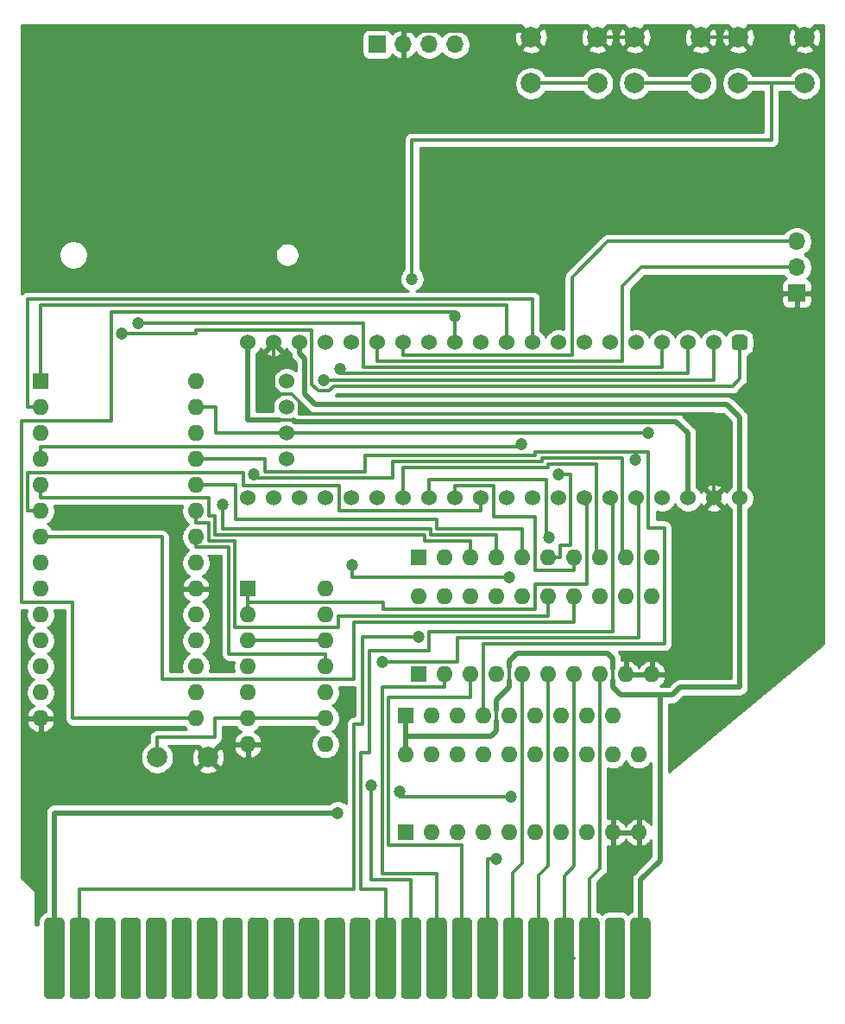
<source format=gbl>
G04 #@! TF.GenerationSoftware,KiCad,Pcbnew,5.1.5-52549c5~86~ubuntu19.10.1*
G04 #@! TF.CreationDate,2020-04-22T22:15:28+03:00*
G04 #@! TF.ProjectId,control,636f6e74-726f-46c2-9e6b-696361645f70,rev?*
G04 #@! TF.SameCoordinates,Original*
G04 #@! TF.FileFunction,Copper,L2,Bot*
G04 #@! TF.FilePolarity,Positive*
%FSLAX46Y46*%
G04 Gerber Fmt 4.6, Leading zero omitted, Abs format (unit mm)*
G04 Created by KiCad (PCBNEW 5.1.5-52549c5~86~ubuntu19.10.1) date 2020-04-22 22:15:28*
%MOMM*%
%LPD*%
G04 APERTURE LIST*
%ADD10C,0.100000*%
%ADD11C,1.524000*%
%ADD12C,2.000000*%
%ADD13R,1.600000X1.600000*%
%ADD14O,1.600000X1.600000*%
%ADD15R,1.700000X1.700000*%
%ADD16O,1.700000X1.700000*%
%ADD17C,1.200000*%
%ADD18C,0.300000*%
%ADD19C,0.500000*%
%ADD20C,0.254000*%
G04 APERTURE END LIST*
G04 #@! TA.AperFunction,ComponentPad*
D10*
G36*
X123608345Y-118619835D02*
G01*
X123645329Y-118625321D01*
X123681598Y-118634406D01*
X123716802Y-118647002D01*
X123750602Y-118662988D01*
X123782672Y-118682210D01*
X123812704Y-118704483D01*
X123840408Y-118729592D01*
X123865517Y-118757296D01*
X123887790Y-118787328D01*
X123907012Y-118819398D01*
X123922998Y-118853198D01*
X123935594Y-118888402D01*
X123944679Y-118924671D01*
X123950165Y-118961655D01*
X123952000Y-118999000D01*
X123952000Y-119761000D01*
X123950165Y-119798345D01*
X123944679Y-119835329D01*
X123935594Y-119871598D01*
X123922998Y-119906802D01*
X123907012Y-119940602D01*
X123887790Y-119972672D01*
X123865517Y-120002704D01*
X123840408Y-120030408D01*
X123812704Y-120055517D01*
X123782672Y-120077790D01*
X123750602Y-120097012D01*
X123716802Y-120112998D01*
X123681598Y-120125594D01*
X123645329Y-120134679D01*
X123608345Y-120140165D01*
X123571000Y-120142000D01*
X122809000Y-120142000D01*
X122771655Y-120140165D01*
X122734671Y-120134679D01*
X122698402Y-120125594D01*
X122663198Y-120112998D01*
X122629398Y-120097012D01*
X122597328Y-120077790D01*
X122567296Y-120055517D01*
X122539592Y-120030408D01*
X122514483Y-120002704D01*
X122492210Y-119972672D01*
X122472988Y-119940602D01*
X122457002Y-119906802D01*
X122444406Y-119871598D01*
X122435321Y-119835329D01*
X122429835Y-119798345D01*
X122428000Y-119761000D01*
X122428000Y-118999000D01*
X122429835Y-118961655D01*
X122435321Y-118924671D01*
X122444406Y-118888402D01*
X122457002Y-118853198D01*
X122472988Y-118819398D01*
X122492210Y-118787328D01*
X122514483Y-118757296D01*
X122539592Y-118729592D01*
X122567296Y-118704483D01*
X122597328Y-118682210D01*
X122629398Y-118662988D01*
X122663198Y-118647002D01*
X122698402Y-118634406D01*
X122734671Y-118625321D01*
X122771655Y-118619835D01*
X122809000Y-118618000D01*
X123571000Y-118618000D01*
X123608345Y-118619835D01*
G37*
G04 #@! TD.AperFunction*
D11*
X120650000Y-119380000D03*
X118110000Y-119380000D03*
X115570000Y-119380000D03*
X113030000Y-119380000D03*
X110490000Y-119380000D03*
X107950000Y-119380000D03*
X105410000Y-119380000D03*
X102870000Y-119380000D03*
X100330000Y-119380000D03*
X97790000Y-119380000D03*
X95250000Y-119380000D03*
X92710000Y-119380000D03*
X90170000Y-119380000D03*
X87630000Y-119380000D03*
X85090000Y-119380000D03*
X82550000Y-119380000D03*
X80010000Y-119380000D03*
X77470000Y-119380000D03*
X74930000Y-119380000D03*
X123190000Y-134620000D03*
X120650000Y-134620000D03*
X118110000Y-134620000D03*
X115570000Y-134620000D03*
X113030000Y-134620000D03*
X110490000Y-134620000D03*
X107950000Y-134620000D03*
X105410000Y-134620000D03*
X102870000Y-134620000D03*
X100330000Y-134620000D03*
X97790000Y-134620000D03*
X95250000Y-134620000D03*
X92710000Y-134620000D03*
X90170000Y-134620000D03*
X87630000Y-134620000D03*
X85090000Y-134620000D03*
X82550000Y-134620000D03*
X80010000Y-134620000D03*
X77470000Y-134620000D03*
X74930000Y-134620000D03*
X78740000Y-128270000D03*
X78740000Y-125730000D03*
X78740000Y-130810000D03*
X78740000Y-123190000D03*
G04 #@! TA.AperFunction,SMDPad,CuDef*
D10*
G36*
X56509009Y-175707408D02*
G01*
X56557545Y-175714607D01*
X56605142Y-175726530D01*
X56651342Y-175743060D01*
X56695698Y-175764039D01*
X56737785Y-175789265D01*
X56777197Y-175818495D01*
X56813553Y-175851447D01*
X56846505Y-175887803D01*
X56875735Y-175927215D01*
X56900961Y-175969302D01*
X56921940Y-176013658D01*
X56938470Y-176059858D01*
X56950393Y-176107455D01*
X56957592Y-176155991D01*
X56960000Y-176205000D01*
X56960000Y-183205000D01*
X56957592Y-183254009D01*
X56950393Y-183302545D01*
X56938470Y-183350142D01*
X56921940Y-183396342D01*
X56900961Y-183440698D01*
X56875735Y-183482785D01*
X56846505Y-183522197D01*
X56813553Y-183558553D01*
X56777197Y-183591505D01*
X56737785Y-183620735D01*
X56695698Y-183645961D01*
X56651342Y-183666940D01*
X56605142Y-183683470D01*
X56557545Y-183695393D01*
X56509009Y-183702592D01*
X56460000Y-183705000D01*
X55460000Y-183705000D01*
X55410991Y-183702592D01*
X55362455Y-183695393D01*
X55314858Y-183683470D01*
X55268658Y-183666940D01*
X55224302Y-183645961D01*
X55182215Y-183620735D01*
X55142803Y-183591505D01*
X55106447Y-183558553D01*
X55073495Y-183522197D01*
X55044265Y-183482785D01*
X55019039Y-183440698D01*
X54998060Y-183396342D01*
X54981530Y-183350142D01*
X54969607Y-183302545D01*
X54962408Y-183254009D01*
X54960000Y-183205000D01*
X54960000Y-176205000D01*
X54962408Y-176155991D01*
X54969607Y-176107455D01*
X54981530Y-176059858D01*
X54998060Y-176013658D01*
X55019039Y-175969302D01*
X55044265Y-175927215D01*
X55073495Y-175887803D01*
X55106447Y-175851447D01*
X55142803Y-175818495D01*
X55182215Y-175789265D01*
X55224302Y-175764039D01*
X55268658Y-175743060D01*
X55314858Y-175726530D01*
X55362455Y-175714607D01*
X55410991Y-175707408D01*
X55460000Y-175705000D01*
X56460000Y-175705000D01*
X56509009Y-175707408D01*
G37*
G04 #@! TD.AperFunction*
G04 #@! TA.AperFunction,SMDPad,CuDef*
G36*
X59009009Y-175707408D02*
G01*
X59057545Y-175714607D01*
X59105142Y-175726530D01*
X59151342Y-175743060D01*
X59195698Y-175764039D01*
X59237785Y-175789265D01*
X59277197Y-175818495D01*
X59313553Y-175851447D01*
X59346505Y-175887803D01*
X59375735Y-175927215D01*
X59400961Y-175969302D01*
X59421940Y-176013658D01*
X59438470Y-176059858D01*
X59450393Y-176107455D01*
X59457592Y-176155991D01*
X59460000Y-176205000D01*
X59460000Y-183205000D01*
X59457592Y-183254009D01*
X59450393Y-183302545D01*
X59438470Y-183350142D01*
X59421940Y-183396342D01*
X59400961Y-183440698D01*
X59375735Y-183482785D01*
X59346505Y-183522197D01*
X59313553Y-183558553D01*
X59277197Y-183591505D01*
X59237785Y-183620735D01*
X59195698Y-183645961D01*
X59151342Y-183666940D01*
X59105142Y-183683470D01*
X59057545Y-183695393D01*
X59009009Y-183702592D01*
X58960000Y-183705000D01*
X57960000Y-183705000D01*
X57910991Y-183702592D01*
X57862455Y-183695393D01*
X57814858Y-183683470D01*
X57768658Y-183666940D01*
X57724302Y-183645961D01*
X57682215Y-183620735D01*
X57642803Y-183591505D01*
X57606447Y-183558553D01*
X57573495Y-183522197D01*
X57544265Y-183482785D01*
X57519039Y-183440698D01*
X57498060Y-183396342D01*
X57481530Y-183350142D01*
X57469607Y-183302545D01*
X57462408Y-183254009D01*
X57460000Y-183205000D01*
X57460000Y-176205000D01*
X57462408Y-176155991D01*
X57469607Y-176107455D01*
X57481530Y-176059858D01*
X57498060Y-176013658D01*
X57519039Y-175969302D01*
X57544265Y-175927215D01*
X57573495Y-175887803D01*
X57606447Y-175851447D01*
X57642803Y-175818495D01*
X57682215Y-175789265D01*
X57724302Y-175764039D01*
X57768658Y-175743060D01*
X57814858Y-175726530D01*
X57862455Y-175714607D01*
X57910991Y-175707408D01*
X57960000Y-175705000D01*
X58960000Y-175705000D01*
X59009009Y-175707408D01*
G37*
G04 #@! TD.AperFunction*
G04 #@! TA.AperFunction,SMDPad,CuDef*
G36*
X61509009Y-175707408D02*
G01*
X61557545Y-175714607D01*
X61605142Y-175726530D01*
X61651342Y-175743060D01*
X61695698Y-175764039D01*
X61737785Y-175789265D01*
X61777197Y-175818495D01*
X61813553Y-175851447D01*
X61846505Y-175887803D01*
X61875735Y-175927215D01*
X61900961Y-175969302D01*
X61921940Y-176013658D01*
X61938470Y-176059858D01*
X61950393Y-176107455D01*
X61957592Y-176155991D01*
X61960000Y-176205000D01*
X61960000Y-183205000D01*
X61957592Y-183254009D01*
X61950393Y-183302545D01*
X61938470Y-183350142D01*
X61921940Y-183396342D01*
X61900961Y-183440698D01*
X61875735Y-183482785D01*
X61846505Y-183522197D01*
X61813553Y-183558553D01*
X61777197Y-183591505D01*
X61737785Y-183620735D01*
X61695698Y-183645961D01*
X61651342Y-183666940D01*
X61605142Y-183683470D01*
X61557545Y-183695393D01*
X61509009Y-183702592D01*
X61460000Y-183705000D01*
X60460000Y-183705000D01*
X60410991Y-183702592D01*
X60362455Y-183695393D01*
X60314858Y-183683470D01*
X60268658Y-183666940D01*
X60224302Y-183645961D01*
X60182215Y-183620735D01*
X60142803Y-183591505D01*
X60106447Y-183558553D01*
X60073495Y-183522197D01*
X60044265Y-183482785D01*
X60019039Y-183440698D01*
X59998060Y-183396342D01*
X59981530Y-183350142D01*
X59969607Y-183302545D01*
X59962408Y-183254009D01*
X59960000Y-183205000D01*
X59960000Y-176205000D01*
X59962408Y-176155991D01*
X59969607Y-176107455D01*
X59981530Y-176059858D01*
X59998060Y-176013658D01*
X60019039Y-175969302D01*
X60044265Y-175927215D01*
X60073495Y-175887803D01*
X60106447Y-175851447D01*
X60142803Y-175818495D01*
X60182215Y-175789265D01*
X60224302Y-175764039D01*
X60268658Y-175743060D01*
X60314858Y-175726530D01*
X60362455Y-175714607D01*
X60410991Y-175707408D01*
X60460000Y-175705000D01*
X61460000Y-175705000D01*
X61509009Y-175707408D01*
G37*
G04 #@! TD.AperFunction*
G04 #@! TA.AperFunction,SMDPad,CuDef*
G36*
X64009009Y-175707408D02*
G01*
X64057545Y-175714607D01*
X64105142Y-175726530D01*
X64151342Y-175743060D01*
X64195698Y-175764039D01*
X64237785Y-175789265D01*
X64277197Y-175818495D01*
X64313553Y-175851447D01*
X64346505Y-175887803D01*
X64375735Y-175927215D01*
X64400961Y-175969302D01*
X64421940Y-176013658D01*
X64438470Y-176059858D01*
X64450393Y-176107455D01*
X64457592Y-176155991D01*
X64460000Y-176205000D01*
X64460000Y-183205000D01*
X64457592Y-183254009D01*
X64450393Y-183302545D01*
X64438470Y-183350142D01*
X64421940Y-183396342D01*
X64400961Y-183440698D01*
X64375735Y-183482785D01*
X64346505Y-183522197D01*
X64313553Y-183558553D01*
X64277197Y-183591505D01*
X64237785Y-183620735D01*
X64195698Y-183645961D01*
X64151342Y-183666940D01*
X64105142Y-183683470D01*
X64057545Y-183695393D01*
X64009009Y-183702592D01*
X63960000Y-183705000D01*
X62960000Y-183705000D01*
X62910991Y-183702592D01*
X62862455Y-183695393D01*
X62814858Y-183683470D01*
X62768658Y-183666940D01*
X62724302Y-183645961D01*
X62682215Y-183620735D01*
X62642803Y-183591505D01*
X62606447Y-183558553D01*
X62573495Y-183522197D01*
X62544265Y-183482785D01*
X62519039Y-183440698D01*
X62498060Y-183396342D01*
X62481530Y-183350142D01*
X62469607Y-183302545D01*
X62462408Y-183254009D01*
X62460000Y-183205000D01*
X62460000Y-176205000D01*
X62462408Y-176155991D01*
X62469607Y-176107455D01*
X62481530Y-176059858D01*
X62498060Y-176013658D01*
X62519039Y-175969302D01*
X62544265Y-175927215D01*
X62573495Y-175887803D01*
X62606447Y-175851447D01*
X62642803Y-175818495D01*
X62682215Y-175789265D01*
X62724302Y-175764039D01*
X62768658Y-175743060D01*
X62814858Y-175726530D01*
X62862455Y-175714607D01*
X62910991Y-175707408D01*
X62960000Y-175705000D01*
X63960000Y-175705000D01*
X64009009Y-175707408D01*
G37*
G04 #@! TD.AperFunction*
G04 #@! TA.AperFunction,SMDPad,CuDef*
G36*
X66509009Y-175707408D02*
G01*
X66557545Y-175714607D01*
X66605142Y-175726530D01*
X66651342Y-175743060D01*
X66695698Y-175764039D01*
X66737785Y-175789265D01*
X66777197Y-175818495D01*
X66813553Y-175851447D01*
X66846505Y-175887803D01*
X66875735Y-175927215D01*
X66900961Y-175969302D01*
X66921940Y-176013658D01*
X66938470Y-176059858D01*
X66950393Y-176107455D01*
X66957592Y-176155991D01*
X66960000Y-176205000D01*
X66960000Y-183205000D01*
X66957592Y-183254009D01*
X66950393Y-183302545D01*
X66938470Y-183350142D01*
X66921940Y-183396342D01*
X66900961Y-183440698D01*
X66875735Y-183482785D01*
X66846505Y-183522197D01*
X66813553Y-183558553D01*
X66777197Y-183591505D01*
X66737785Y-183620735D01*
X66695698Y-183645961D01*
X66651342Y-183666940D01*
X66605142Y-183683470D01*
X66557545Y-183695393D01*
X66509009Y-183702592D01*
X66460000Y-183705000D01*
X65460000Y-183705000D01*
X65410991Y-183702592D01*
X65362455Y-183695393D01*
X65314858Y-183683470D01*
X65268658Y-183666940D01*
X65224302Y-183645961D01*
X65182215Y-183620735D01*
X65142803Y-183591505D01*
X65106447Y-183558553D01*
X65073495Y-183522197D01*
X65044265Y-183482785D01*
X65019039Y-183440698D01*
X64998060Y-183396342D01*
X64981530Y-183350142D01*
X64969607Y-183302545D01*
X64962408Y-183254009D01*
X64960000Y-183205000D01*
X64960000Y-176205000D01*
X64962408Y-176155991D01*
X64969607Y-176107455D01*
X64981530Y-176059858D01*
X64998060Y-176013658D01*
X65019039Y-175969302D01*
X65044265Y-175927215D01*
X65073495Y-175887803D01*
X65106447Y-175851447D01*
X65142803Y-175818495D01*
X65182215Y-175789265D01*
X65224302Y-175764039D01*
X65268658Y-175743060D01*
X65314858Y-175726530D01*
X65362455Y-175714607D01*
X65410991Y-175707408D01*
X65460000Y-175705000D01*
X66460000Y-175705000D01*
X66509009Y-175707408D01*
G37*
G04 #@! TD.AperFunction*
G04 #@! TA.AperFunction,SMDPad,CuDef*
G36*
X69009009Y-175707408D02*
G01*
X69057545Y-175714607D01*
X69105142Y-175726530D01*
X69151342Y-175743060D01*
X69195698Y-175764039D01*
X69237785Y-175789265D01*
X69277197Y-175818495D01*
X69313553Y-175851447D01*
X69346505Y-175887803D01*
X69375735Y-175927215D01*
X69400961Y-175969302D01*
X69421940Y-176013658D01*
X69438470Y-176059858D01*
X69450393Y-176107455D01*
X69457592Y-176155991D01*
X69460000Y-176205000D01*
X69460000Y-183205000D01*
X69457592Y-183254009D01*
X69450393Y-183302545D01*
X69438470Y-183350142D01*
X69421940Y-183396342D01*
X69400961Y-183440698D01*
X69375735Y-183482785D01*
X69346505Y-183522197D01*
X69313553Y-183558553D01*
X69277197Y-183591505D01*
X69237785Y-183620735D01*
X69195698Y-183645961D01*
X69151342Y-183666940D01*
X69105142Y-183683470D01*
X69057545Y-183695393D01*
X69009009Y-183702592D01*
X68960000Y-183705000D01*
X67960000Y-183705000D01*
X67910991Y-183702592D01*
X67862455Y-183695393D01*
X67814858Y-183683470D01*
X67768658Y-183666940D01*
X67724302Y-183645961D01*
X67682215Y-183620735D01*
X67642803Y-183591505D01*
X67606447Y-183558553D01*
X67573495Y-183522197D01*
X67544265Y-183482785D01*
X67519039Y-183440698D01*
X67498060Y-183396342D01*
X67481530Y-183350142D01*
X67469607Y-183302545D01*
X67462408Y-183254009D01*
X67460000Y-183205000D01*
X67460000Y-176205000D01*
X67462408Y-176155991D01*
X67469607Y-176107455D01*
X67481530Y-176059858D01*
X67498060Y-176013658D01*
X67519039Y-175969302D01*
X67544265Y-175927215D01*
X67573495Y-175887803D01*
X67606447Y-175851447D01*
X67642803Y-175818495D01*
X67682215Y-175789265D01*
X67724302Y-175764039D01*
X67768658Y-175743060D01*
X67814858Y-175726530D01*
X67862455Y-175714607D01*
X67910991Y-175707408D01*
X67960000Y-175705000D01*
X68960000Y-175705000D01*
X69009009Y-175707408D01*
G37*
G04 #@! TD.AperFunction*
G04 #@! TA.AperFunction,SMDPad,CuDef*
G36*
X71509009Y-175707408D02*
G01*
X71557545Y-175714607D01*
X71605142Y-175726530D01*
X71651342Y-175743060D01*
X71695698Y-175764039D01*
X71737785Y-175789265D01*
X71777197Y-175818495D01*
X71813553Y-175851447D01*
X71846505Y-175887803D01*
X71875735Y-175927215D01*
X71900961Y-175969302D01*
X71921940Y-176013658D01*
X71938470Y-176059858D01*
X71950393Y-176107455D01*
X71957592Y-176155991D01*
X71960000Y-176205000D01*
X71960000Y-183205000D01*
X71957592Y-183254009D01*
X71950393Y-183302545D01*
X71938470Y-183350142D01*
X71921940Y-183396342D01*
X71900961Y-183440698D01*
X71875735Y-183482785D01*
X71846505Y-183522197D01*
X71813553Y-183558553D01*
X71777197Y-183591505D01*
X71737785Y-183620735D01*
X71695698Y-183645961D01*
X71651342Y-183666940D01*
X71605142Y-183683470D01*
X71557545Y-183695393D01*
X71509009Y-183702592D01*
X71460000Y-183705000D01*
X70460000Y-183705000D01*
X70410991Y-183702592D01*
X70362455Y-183695393D01*
X70314858Y-183683470D01*
X70268658Y-183666940D01*
X70224302Y-183645961D01*
X70182215Y-183620735D01*
X70142803Y-183591505D01*
X70106447Y-183558553D01*
X70073495Y-183522197D01*
X70044265Y-183482785D01*
X70019039Y-183440698D01*
X69998060Y-183396342D01*
X69981530Y-183350142D01*
X69969607Y-183302545D01*
X69962408Y-183254009D01*
X69960000Y-183205000D01*
X69960000Y-176205000D01*
X69962408Y-176155991D01*
X69969607Y-176107455D01*
X69981530Y-176059858D01*
X69998060Y-176013658D01*
X70019039Y-175969302D01*
X70044265Y-175927215D01*
X70073495Y-175887803D01*
X70106447Y-175851447D01*
X70142803Y-175818495D01*
X70182215Y-175789265D01*
X70224302Y-175764039D01*
X70268658Y-175743060D01*
X70314858Y-175726530D01*
X70362455Y-175714607D01*
X70410991Y-175707408D01*
X70460000Y-175705000D01*
X71460000Y-175705000D01*
X71509009Y-175707408D01*
G37*
G04 #@! TD.AperFunction*
G04 #@! TA.AperFunction,SMDPad,CuDef*
G36*
X74009009Y-175707408D02*
G01*
X74057545Y-175714607D01*
X74105142Y-175726530D01*
X74151342Y-175743060D01*
X74195698Y-175764039D01*
X74237785Y-175789265D01*
X74277197Y-175818495D01*
X74313553Y-175851447D01*
X74346505Y-175887803D01*
X74375735Y-175927215D01*
X74400961Y-175969302D01*
X74421940Y-176013658D01*
X74438470Y-176059858D01*
X74450393Y-176107455D01*
X74457592Y-176155991D01*
X74460000Y-176205000D01*
X74460000Y-183205000D01*
X74457592Y-183254009D01*
X74450393Y-183302545D01*
X74438470Y-183350142D01*
X74421940Y-183396342D01*
X74400961Y-183440698D01*
X74375735Y-183482785D01*
X74346505Y-183522197D01*
X74313553Y-183558553D01*
X74277197Y-183591505D01*
X74237785Y-183620735D01*
X74195698Y-183645961D01*
X74151342Y-183666940D01*
X74105142Y-183683470D01*
X74057545Y-183695393D01*
X74009009Y-183702592D01*
X73960000Y-183705000D01*
X72960000Y-183705000D01*
X72910991Y-183702592D01*
X72862455Y-183695393D01*
X72814858Y-183683470D01*
X72768658Y-183666940D01*
X72724302Y-183645961D01*
X72682215Y-183620735D01*
X72642803Y-183591505D01*
X72606447Y-183558553D01*
X72573495Y-183522197D01*
X72544265Y-183482785D01*
X72519039Y-183440698D01*
X72498060Y-183396342D01*
X72481530Y-183350142D01*
X72469607Y-183302545D01*
X72462408Y-183254009D01*
X72460000Y-183205000D01*
X72460000Y-176205000D01*
X72462408Y-176155991D01*
X72469607Y-176107455D01*
X72481530Y-176059858D01*
X72498060Y-176013658D01*
X72519039Y-175969302D01*
X72544265Y-175927215D01*
X72573495Y-175887803D01*
X72606447Y-175851447D01*
X72642803Y-175818495D01*
X72682215Y-175789265D01*
X72724302Y-175764039D01*
X72768658Y-175743060D01*
X72814858Y-175726530D01*
X72862455Y-175714607D01*
X72910991Y-175707408D01*
X72960000Y-175705000D01*
X73960000Y-175705000D01*
X74009009Y-175707408D01*
G37*
G04 #@! TD.AperFunction*
G04 #@! TA.AperFunction,SMDPad,CuDef*
G36*
X76509009Y-175707408D02*
G01*
X76557545Y-175714607D01*
X76605142Y-175726530D01*
X76651342Y-175743060D01*
X76695698Y-175764039D01*
X76737785Y-175789265D01*
X76777197Y-175818495D01*
X76813553Y-175851447D01*
X76846505Y-175887803D01*
X76875735Y-175927215D01*
X76900961Y-175969302D01*
X76921940Y-176013658D01*
X76938470Y-176059858D01*
X76950393Y-176107455D01*
X76957592Y-176155991D01*
X76960000Y-176205000D01*
X76960000Y-183205000D01*
X76957592Y-183254009D01*
X76950393Y-183302545D01*
X76938470Y-183350142D01*
X76921940Y-183396342D01*
X76900961Y-183440698D01*
X76875735Y-183482785D01*
X76846505Y-183522197D01*
X76813553Y-183558553D01*
X76777197Y-183591505D01*
X76737785Y-183620735D01*
X76695698Y-183645961D01*
X76651342Y-183666940D01*
X76605142Y-183683470D01*
X76557545Y-183695393D01*
X76509009Y-183702592D01*
X76460000Y-183705000D01*
X75460000Y-183705000D01*
X75410991Y-183702592D01*
X75362455Y-183695393D01*
X75314858Y-183683470D01*
X75268658Y-183666940D01*
X75224302Y-183645961D01*
X75182215Y-183620735D01*
X75142803Y-183591505D01*
X75106447Y-183558553D01*
X75073495Y-183522197D01*
X75044265Y-183482785D01*
X75019039Y-183440698D01*
X74998060Y-183396342D01*
X74981530Y-183350142D01*
X74969607Y-183302545D01*
X74962408Y-183254009D01*
X74960000Y-183205000D01*
X74960000Y-176205000D01*
X74962408Y-176155991D01*
X74969607Y-176107455D01*
X74981530Y-176059858D01*
X74998060Y-176013658D01*
X75019039Y-175969302D01*
X75044265Y-175927215D01*
X75073495Y-175887803D01*
X75106447Y-175851447D01*
X75142803Y-175818495D01*
X75182215Y-175789265D01*
X75224302Y-175764039D01*
X75268658Y-175743060D01*
X75314858Y-175726530D01*
X75362455Y-175714607D01*
X75410991Y-175707408D01*
X75460000Y-175705000D01*
X76460000Y-175705000D01*
X76509009Y-175707408D01*
G37*
G04 #@! TD.AperFunction*
G04 #@! TA.AperFunction,SMDPad,CuDef*
G36*
X79009009Y-175707408D02*
G01*
X79057545Y-175714607D01*
X79105142Y-175726530D01*
X79151342Y-175743060D01*
X79195698Y-175764039D01*
X79237785Y-175789265D01*
X79277197Y-175818495D01*
X79313553Y-175851447D01*
X79346505Y-175887803D01*
X79375735Y-175927215D01*
X79400961Y-175969302D01*
X79421940Y-176013658D01*
X79438470Y-176059858D01*
X79450393Y-176107455D01*
X79457592Y-176155991D01*
X79460000Y-176205000D01*
X79460000Y-183205000D01*
X79457592Y-183254009D01*
X79450393Y-183302545D01*
X79438470Y-183350142D01*
X79421940Y-183396342D01*
X79400961Y-183440698D01*
X79375735Y-183482785D01*
X79346505Y-183522197D01*
X79313553Y-183558553D01*
X79277197Y-183591505D01*
X79237785Y-183620735D01*
X79195698Y-183645961D01*
X79151342Y-183666940D01*
X79105142Y-183683470D01*
X79057545Y-183695393D01*
X79009009Y-183702592D01*
X78960000Y-183705000D01*
X77960000Y-183705000D01*
X77910991Y-183702592D01*
X77862455Y-183695393D01*
X77814858Y-183683470D01*
X77768658Y-183666940D01*
X77724302Y-183645961D01*
X77682215Y-183620735D01*
X77642803Y-183591505D01*
X77606447Y-183558553D01*
X77573495Y-183522197D01*
X77544265Y-183482785D01*
X77519039Y-183440698D01*
X77498060Y-183396342D01*
X77481530Y-183350142D01*
X77469607Y-183302545D01*
X77462408Y-183254009D01*
X77460000Y-183205000D01*
X77460000Y-176205000D01*
X77462408Y-176155991D01*
X77469607Y-176107455D01*
X77481530Y-176059858D01*
X77498060Y-176013658D01*
X77519039Y-175969302D01*
X77544265Y-175927215D01*
X77573495Y-175887803D01*
X77606447Y-175851447D01*
X77642803Y-175818495D01*
X77682215Y-175789265D01*
X77724302Y-175764039D01*
X77768658Y-175743060D01*
X77814858Y-175726530D01*
X77862455Y-175714607D01*
X77910991Y-175707408D01*
X77960000Y-175705000D01*
X78960000Y-175705000D01*
X79009009Y-175707408D01*
G37*
G04 #@! TD.AperFunction*
G04 #@! TA.AperFunction,SMDPad,CuDef*
G36*
X81509009Y-175707408D02*
G01*
X81557545Y-175714607D01*
X81605142Y-175726530D01*
X81651342Y-175743060D01*
X81695698Y-175764039D01*
X81737785Y-175789265D01*
X81777197Y-175818495D01*
X81813553Y-175851447D01*
X81846505Y-175887803D01*
X81875735Y-175927215D01*
X81900961Y-175969302D01*
X81921940Y-176013658D01*
X81938470Y-176059858D01*
X81950393Y-176107455D01*
X81957592Y-176155991D01*
X81960000Y-176205000D01*
X81960000Y-183205000D01*
X81957592Y-183254009D01*
X81950393Y-183302545D01*
X81938470Y-183350142D01*
X81921940Y-183396342D01*
X81900961Y-183440698D01*
X81875735Y-183482785D01*
X81846505Y-183522197D01*
X81813553Y-183558553D01*
X81777197Y-183591505D01*
X81737785Y-183620735D01*
X81695698Y-183645961D01*
X81651342Y-183666940D01*
X81605142Y-183683470D01*
X81557545Y-183695393D01*
X81509009Y-183702592D01*
X81460000Y-183705000D01*
X80460000Y-183705000D01*
X80410991Y-183702592D01*
X80362455Y-183695393D01*
X80314858Y-183683470D01*
X80268658Y-183666940D01*
X80224302Y-183645961D01*
X80182215Y-183620735D01*
X80142803Y-183591505D01*
X80106447Y-183558553D01*
X80073495Y-183522197D01*
X80044265Y-183482785D01*
X80019039Y-183440698D01*
X79998060Y-183396342D01*
X79981530Y-183350142D01*
X79969607Y-183302545D01*
X79962408Y-183254009D01*
X79960000Y-183205000D01*
X79960000Y-176205000D01*
X79962408Y-176155991D01*
X79969607Y-176107455D01*
X79981530Y-176059858D01*
X79998060Y-176013658D01*
X80019039Y-175969302D01*
X80044265Y-175927215D01*
X80073495Y-175887803D01*
X80106447Y-175851447D01*
X80142803Y-175818495D01*
X80182215Y-175789265D01*
X80224302Y-175764039D01*
X80268658Y-175743060D01*
X80314858Y-175726530D01*
X80362455Y-175714607D01*
X80410991Y-175707408D01*
X80460000Y-175705000D01*
X81460000Y-175705000D01*
X81509009Y-175707408D01*
G37*
G04 #@! TD.AperFunction*
G04 #@! TA.AperFunction,SMDPad,CuDef*
G36*
X84009009Y-175707408D02*
G01*
X84057545Y-175714607D01*
X84105142Y-175726530D01*
X84151342Y-175743060D01*
X84195698Y-175764039D01*
X84237785Y-175789265D01*
X84277197Y-175818495D01*
X84313553Y-175851447D01*
X84346505Y-175887803D01*
X84375735Y-175927215D01*
X84400961Y-175969302D01*
X84421940Y-176013658D01*
X84438470Y-176059858D01*
X84450393Y-176107455D01*
X84457592Y-176155991D01*
X84460000Y-176205000D01*
X84460000Y-183205000D01*
X84457592Y-183254009D01*
X84450393Y-183302545D01*
X84438470Y-183350142D01*
X84421940Y-183396342D01*
X84400961Y-183440698D01*
X84375735Y-183482785D01*
X84346505Y-183522197D01*
X84313553Y-183558553D01*
X84277197Y-183591505D01*
X84237785Y-183620735D01*
X84195698Y-183645961D01*
X84151342Y-183666940D01*
X84105142Y-183683470D01*
X84057545Y-183695393D01*
X84009009Y-183702592D01*
X83960000Y-183705000D01*
X82960000Y-183705000D01*
X82910991Y-183702592D01*
X82862455Y-183695393D01*
X82814858Y-183683470D01*
X82768658Y-183666940D01*
X82724302Y-183645961D01*
X82682215Y-183620735D01*
X82642803Y-183591505D01*
X82606447Y-183558553D01*
X82573495Y-183522197D01*
X82544265Y-183482785D01*
X82519039Y-183440698D01*
X82498060Y-183396342D01*
X82481530Y-183350142D01*
X82469607Y-183302545D01*
X82462408Y-183254009D01*
X82460000Y-183205000D01*
X82460000Y-176205000D01*
X82462408Y-176155991D01*
X82469607Y-176107455D01*
X82481530Y-176059858D01*
X82498060Y-176013658D01*
X82519039Y-175969302D01*
X82544265Y-175927215D01*
X82573495Y-175887803D01*
X82606447Y-175851447D01*
X82642803Y-175818495D01*
X82682215Y-175789265D01*
X82724302Y-175764039D01*
X82768658Y-175743060D01*
X82814858Y-175726530D01*
X82862455Y-175714607D01*
X82910991Y-175707408D01*
X82960000Y-175705000D01*
X83960000Y-175705000D01*
X84009009Y-175707408D01*
G37*
G04 #@! TD.AperFunction*
G04 #@! TA.AperFunction,SMDPad,CuDef*
G36*
X86509009Y-175707408D02*
G01*
X86557545Y-175714607D01*
X86605142Y-175726530D01*
X86651342Y-175743060D01*
X86695698Y-175764039D01*
X86737785Y-175789265D01*
X86777197Y-175818495D01*
X86813553Y-175851447D01*
X86846505Y-175887803D01*
X86875735Y-175927215D01*
X86900961Y-175969302D01*
X86921940Y-176013658D01*
X86938470Y-176059858D01*
X86950393Y-176107455D01*
X86957592Y-176155991D01*
X86960000Y-176205000D01*
X86960000Y-183205000D01*
X86957592Y-183254009D01*
X86950393Y-183302545D01*
X86938470Y-183350142D01*
X86921940Y-183396342D01*
X86900961Y-183440698D01*
X86875735Y-183482785D01*
X86846505Y-183522197D01*
X86813553Y-183558553D01*
X86777197Y-183591505D01*
X86737785Y-183620735D01*
X86695698Y-183645961D01*
X86651342Y-183666940D01*
X86605142Y-183683470D01*
X86557545Y-183695393D01*
X86509009Y-183702592D01*
X86460000Y-183705000D01*
X85460000Y-183705000D01*
X85410991Y-183702592D01*
X85362455Y-183695393D01*
X85314858Y-183683470D01*
X85268658Y-183666940D01*
X85224302Y-183645961D01*
X85182215Y-183620735D01*
X85142803Y-183591505D01*
X85106447Y-183558553D01*
X85073495Y-183522197D01*
X85044265Y-183482785D01*
X85019039Y-183440698D01*
X84998060Y-183396342D01*
X84981530Y-183350142D01*
X84969607Y-183302545D01*
X84962408Y-183254009D01*
X84960000Y-183205000D01*
X84960000Y-176205000D01*
X84962408Y-176155991D01*
X84969607Y-176107455D01*
X84981530Y-176059858D01*
X84998060Y-176013658D01*
X85019039Y-175969302D01*
X85044265Y-175927215D01*
X85073495Y-175887803D01*
X85106447Y-175851447D01*
X85142803Y-175818495D01*
X85182215Y-175789265D01*
X85224302Y-175764039D01*
X85268658Y-175743060D01*
X85314858Y-175726530D01*
X85362455Y-175714607D01*
X85410991Y-175707408D01*
X85460000Y-175705000D01*
X86460000Y-175705000D01*
X86509009Y-175707408D01*
G37*
G04 #@! TD.AperFunction*
G04 #@! TA.AperFunction,SMDPad,CuDef*
G36*
X89009009Y-175707408D02*
G01*
X89057545Y-175714607D01*
X89105142Y-175726530D01*
X89151342Y-175743060D01*
X89195698Y-175764039D01*
X89237785Y-175789265D01*
X89277197Y-175818495D01*
X89313553Y-175851447D01*
X89346505Y-175887803D01*
X89375735Y-175927215D01*
X89400961Y-175969302D01*
X89421940Y-176013658D01*
X89438470Y-176059858D01*
X89450393Y-176107455D01*
X89457592Y-176155991D01*
X89460000Y-176205000D01*
X89460000Y-183205000D01*
X89457592Y-183254009D01*
X89450393Y-183302545D01*
X89438470Y-183350142D01*
X89421940Y-183396342D01*
X89400961Y-183440698D01*
X89375735Y-183482785D01*
X89346505Y-183522197D01*
X89313553Y-183558553D01*
X89277197Y-183591505D01*
X89237785Y-183620735D01*
X89195698Y-183645961D01*
X89151342Y-183666940D01*
X89105142Y-183683470D01*
X89057545Y-183695393D01*
X89009009Y-183702592D01*
X88960000Y-183705000D01*
X87960000Y-183705000D01*
X87910991Y-183702592D01*
X87862455Y-183695393D01*
X87814858Y-183683470D01*
X87768658Y-183666940D01*
X87724302Y-183645961D01*
X87682215Y-183620735D01*
X87642803Y-183591505D01*
X87606447Y-183558553D01*
X87573495Y-183522197D01*
X87544265Y-183482785D01*
X87519039Y-183440698D01*
X87498060Y-183396342D01*
X87481530Y-183350142D01*
X87469607Y-183302545D01*
X87462408Y-183254009D01*
X87460000Y-183205000D01*
X87460000Y-176205000D01*
X87462408Y-176155991D01*
X87469607Y-176107455D01*
X87481530Y-176059858D01*
X87498060Y-176013658D01*
X87519039Y-175969302D01*
X87544265Y-175927215D01*
X87573495Y-175887803D01*
X87606447Y-175851447D01*
X87642803Y-175818495D01*
X87682215Y-175789265D01*
X87724302Y-175764039D01*
X87768658Y-175743060D01*
X87814858Y-175726530D01*
X87862455Y-175714607D01*
X87910991Y-175707408D01*
X87960000Y-175705000D01*
X88960000Y-175705000D01*
X89009009Y-175707408D01*
G37*
G04 #@! TD.AperFunction*
G04 #@! TA.AperFunction,SMDPad,CuDef*
G36*
X91509009Y-175707408D02*
G01*
X91557545Y-175714607D01*
X91605142Y-175726530D01*
X91651342Y-175743060D01*
X91695698Y-175764039D01*
X91737785Y-175789265D01*
X91777197Y-175818495D01*
X91813553Y-175851447D01*
X91846505Y-175887803D01*
X91875735Y-175927215D01*
X91900961Y-175969302D01*
X91921940Y-176013658D01*
X91938470Y-176059858D01*
X91950393Y-176107455D01*
X91957592Y-176155991D01*
X91960000Y-176205000D01*
X91960000Y-183205000D01*
X91957592Y-183254009D01*
X91950393Y-183302545D01*
X91938470Y-183350142D01*
X91921940Y-183396342D01*
X91900961Y-183440698D01*
X91875735Y-183482785D01*
X91846505Y-183522197D01*
X91813553Y-183558553D01*
X91777197Y-183591505D01*
X91737785Y-183620735D01*
X91695698Y-183645961D01*
X91651342Y-183666940D01*
X91605142Y-183683470D01*
X91557545Y-183695393D01*
X91509009Y-183702592D01*
X91460000Y-183705000D01*
X90460000Y-183705000D01*
X90410991Y-183702592D01*
X90362455Y-183695393D01*
X90314858Y-183683470D01*
X90268658Y-183666940D01*
X90224302Y-183645961D01*
X90182215Y-183620735D01*
X90142803Y-183591505D01*
X90106447Y-183558553D01*
X90073495Y-183522197D01*
X90044265Y-183482785D01*
X90019039Y-183440698D01*
X89998060Y-183396342D01*
X89981530Y-183350142D01*
X89969607Y-183302545D01*
X89962408Y-183254009D01*
X89960000Y-183205000D01*
X89960000Y-176205000D01*
X89962408Y-176155991D01*
X89969607Y-176107455D01*
X89981530Y-176059858D01*
X89998060Y-176013658D01*
X90019039Y-175969302D01*
X90044265Y-175927215D01*
X90073495Y-175887803D01*
X90106447Y-175851447D01*
X90142803Y-175818495D01*
X90182215Y-175789265D01*
X90224302Y-175764039D01*
X90268658Y-175743060D01*
X90314858Y-175726530D01*
X90362455Y-175714607D01*
X90410991Y-175707408D01*
X90460000Y-175705000D01*
X91460000Y-175705000D01*
X91509009Y-175707408D01*
G37*
G04 #@! TD.AperFunction*
G04 #@! TA.AperFunction,SMDPad,CuDef*
G36*
X94009009Y-175707408D02*
G01*
X94057545Y-175714607D01*
X94105142Y-175726530D01*
X94151342Y-175743060D01*
X94195698Y-175764039D01*
X94237785Y-175789265D01*
X94277197Y-175818495D01*
X94313553Y-175851447D01*
X94346505Y-175887803D01*
X94375735Y-175927215D01*
X94400961Y-175969302D01*
X94421940Y-176013658D01*
X94438470Y-176059858D01*
X94450393Y-176107455D01*
X94457592Y-176155991D01*
X94460000Y-176205000D01*
X94460000Y-183205000D01*
X94457592Y-183254009D01*
X94450393Y-183302545D01*
X94438470Y-183350142D01*
X94421940Y-183396342D01*
X94400961Y-183440698D01*
X94375735Y-183482785D01*
X94346505Y-183522197D01*
X94313553Y-183558553D01*
X94277197Y-183591505D01*
X94237785Y-183620735D01*
X94195698Y-183645961D01*
X94151342Y-183666940D01*
X94105142Y-183683470D01*
X94057545Y-183695393D01*
X94009009Y-183702592D01*
X93960000Y-183705000D01*
X92960000Y-183705000D01*
X92910991Y-183702592D01*
X92862455Y-183695393D01*
X92814858Y-183683470D01*
X92768658Y-183666940D01*
X92724302Y-183645961D01*
X92682215Y-183620735D01*
X92642803Y-183591505D01*
X92606447Y-183558553D01*
X92573495Y-183522197D01*
X92544265Y-183482785D01*
X92519039Y-183440698D01*
X92498060Y-183396342D01*
X92481530Y-183350142D01*
X92469607Y-183302545D01*
X92462408Y-183254009D01*
X92460000Y-183205000D01*
X92460000Y-176205000D01*
X92462408Y-176155991D01*
X92469607Y-176107455D01*
X92481530Y-176059858D01*
X92498060Y-176013658D01*
X92519039Y-175969302D01*
X92544265Y-175927215D01*
X92573495Y-175887803D01*
X92606447Y-175851447D01*
X92642803Y-175818495D01*
X92682215Y-175789265D01*
X92724302Y-175764039D01*
X92768658Y-175743060D01*
X92814858Y-175726530D01*
X92862455Y-175714607D01*
X92910991Y-175707408D01*
X92960000Y-175705000D01*
X93960000Y-175705000D01*
X94009009Y-175707408D01*
G37*
G04 #@! TD.AperFunction*
G04 #@! TA.AperFunction,SMDPad,CuDef*
G36*
X96509009Y-175707408D02*
G01*
X96557545Y-175714607D01*
X96605142Y-175726530D01*
X96651342Y-175743060D01*
X96695698Y-175764039D01*
X96737785Y-175789265D01*
X96777197Y-175818495D01*
X96813553Y-175851447D01*
X96846505Y-175887803D01*
X96875735Y-175927215D01*
X96900961Y-175969302D01*
X96921940Y-176013658D01*
X96938470Y-176059858D01*
X96950393Y-176107455D01*
X96957592Y-176155991D01*
X96960000Y-176205000D01*
X96960000Y-183205000D01*
X96957592Y-183254009D01*
X96950393Y-183302545D01*
X96938470Y-183350142D01*
X96921940Y-183396342D01*
X96900961Y-183440698D01*
X96875735Y-183482785D01*
X96846505Y-183522197D01*
X96813553Y-183558553D01*
X96777197Y-183591505D01*
X96737785Y-183620735D01*
X96695698Y-183645961D01*
X96651342Y-183666940D01*
X96605142Y-183683470D01*
X96557545Y-183695393D01*
X96509009Y-183702592D01*
X96460000Y-183705000D01*
X95460000Y-183705000D01*
X95410991Y-183702592D01*
X95362455Y-183695393D01*
X95314858Y-183683470D01*
X95268658Y-183666940D01*
X95224302Y-183645961D01*
X95182215Y-183620735D01*
X95142803Y-183591505D01*
X95106447Y-183558553D01*
X95073495Y-183522197D01*
X95044265Y-183482785D01*
X95019039Y-183440698D01*
X94998060Y-183396342D01*
X94981530Y-183350142D01*
X94969607Y-183302545D01*
X94962408Y-183254009D01*
X94960000Y-183205000D01*
X94960000Y-176205000D01*
X94962408Y-176155991D01*
X94969607Y-176107455D01*
X94981530Y-176059858D01*
X94998060Y-176013658D01*
X95019039Y-175969302D01*
X95044265Y-175927215D01*
X95073495Y-175887803D01*
X95106447Y-175851447D01*
X95142803Y-175818495D01*
X95182215Y-175789265D01*
X95224302Y-175764039D01*
X95268658Y-175743060D01*
X95314858Y-175726530D01*
X95362455Y-175714607D01*
X95410991Y-175707408D01*
X95460000Y-175705000D01*
X96460000Y-175705000D01*
X96509009Y-175707408D01*
G37*
G04 #@! TD.AperFunction*
G04 #@! TA.AperFunction,SMDPad,CuDef*
G36*
X99009009Y-175707408D02*
G01*
X99057545Y-175714607D01*
X99105142Y-175726530D01*
X99151342Y-175743060D01*
X99195698Y-175764039D01*
X99237785Y-175789265D01*
X99277197Y-175818495D01*
X99313553Y-175851447D01*
X99346505Y-175887803D01*
X99375735Y-175927215D01*
X99400961Y-175969302D01*
X99421940Y-176013658D01*
X99438470Y-176059858D01*
X99450393Y-176107455D01*
X99457592Y-176155991D01*
X99460000Y-176205000D01*
X99460000Y-183205000D01*
X99457592Y-183254009D01*
X99450393Y-183302545D01*
X99438470Y-183350142D01*
X99421940Y-183396342D01*
X99400961Y-183440698D01*
X99375735Y-183482785D01*
X99346505Y-183522197D01*
X99313553Y-183558553D01*
X99277197Y-183591505D01*
X99237785Y-183620735D01*
X99195698Y-183645961D01*
X99151342Y-183666940D01*
X99105142Y-183683470D01*
X99057545Y-183695393D01*
X99009009Y-183702592D01*
X98960000Y-183705000D01*
X97960000Y-183705000D01*
X97910991Y-183702592D01*
X97862455Y-183695393D01*
X97814858Y-183683470D01*
X97768658Y-183666940D01*
X97724302Y-183645961D01*
X97682215Y-183620735D01*
X97642803Y-183591505D01*
X97606447Y-183558553D01*
X97573495Y-183522197D01*
X97544265Y-183482785D01*
X97519039Y-183440698D01*
X97498060Y-183396342D01*
X97481530Y-183350142D01*
X97469607Y-183302545D01*
X97462408Y-183254009D01*
X97460000Y-183205000D01*
X97460000Y-176205000D01*
X97462408Y-176155991D01*
X97469607Y-176107455D01*
X97481530Y-176059858D01*
X97498060Y-176013658D01*
X97519039Y-175969302D01*
X97544265Y-175927215D01*
X97573495Y-175887803D01*
X97606447Y-175851447D01*
X97642803Y-175818495D01*
X97682215Y-175789265D01*
X97724302Y-175764039D01*
X97768658Y-175743060D01*
X97814858Y-175726530D01*
X97862455Y-175714607D01*
X97910991Y-175707408D01*
X97960000Y-175705000D01*
X98960000Y-175705000D01*
X99009009Y-175707408D01*
G37*
G04 #@! TD.AperFunction*
G04 #@! TA.AperFunction,SMDPad,CuDef*
G36*
X101509009Y-175707408D02*
G01*
X101557545Y-175714607D01*
X101605142Y-175726530D01*
X101651342Y-175743060D01*
X101695698Y-175764039D01*
X101737785Y-175789265D01*
X101777197Y-175818495D01*
X101813553Y-175851447D01*
X101846505Y-175887803D01*
X101875735Y-175927215D01*
X101900961Y-175969302D01*
X101921940Y-176013658D01*
X101938470Y-176059858D01*
X101950393Y-176107455D01*
X101957592Y-176155991D01*
X101960000Y-176205000D01*
X101960000Y-183205000D01*
X101957592Y-183254009D01*
X101950393Y-183302545D01*
X101938470Y-183350142D01*
X101921940Y-183396342D01*
X101900961Y-183440698D01*
X101875735Y-183482785D01*
X101846505Y-183522197D01*
X101813553Y-183558553D01*
X101777197Y-183591505D01*
X101737785Y-183620735D01*
X101695698Y-183645961D01*
X101651342Y-183666940D01*
X101605142Y-183683470D01*
X101557545Y-183695393D01*
X101509009Y-183702592D01*
X101460000Y-183705000D01*
X100460000Y-183705000D01*
X100410991Y-183702592D01*
X100362455Y-183695393D01*
X100314858Y-183683470D01*
X100268658Y-183666940D01*
X100224302Y-183645961D01*
X100182215Y-183620735D01*
X100142803Y-183591505D01*
X100106447Y-183558553D01*
X100073495Y-183522197D01*
X100044265Y-183482785D01*
X100019039Y-183440698D01*
X99998060Y-183396342D01*
X99981530Y-183350142D01*
X99969607Y-183302545D01*
X99962408Y-183254009D01*
X99960000Y-183205000D01*
X99960000Y-176205000D01*
X99962408Y-176155991D01*
X99969607Y-176107455D01*
X99981530Y-176059858D01*
X99998060Y-176013658D01*
X100019039Y-175969302D01*
X100044265Y-175927215D01*
X100073495Y-175887803D01*
X100106447Y-175851447D01*
X100142803Y-175818495D01*
X100182215Y-175789265D01*
X100224302Y-175764039D01*
X100268658Y-175743060D01*
X100314858Y-175726530D01*
X100362455Y-175714607D01*
X100410991Y-175707408D01*
X100460000Y-175705000D01*
X101460000Y-175705000D01*
X101509009Y-175707408D01*
G37*
G04 #@! TD.AperFunction*
G04 #@! TA.AperFunction,SMDPad,CuDef*
G36*
X104009009Y-175707408D02*
G01*
X104057545Y-175714607D01*
X104105142Y-175726530D01*
X104151342Y-175743060D01*
X104195698Y-175764039D01*
X104237785Y-175789265D01*
X104277197Y-175818495D01*
X104313553Y-175851447D01*
X104346505Y-175887803D01*
X104375735Y-175927215D01*
X104400961Y-175969302D01*
X104421940Y-176013658D01*
X104438470Y-176059858D01*
X104450393Y-176107455D01*
X104457592Y-176155991D01*
X104460000Y-176205000D01*
X104460000Y-183205000D01*
X104457592Y-183254009D01*
X104450393Y-183302545D01*
X104438470Y-183350142D01*
X104421940Y-183396342D01*
X104400961Y-183440698D01*
X104375735Y-183482785D01*
X104346505Y-183522197D01*
X104313553Y-183558553D01*
X104277197Y-183591505D01*
X104237785Y-183620735D01*
X104195698Y-183645961D01*
X104151342Y-183666940D01*
X104105142Y-183683470D01*
X104057545Y-183695393D01*
X104009009Y-183702592D01*
X103960000Y-183705000D01*
X102960000Y-183705000D01*
X102910991Y-183702592D01*
X102862455Y-183695393D01*
X102814858Y-183683470D01*
X102768658Y-183666940D01*
X102724302Y-183645961D01*
X102682215Y-183620735D01*
X102642803Y-183591505D01*
X102606447Y-183558553D01*
X102573495Y-183522197D01*
X102544265Y-183482785D01*
X102519039Y-183440698D01*
X102498060Y-183396342D01*
X102481530Y-183350142D01*
X102469607Y-183302545D01*
X102462408Y-183254009D01*
X102460000Y-183205000D01*
X102460000Y-176205000D01*
X102462408Y-176155991D01*
X102469607Y-176107455D01*
X102481530Y-176059858D01*
X102498060Y-176013658D01*
X102519039Y-175969302D01*
X102544265Y-175927215D01*
X102573495Y-175887803D01*
X102606447Y-175851447D01*
X102642803Y-175818495D01*
X102682215Y-175789265D01*
X102724302Y-175764039D01*
X102768658Y-175743060D01*
X102814858Y-175726530D01*
X102862455Y-175714607D01*
X102910991Y-175707408D01*
X102960000Y-175705000D01*
X103960000Y-175705000D01*
X104009009Y-175707408D01*
G37*
G04 #@! TD.AperFunction*
G04 #@! TA.AperFunction,SMDPad,CuDef*
G36*
X106509009Y-175707408D02*
G01*
X106557545Y-175714607D01*
X106605142Y-175726530D01*
X106651342Y-175743060D01*
X106695698Y-175764039D01*
X106737785Y-175789265D01*
X106777197Y-175818495D01*
X106813553Y-175851447D01*
X106846505Y-175887803D01*
X106875735Y-175927215D01*
X106900961Y-175969302D01*
X106921940Y-176013658D01*
X106938470Y-176059858D01*
X106950393Y-176107455D01*
X106957592Y-176155991D01*
X106960000Y-176205000D01*
X106960000Y-183205000D01*
X106957592Y-183254009D01*
X106950393Y-183302545D01*
X106938470Y-183350142D01*
X106921940Y-183396342D01*
X106900961Y-183440698D01*
X106875735Y-183482785D01*
X106846505Y-183522197D01*
X106813553Y-183558553D01*
X106777197Y-183591505D01*
X106737785Y-183620735D01*
X106695698Y-183645961D01*
X106651342Y-183666940D01*
X106605142Y-183683470D01*
X106557545Y-183695393D01*
X106509009Y-183702592D01*
X106460000Y-183705000D01*
X105460000Y-183705000D01*
X105410991Y-183702592D01*
X105362455Y-183695393D01*
X105314858Y-183683470D01*
X105268658Y-183666940D01*
X105224302Y-183645961D01*
X105182215Y-183620735D01*
X105142803Y-183591505D01*
X105106447Y-183558553D01*
X105073495Y-183522197D01*
X105044265Y-183482785D01*
X105019039Y-183440698D01*
X104998060Y-183396342D01*
X104981530Y-183350142D01*
X104969607Y-183302545D01*
X104962408Y-183254009D01*
X104960000Y-183205000D01*
X104960000Y-176205000D01*
X104962408Y-176155991D01*
X104969607Y-176107455D01*
X104981530Y-176059858D01*
X104998060Y-176013658D01*
X105019039Y-175969302D01*
X105044265Y-175927215D01*
X105073495Y-175887803D01*
X105106447Y-175851447D01*
X105142803Y-175818495D01*
X105182215Y-175789265D01*
X105224302Y-175764039D01*
X105268658Y-175743060D01*
X105314858Y-175726530D01*
X105362455Y-175714607D01*
X105410991Y-175707408D01*
X105460000Y-175705000D01*
X106460000Y-175705000D01*
X106509009Y-175707408D01*
G37*
G04 #@! TD.AperFunction*
G04 #@! TA.AperFunction,SMDPad,CuDef*
G36*
X109009009Y-175707408D02*
G01*
X109057545Y-175714607D01*
X109105142Y-175726530D01*
X109151342Y-175743060D01*
X109195698Y-175764039D01*
X109237785Y-175789265D01*
X109277197Y-175818495D01*
X109313553Y-175851447D01*
X109346505Y-175887803D01*
X109375735Y-175927215D01*
X109400961Y-175969302D01*
X109421940Y-176013658D01*
X109438470Y-176059858D01*
X109450393Y-176107455D01*
X109457592Y-176155991D01*
X109460000Y-176205000D01*
X109460000Y-183205000D01*
X109457592Y-183254009D01*
X109450393Y-183302545D01*
X109438470Y-183350142D01*
X109421940Y-183396342D01*
X109400961Y-183440698D01*
X109375735Y-183482785D01*
X109346505Y-183522197D01*
X109313553Y-183558553D01*
X109277197Y-183591505D01*
X109237785Y-183620735D01*
X109195698Y-183645961D01*
X109151342Y-183666940D01*
X109105142Y-183683470D01*
X109057545Y-183695393D01*
X109009009Y-183702592D01*
X108960000Y-183705000D01*
X107960000Y-183705000D01*
X107910991Y-183702592D01*
X107862455Y-183695393D01*
X107814858Y-183683470D01*
X107768658Y-183666940D01*
X107724302Y-183645961D01*
X107682215Y-183620735D01*
X107642803Y-183591505D01*
X107606447Y-183558553D01*
X107573495Y-183522197D01*
X107544265Y-183482785D01*
X107519039Y-183440698D01*
X107498060Y-183396342D01*
X107481530Y-183350142D01*
X107469607Y-183302545D01*
X107462408Y-183254009D01*
X107460000Y-183205000D01*
X107460000Y-176205000D01*
X107462408Y-176155991D01*
X107469607Y-176107455D01*
X107481530Y-176059858D01*
X107498060Y-176013658D01*
X107519039Y-175969302D01*
X107544265Y-175927215D01*
X107573495Y-175887803D01*
X107606447Y-175851447D01*
X107642803Y-175818495D01*
X107682215Y-175789265D01*
X107724302Y-175764039D01*
X107768658Y-175743060D01*
X107814858Y-175726530D01*
X107862455Y-175714607D01*
X107910991Y-175707408D01*
X107960000Y-175705000D01*
X108960000Y-175705000D01*
X109009009Y-175707408D01*
G37*
G04 #@! TD.AperFunction*
G04 #@! TA.AperFunction,SMDPad,CuDef*
G36*
X111509009Y-175707408D02*
G01*
X111557545Y-175714607D01*
X111605142Y-175726530D01*
X111651342Y-175743060D01*
X111695698Y-175764039D01*
X111737785Y-175789265D01*
X111777197Y-175818495D01*
X111813553Y-175851447D01*
X111846505Y-175887803D01*
X111875735Y-175927215D01*
X111900961Y-175969302D01*
X111921940Y-176013658D01*
X111938470Y-176059858D01*
X111950393Y-176107455D01*
X111957592Y-176155991D01*
X111960000Y-176205000D01*
X111960000Y-183205000D01*
X111957592Y-183254009D01*
X111950393Y-183302545D01*
X111938470Y-183350142D01*
X111921940Y-183396342D01*
X111900961Y-183440698D01*
X111875735Y-183482785D01*
X111846505Y-183522197D01*
X111813553Y-183558553D01*
X111777197Y-183591505D01*
X111737785Y-183620735D01*
X111695698Y-183645961D01*
X111651342Y-183666940D01*
X111605142Y-183683470D01*
X111557545Y-183695393D01*
X111509009Y-183702592D01*
X111460000Y-183705000D01*
X110460000Y-183705000D01*
X110410991Y-183702592D01*
X110362455Y-183695393D01*
X110314858Y-183683470D01*
X110268658Y-183666940D01*
X110224302Y-183645961D01*
X110182215Y-183620735D01*
X110142803Y-183591505D01*
X110106447Y-183558553D01*
X110073495Y-183522197D01*
X110044265Y-183482785D01*
X110019039Y-183440698D01*
X109998060Y-183396342D01*
X109981530Y-183350142D01*
X109969607Y-183302545D01*
X109962408Y-183254009D01*
X109960000Y-183205000D01*
X109960000Y-176205000D01*
X109962408Y-176155991D01*
X109969607Y-176107455D01*
X109981530Y-176059858D01*
X109998060Y-176013658D01*
X110019039Y-175969302D01*
X110044265Y-175927215D01*
X110073495Y-175887803D01*
X110106447Y-175851447D01*
X110142803Y-175818495D01*
X110182215Y-175789265D01*
X110224302Y-175764039D01*
X110268658Y-175743060D01*
X110314858Y-175726530D01*
X110362455Y-175714607D01*
X110410991Y-175707408D01*
X110460000Y-175705000D01*
X111460000Y-175705000D01*
X111509009Y-175707408D01*
G37*
G04 #@! TD.AperFunction*
G04 #@! TA.AperFunction,SMDPad,CuDef*
G36*
X114009009Y-175707408D02*
G01*
X114057545Y-175714607D01*
X114105142Y-175726530D01*
X114151342Y-175743060D01*
X114195698Y-175764039D01*
X114237785Y-175789265D01*
X114277197Y-175818495D01*
X114313553Y-175851447D01*
X114346505Y-175887803D01*
X114375735Y-175927215D01*
X114400961Y-175969302D01*
X114421940Y-176013658D01*
X114438470Y-176059858D01*
X114450393Y-176107455D01*
X114457592Y-176155991D01*
X114460000Y-176205000D01*
X114460000Y-183205000D01*
X114457592Y-183254009D01*
X114450393Y-183302545D01*
X114438470Y-183350142D01*
X114421940Y-183396342D01*
X114400961Y-183440698D01*
X114375735Y-183482785D01*
X114346505Y-183522197D01*
X114313553Y-183558553D01*
X114277197Y-183591505D01*
X114237785Y-183620735D01*
X114195698Y-183645961D01*
X114151342Y-183666940D01*
X114105142Y-183683470D01*
X114057545Y-183695393D01*
X114009009Y-183702592D01*
X113960000Y-183705000D01*
X112960000Y-183705000D01*
X112910991Y-183702592D01*
X112862455Y-183695393D01*
X112814858Y-183683470D01*
X112768658Y-183666940D01*
X112724302Y-183645961D01*
X112682215Y-183620735D01*
X112642803Y-183591505D01*
X112606447Y-183558553D01*
X112573495Y-183522197D01*
X112544265Y-183482785D01*
X112519039Y-183440698D01*
X112498060Y-183396342D01*
X112481530Y-183350142D01*
X112469607Y-183302545D01*
X112462408Y-183254009D01*
X112460000Y-183205000D01*
X112460000Y-176205000D01*
X112462408Y-176155991D01*
X112469607Y-176107455D01*
X112481530Y-176059858D01*
X112498060Y-176013658D01*
X112519039Y-175969302D01*
X112544265Y-175927215D01*
X112573495Y-175887803D01*
X112606447Y-175851447D01*
X112642803Y-175818495D01*
X112682215Y-175789265D01*
X112724302Y-175764039D01*
X112768658Y-175743060D01*
X112814858Y-175726530D01*
X112862455Y-175714607D01*
X112910991Y-175707408D01*
X112960000Y-175705000D01*
X113960000Y-175705000D01*
X114009009Y-175707408D01*
G37*
G04 #@! TD.AperFunction*
D12*
X66040000Y-160020000D03*
X71040000Y-160020000D03*
D13*
X91694000Y-151892000D03*
D14*
X114554000Y-144272000D03*
X94234000Y-151892000D03*
X112014000Y-144272000D03*
X96774000Y-151892000D03*
X109474000Y-144272000D03*
X99314000Y-151892000D03*
X106934000Y-144272000D03*
X101854000Y-151892000D03*
X104394000Y-144272000D03*
X104394000Y-151892000D03*
X101854000Y-144272000D03*
X106934000Y-151892000D03*
X99314000Y-144272000D03*
X109474000Y-151892000D03*
X96774000Y-144272000D03*
X112014000Y-151892000D03*
X94234000Y-144272000D03*
X114554000Y-151892000D03*
X91694000Y-144272000D03*
X90424000Y-159766000D03*
X113284000Y-167386000D03*
X92964000Y-159766000D03*
X110744000Y-167386000D03*
X95504000Y-159766000D03*
X108204000Y-167386000D03*
X98044000Y-159766000D03*
X105664000Y-167386000D03*
X100584000Y-159766000D03*
X103124000Y-167386000D03*
X103124000Y-159766000D03*
X100584000Y-167386000D03*
X105664000Y-159766000D03*
X98044000Y-167386000D03*
X108204000Y-159766000D03*
X95504000Y-167386000D03*
X110744000Y-159766000D03*
X92964000Y-167386000D03*
X113284000Y-159766000D03*
D13*
X90424000Y-167386000D03*
D15*
X87630000Y-90170000D03*
D16*
X90170000Y-90170000D03*
X92710000Y-90170000D03*
X95250000Y-90170000D03*
D15*
X128778000Y-114554000D03*
D16*
X128778000Y-112014000D03*
X128778000Y-109474000D03*
D13*
X91694000Y-140462000D03*
D14*
X94234000Y-140462000D03*
X96774000Y-140462000D03*
X99314000Y-140462000D03*
X101854000Y-140462000D03*
X104394000Y-140462000D03*
X106934000Y-140462000D03*
X109474000Y-140462000D03*
X112014000Y-140462000D03*
X114554000Y-140462000D03*
D13*
X90424000Y-155956000D03*
D14*
X92964000Y-155956000D03*
X95504000Y-155956000D03*
X98044000Y-155956000D03*
X100584000Y-155956000D03*
X103124000Y-155956000D03*
X105664000Y-155956000D03*
X108204000Y-155956000D03*
X110744000Y-155956000D03*
D12*
X109220000Y-89480000D03*
X109220000Y-93980000D03*
X102720000Y-89480000D03*
X102720000Y-93980000D03*
X123040000Y-93980000D03*
X123040000Y-89480000D03*
X129540000Y-93980000D03*
X129540000Y-89480000D03*
X119380000Y-89480000D03*
X119380000Y-93980000D03*
X112880000Y-89480000D03*
X112880000Y-93980000D03*
D13*
X54610000Y-123190000D03*
D14*
X69850000Y-156210000D03*
X54610000Y-125730000D03*
X69850000Y-153670000D03*
X54610000Y-128270000D03*
X69850000Y-151130000D03*
X54610000Y-130810000D03*
X69850000Y-148590000D03*
X54610000Y-133350000D03*
X69850000Y-146050000D03*
X54610000Y-135890000D03*
X69850000Y-143510000D03*
X54610000Y-138430000D03*
X69850000Y-140970000D03*
X54610000Y-140970000D03*
X69850000Y-138430000D03*
X54610000Y-143510000D03*
X69850000Y-135890000D03*
X54610000Y-146050000D03*
X69850000Y-133350000D03*
X54610000Y-148590000D03*
X69850000Y-130810000D03*
X54610000Y-151130000D03*
X69850000Y-128270000D03*
X54610000Y-153670000D03*
X69850000Y-125730000D03*
X54610000Y-156210000D03*
X69850000Y-123190000D03*
D13*
X74930000Y-143510000D03*
D14*
X82550000Y-158750000D03*
X74930000Y-146050000D03*
X82550000Y-156210000D03*
X74930000Y-148590000D03*
X82550000Y-153670000D03*
X74930000Y-151130000D03*
X82550000Y-151130000D03*
X74930000Y-153670000D03*
X82550000Y-148590000D03*
X74930000Y-156210000D03*
X82550000Y-146050000D03*
X74930000Y-158750000D03*
X82550000Y-143510000D03*
D17*
X83764100Y-165463700D03*
X91054100Y-113143600D03*
X72450800Y-135264800D03*
X105410000Y-132325800D03*
X99314000Y-169990200D03*
X75545900Y-132309800D03*
X91694000Y-148193100D03*
X101744100Y-129338000D03*
X112972400Y-130882400D03*
X100584000Y-142367000D03*
X85148100Y-141157000D03*
X104451300Y-138484300D03*
X100751400Y-163917400D03*
X89798900Y-163345300D03*
X114242400Y-128270000D03*
X87065400Y-162756000D03*
X88115700Y-150641600D03*
X62607800Y-118518300D03*
X64149700Y-117467900D03*
X82366800Y-123054500D03*
X83961200Y-122004100D03*
X95250000Y-116764200D03*
D18*
X66040000Y-160020000D02*
X66040000Y-158060700D01*
X66040000Y-158060700D02*
X71700700Y-158060700D01*
X71700700Y-158060700D02*
X71700700Y-156210000D01*
X71700700Y-156210000D02*
X74930000Y-156210000D01*
X82550000Y-156210000D02*
X74930000Y-156210000D01*
X102720000Y-89480000D02*
X102720000Y-88869600D01*
X102720000Y-88869600D02*
X90170000Y-88869600D01*
X90170000Y-88869600D02*
X90170000Y-90170000D01*
X120650000Y-134620000D02*
X120650000Y-126375100D01*
X120650000Y-126375100D02*
X80010000Y-126375100D01*
X112014000Y-151892000D02*
X114554000Y-151892000D01*
X110744000Y-167386000D02*
X113284000Y-167386000D01*
X123040000Y-89480000D02*
X119380000Y-89480000D01*
X112880000Y-89480000D02*
X109220000Y-89480000D01*
D19*
X55960000Y-179705000D02*
X55960000Y-165463700D01*
X55960000Y-165463700D02*
X83764100Y-165463700D01*
X123190000Y-153142400D02*
X123190000Y-134620000D01*
D18*
X90424000Y-157206400D02*
X90424000Y-159766000D01*
X90424000Y-157206400D02*
X90424000Y-155956000D01*
X102720000Y-93980000D02*
X109220000Y-93980000D01*
X126290000Y-93980000D02*
X126290000Y-99532900D01*
X126290000Y-99532900D02*
X91054100Y-99532900D01*
X91054100Y-99532900D02*
X91054100Y-113143600D01*
X126290000Y-93980000D02*
X123040000Y-93980000D01*
X129540000Y-93980000D02*
X126290000Y-93980000D01*
X119380000Y-93980000D02*
X112880000Y-93980000D01*
X54610000Y-123190000D02*
X54610000Y-115713800D01*
X54610000Y-115713800D02*
X100330000Y-115713800D01*
X100330000Y-115713800D02*
X100330000Y-119380000D01*
X54610000Y-133350000D02*
X54610000Y-134600400D01*
X54610000Y-134600400D02*
X71100400Y-134600400D01*
X71100400Y-134600400D02*
X71100400Y-136366000D01*
X71100400Y-136366000D02*
X71700800Y-136366000D01*
X71700800Y-136366000D02*
X71700800Y-138233800D01*
X71700800Y-138233800D02*
X92277100Y-138233800D01*
X92277100Y-138233800D02*
X92277100Y-138834000D01*
X92277100Y-138834000D02*
X96774000Y-138834000D01*
X96774000Y-138834000D02*
X96774000Y-140462000D01*
X72450800Y-135264800D02*
X72450800Y-137633400D01*
X72450800Y-137633400D02*
X92877400Y-137633400D01*
X92877400Y-137633400D02*
X92877400Y-138233700D01*
X92877400Y-138233700D02*
X99314000Y-138233700D01*
X99314000Y-138233700D02*
X99314000Y-140462000D01*
X105960000Y-179705000D02*
X106934000Y-179705000D01*
X69850000Y-133350000D02*
X73717700Y-133350000D01*
X73717700Y-133350000D02*
X73717700Y-136732800D01*
X73717700Y-136732800D02*
X93477700Y-136732800D01*
X93477700Y-136732800D02*
X93477700Y-137633400D01*
X93477700Y-137633400D02*
X101854000Y-137633400D01*
X101854000Y-137633400D02*
X101854000Y-140462000D01*
X104394000Y-140462000D02*
X105592600Y-140462000D01*
X105592600Y-140462000D02*
X105592600Y-139211600D01*
X105592600Y-139211600D02*
X106622400Y-139211600D01*
X106622400Y-139211600D02*
X106622400Y-132325800D01*
X106622400Y-132325800D02*
X105410000Y-132325800D01*
X69850000Y-135890000D02*
X69850000Y-137017300D01*
X69850000Y-137017300D02*
X71100400Y-137017300D01*
X71100400Y-137017300D02*
X71100400Y-138834100D01*
X71100400Y-138834100D02*
X73679700Y-138834100D01*
X73679700Y-138834100D02*
X73679700Y-147300400D01*
X73679700Y-147300400D02*
X83800400Y-147300400D01*
X83800400Y-147300400D02*
X83800400Y-146194600D01*
X83800400Y-146194600D02*
X104394000Y-146194600D01*
X104394000Y-146194600D02*
X104394000Y-144272000D01*
X106934000Y-144272000D02*
X106934000Y-146795000D01*
X106934000Y-146795000D02*
X85325800Y-146795000D01*
X85325800Y-146795000D02*
X85325800Y-152380400D01*
X85325800Y-152380400D02*
X66520400Y-152380400D01*
X66520400Y-152380400D02*
X66520400Y-138430000D01*
X66520400Y-138430000D02*
X54610000Y-138430000D01*
X106934000Y-140462000D02*
X106934000Y-141712400D01*
X106934000Y-141712400D02*
X103143600Y-141712400D01*
X103143600Y-141712400D02*
X103143600Y-136432700D01*
X103143600Y-136432700D02*
X99060000Y-136432700D01*
X99060000Y-136432700D02*
X99060000Y-133407700D01*
X99060000Y-133407700D02*
X95250000Y-133407700D01*
X95250000Y-133407700D02*
X95250000Y-134620000D01*
X99314000Y-169990200D02*
X98460000Y-169990200D01*
X98460000Y-169990200D02*
X98460000Y-179705000D01*
X109474000Y-140462000D02*
X109162400Y-140462000D01*
X109162400Y-140462000D02*
X109162400Y-131275500D01*
X109162400Y-131275500D02*
X104358700Y-131275500D01*
X104358700Y-131275500D02*
X104358700Y-131606800D01*
X104358700Y-131606800D02*
X90170000Y-131606800D01*
X90170000Y-131606800D02*
X90170000Y-134620000D01*
X96774000Y-151892000D02*
X96774000Y-154123800D01*
X96774000Y-154123800D02*
X88748600Y-154123800D01*
X88748600Y-154123800D02*
X88748600Y-168636300D01*
X88748600Y-168636300D02*
X95960000Y-168636300D01*
X95960000Y-168636300D02*
X95960000Y-179705000D01*
X112014000Y-140462000D02*
X111702400Y-140462000D01*
X111702400Y-140462000D02*
X111702400Y-130675200D01*
X111702400Y-130675200D02*
X103758400Y-130675200D01*
X103758400Y-130675200D02*
X103758400Y-131006500D01*
X103758400Y-131006500D02*
X89155000Y-131006500D01*
X89155000Y-131006500D02*
X89155000Y-132647200D01*
X89155000Y-132647200D02*
X75545900Y-132647200D01*
X75545900Y-132647200D02*
X75545900Y-132309800D01*
X93460000Y-179705000D02*
X93460000Y-171418700D01*
X93460000Y-171418700D02*
X88148300Y-171418700D01*
X88148300Y-171418700D02*
X88148300Y-153142400D01*
X88148300Y-153142400D02*
X94234000Y-153142400D01*
X94234000Y-153142400D02*
X94234000Y-151892000D01*
X58460000Y-179705000D02*
X58460000Y-172955500D01*
X58460000Y-172955500D02*
X85370200Y-172955500D01*
X85370200Y-172955500D02*
X85370200Y-156742800D01*
X85370200Y-156742800D02*
X86226400Y-156742800D01*
X86226400Y-156742800D02*
X86226400Y-148193100D01*
X86226400Y-148193100D02*
X91694000Y-148193100D01*
X97790000Y-134620000D02*
X97790000Y-135832300D01*
X97790000Y-135832300D02*
X83877700Y-135832300D01*
X83877700Y-135832300D02*
X83877700Y-133407600D01*
X83877700Y-133407600D02*
X74495600Y-133407600D01*
X74495600Y-133407600D02*
X74495600Y-132099600D01*
X74495600Y-132099600D02*
X53359600Y-132099600D01*
X53359600Y-132099600D02*
X53359600Y-135890000D01*
X53359600Y-135890000D02*
X54610000Y-135890000D01*
X54610000Y-130810000D02*
X54610000Y-129559600D01*
X54610000Y-129559600D02*
X101744100Y-129559600D01*
X101744100Y-129559600D02*
X101744100Y-129338000D01*
X69850000Y-130810000D02*
X76596300Y-130810000D01*
X76596300Y-130810000D02*
X76596300Y-132022400D01*
X76596300Y-132022400D02*
X86404100Y-132022400D01*
X86404100Y-132022400D02*
X86404100Y-130406100D01*
X86404100Y-130406100D02*
X103158100Y-130406100D01*
X103158100Y-130406100D02*
X103158100Y-130074900D01*
X103158100Y-130074900D02*
X112302800Y-130074900D01*
X114242400Y-130074900D02*
X114242400Y-137522000D01*
X114242400Y-137522000D02*
X115804400Y-137522000D01*
X115804400Y-137522000D02*
X115804400Y-148896000D01*
X115804400Y-148896000D02*
X98044000Y-148896000D01*
X98044000Y-148896000D02*
X98044000Y-155956000D01*
X85148100Y-141157000D02*
X85148100Y-142367000D01*
X85148100Y-142367000D02*
X100584000Y-142367000D01*
X104451300Y-138484300D02*
X104195600Y-138484300D01*
X104195600Y-138484300D02*
X104195600Y-132807400D01*
X104195600Y-132807400D02*
X92710000Y-132807400D01*
X92710000Y-132807400D02*
X92710000Y-134620000D01*
X89798900Y-163345300D02*
X89798900Y-163917400D01*
X89798900Y-163917400D02*
X100751400Y-163917400D01*
X54610000Y-125730000D02*
X53359600Y-125730000D01*
X53359600Y-125730000D02*
X53359600Y-115113400D01*
X53359600Y-115113400D02*
X102870000Y-115113400D01*
X102870000Y-115113400D02*
X102870000Y-119380000D01*
X78740000Y-128270000D02*
X114242400Y-128270000D01*
X69850000Y-125730000D02*
X71795200Y-125730000D01*
X71795200Y-125730000D02*
X71795200Y-128270000D01*
X71795200Y-128270000D02*
X78740000Y-128270000D01*
X88460000Y-179705000D02*
X88460000Y-172963400D01*
X88460000Y-172963400D02*
X86015000Y-172963400D01*
X86015000Y-172963400D02*
X86015000Y-159524400D01*
X86015000Y-159524400D02*
X86826800Y-159524400D01*
X86826800Y-159524400D02*
X86826800Y-149591200D01*
X86826800Y-149591200D02*
X92744400Y-149591200D01*
X92744400Y-149591200D02*
X92744400Y-147695200D01*
X92744400Y-147695200D02*
X110724400Y-147695200D01*
X110724400Y-147695200D02*
X110724400Y-134620000D01*
X110724400Y-134620000D02*
X110490000Y-134620000D01*
X90960000Y-179705000D02*
X90960000Y-172019000D01*
X90960000Y-172019000D02*
X87065400Y-172019000D01*
X87065400Y-172019000D02*
X87065400Y-162756000D01*
X74930000Y-144799600D02*
X88229200Y-144799600D01*
X88229200Y-144799600D02*
X88229200Y-145522400D01*
X88229200Y-145522400D02*
X103104400Y-145522400D01*
X103104400Y-145522400D02*
X103104400Y-143021600D01*
X103104400Y-143021600D02*
X108184400Y-143021600D01*
X108184400Y-143021600D02*
X108184400Y-134620000D01*
X108184400Y-134620000D02*
X107950000Y-134620000D01*
X74930000Y-144799600D02*
X74930000Y-143510000D01*
X74930000Y-146050000D02*
X74930000Y-144799600D01*
X113030000Y-134620000D02*
X113264400Y-134620000D01*
X113264400Y-134620000D02*
X113264400Y-148295600D01*
X113264400Y-148295600D02*
X95510900Y-148295600D01*
X95510900Y-148295600D02*
X95510900Y-150641600D01*
X95510900Y-150641600D02*
X88115700Y-150641600D01*
X62607800Y-118518300D02*
X69823200Y-118518300D01*
X69823200Y-118518300D02*
X69823200Y-118167600D01*
X69823200Y-118167600D02*
X81222400Y-118167600D01*
X115570000Y-119380000D02*
X115570000Y-121793200D01*
X115570000Y-121793200D02*
X86302300Y-121793200D01*
X86302300Y-121793200D02*
X86302300Y-117467900D01*
X86302300Y-117467900D02*
X64149700Y-117467900D01*
D19*
X74930000Y-119380000D02*
X74930000Y-126975500D01*
D18*
X120650000Y-119380000D02*
X120650000Y-123054500D01*
X120650000Y-123054500D02*
X82366800Y-123054500D01*
X118110000Y-119380000D02*
X118110000Y-122393600D01*
X118110000Y-122393600D02*
X83961200Y-122393600D01*
X83961200Y-122393600D02*
X83961200Y-122004100D01*
X106737600Y-120592400D02*
X90170000Y-120592400D01*
X90170000Y-120592400D02*
X90170000Y-119380000D01*
X95250000Y-116764200D02*
X95250000Y-119380000D01*
X69850000Y-156210000D02*
X57774900Y-156210000D01*
X57774900Y-156210000D02*
X57774900Y-144799600D01*
X57774900Y-144799600D02*
X52759200Y-144799600D01*
X52759200Y-144799600D02*
X52759200Y-127019600D01*
X52759200Y-127019600D02*
X61557500Y-127019600D01*
X61557500Y-127019600D02*
X61557500Y-116390800D01*
X61557500Y-116390800D02*
X95250000Y-116390800D01*
X95250000Y-116390800D02*
X95250000Y-116764200D01*
X69850000Y-138430000D02*
X69850000Y-139434400D01*
X69850000Y-139434400D02*
X73079300Y-139434400D01*
X73079300Y-139434400D02*
X73079300Y-149879600D01*
X73079300Y-149879600D02*
X82550000Y-149879600D01*
X82550000Y-149879600D02*
X82550000Y-151130000D01*
X82550000Y-148590000D02*
X74930000Y-148590000D01*
X77470000Y-120457630D02*
X77470000Y-119380000D01*
X79205763Y-124402001D02*
X78158239Y-124402001D01*
X78158239Y-124402001D02*
X77470000Y-123713762D01*
X80010000Y-125206238D02*
X79205763Y-124402001D01*
X77470000Y-123713762D02*
X77470000Y-120457630D01*
X80010000Y-126375100D02*
X80010000Y-125206238D01*
D19*
X118872000Y-153162000D02*
X123190000Y-153142400D01*
X123190000Y-134620000D02*
X123190000Y-127925137D01*
X123190000Y-127925137D02*
X123190000Y-126746000D01*
X123190000Y-126746000D02*
X121920000Y-125476000D01*
X121920000Y-125476000D02*
X81534000Y-125476000D01*
X80522390Y-120970020D02*
X80522390Y-124464390D01*
X80010000Y-120457630D02*
X80522390Y-120970020D01*
X80522390Y-124464390D02*
X81534000Y-125476000D01*
X80010000Y-119380000D02*
X80010000Y-120457630D01*
X90424000Y-157988000D02*
X98806000Y-157988000D01*
X90424000Y-157988000D02*
X90424000Y-159766000D01*
X90424000Y-155956000D02*
X90424000Y-157988000D01*
X98806000Y-157988000D02*
X99314000Y-157480000D01*
X99314000Y-157480000D02*
X99314000Y-156464000D01*
X100603600Y-153142400D02*
X99568000Y-154178000D01*
X99568000Y-154178000D02*
X99314000Y-154432000D01*
X99314000Y-154432000D02*
X99314000Y-155448000D01*
D18*
X99314000Y-156210000D02*
X99314000Y-155448000D01*
X99314000Y-156464000D02*
X99314000Y-156210000D01*
D19*
X100603600Y-153142400D02*
X100603600Y-152419600D01*
D18*
X100603600Y-152419600D02*
X100603600Y-151149600D01*
D19*
X100603600Y-151149600D02*
X100603600Y-150602400D01*
X100603600Y-150602400D02*
X101346000Y-149860000D01*
X101346000Y-149860000D02*
X109728000Y-149860000D01*
X109728000Y-149860000D02*
X110236000Y-149860000D01*
X110236000Y-149860000D02*
X110744000Y-150368000D01*
X110744000Y-150368000D02*
X110744000Y-151384000D01*
X110724400Y-153142400D02*
X110724400Y-152419600D01*
D18*
X110744000Y-152400000D02*
X110724400Y-152419600D01*
X110744000Y-151384000D02*
X110744000Y-152400000D01*
D19*
X110724400Y-153142400D02*
X111506000Y-153924000D01*
X111506000Y-153924000D02*
X114046000Y-153924000D01*
X118872000Y-153162000D02*
X117467980Y-153162000D01*
X116586000Y-153924000D02*
X117348000Y-153162000D01*
X117467980Y-153162000D02*
X117348000Y-153162000D01*
X115375990Y-154118010D02*
X115570000Y-153924000D01*
X114046000Y-153924000D02*
X115570000Y-153924000D01*
X113460000Y-172036000D02*
X115375990Y-170120010D01*
X113460000Y-179705000D02*
X113460000Y-172036000D01*
X115570000Y-153924000D02*
X116586000Y-153924000D01*
X115375990Y-170120010D02*
X115375990Y-154118010D01*
D18*
X109474000Y-151892000D02*
X109474000Y-170942000D01*
X108460000Y-171956000D02*
X108460000Y-179705000D01*
X109474000Y-170942000D02*
X108460000Y-171956000D01*
X105960000Y-171662000D02*
X105960000Y-179705000D01*
X106934000Y-151892000D02*
X106934000Y-170688000D01*
X106934000Y-170688000D02*
X105960000Y-171662000D01*
X104394000Y-151892000D02*
X104394000Y-170688000D01*
X103460000Y-171622000D02*
X103460000Y-179705000D01*
X104394000Y-170688000D02*
X103460000Y-171622000D01*
X101854000Y-151892000D02*
X101854000Y-170434000D01*
X100960000Y-171328000D02*
X100960000Y-179705000D01*
X101854000Y-170434000D02*
X100960000Y-171328000D01*
X113003100Y-130851700D02*
X112972400Y-130882400D01*
X113003100Y-130074900D02*
X113003100Y-130851700D01*
X113003100Y-130074900D02*
X114242400Y-130074900D01*
X112302800Y-130074900D02*
X113003100Y-130074900D01*
X82905499Y-124104501D02*
X83355490Y-123654510D01*
X81222400Y-118167600D02*
X81222400Y-123464102D01*
X81862799Y-124104501D02*
X82905499Y-124104501D01*
X81222400Y-123464102D02*
X81862799Y-124104501D01*
X122471490Y-123654510D02*
X123190000Y-122936000D01*
X83355490Y-123654510D02*
X122471490Y-123654510D01*
X123190000Y-122936000D02*
X123190000Y-119380000D01*
D19*
X118110000Y-134620000D02*
X118110000Y-130435598D01*
X118110000Y-130435598D02*
X118110000Y-128270000D01*
X79531761Y-127119999D02*
X79411762Y-127000000D01*
X118110000Y-128270000D02*
X116959999Y-127119999D01*
X116959999Y-127119999D02*
X79531761Y-127119999D01*
X74930000Y-126975500D02*
X78043738Y-126975500D01*
D18*
X79387262Y-126975500D02*
X79531761Y-127119999D01*
X78043738Y-126975500D02*
X79387262Y-126975500D01*
X111702300Y-113849700D02*
X113538000Y-112014000D01*
X111702300Y-121192800D02*
X111702300Y-113849700D01*
X113538000Y-112014000D02*
X128778000Y-112014000D01*
X87630000Y-119380000D02*
X87630000Y-121192800D01*
X87630000Y-121192800D02*
X111702300Y-121192800D01*
X106737999Y-119322001D02*
X106737999Y-112972001D01*
X106737600Y-120592400D02*
X106737600Y-119322400D01*
X106737600Y-119322400D02*
X106737999Y-119322001D01*
X110236000Y-109474000D02*
X128778000Y-109474000D01*
X106737999Y-112972001D02*
X110236000Y-109474000D01*
D20*
G36*
X53230147Y-145631426D02*
G01*
X53175000Y-145908665D01*
X53175000Y-146191335D01*
X53230147Y-146468574D01*
X53338320Y-146729727D01*
X53495363Y-146964759D01*
X53695241Y-147164637D01*
X53927759Y-147320000D01*
X53695241Y-147475363D01*
X53495363Y-147675241D01*
X53338320Y-147910273D01*
X53230147Y-148171426D01*
X53175000Y-148448665D01*
X53175000Y-148731335D01*
X53230147Y-149008574D01*
X53338320Y-149269727D01*
X53495363Y-149504759D01*
X53695241Y-149704637D01*
X53927759Y-149860000D01*
X53695241Y-150015363D01*
X53495363Y-150215241D01*
X53338320Y-150450273D01*
X53230147Y-150711426D01*
X53175000Y-150988665D01*
X53175000Y-151271335D01*
X53230147Y-151548574D01*
X53338320Y-151809727D01*
X53495363Y-152044759D01*
X53695241Y-152244637D01*
X53927759Y-152400000D01*
X53695241Y-152555363D01*
X53495363Y-152755241D01*
X53338320Y-152990273D01*
X53230147Y-153251426D01*
X53175000Y-153528665D01*
X53175000Y-153811335D01*
X53230147Y-154088574D01*
X53338320Y-154349727D01*
X53495363Y-154584759D01*
X53695241Y-154784637D01*
X53930273Y-154941680D01*
X53940865Y-154946067D01*
X53754869Y-155057615D01*
X53546481Y-155246586D01*
X53378963Y-155472580D01*
X53258754Y-155726913D01*
X53218096Y-155860961D01*
X53340085Y-156083000D01*
X54483000Y-156083000D01*
X54483000Y-156063000D01*
X54737000Y-156063000D01*
X54737000Y-156083000D01*
X55879915Y-156083000D01*
X56001904Y-155860961D01*
X55961246Y-155726913D01*
X55841037Y-155472580D01*
X55673519Y-155246586D01*
X55465131Y-155057615D01*
X55279135Y-154946067D01*
X55289727Y-154941680D01*
X55524759Y-154784637D01*
X55724637Y-154584759D01*
X55881680Y-154349727D01*
X55989853Y-154088574D01*
X56045000Y-153811335D01*
X56045000Y-153528665D01*
X55989853Y-153251426D01*
X55881680Y-152990273D01*
X55724637Y-152755241D01*
X55524759Y-152555363D01*
X55292241Y-152400000D01*
X55524759Y-152244637D01*
X55724637Y-152044759D01*
X55881680Y-151809727D01*
X55989853Y-151548574D01*
X56045000Y-151271335D01*
X56045000Y-150988665D01*
X55989853Y-150711426D01*
X55881680Y-150450273D01*
X55724637Y-150215241D01*
X55524759Y-150015363D01*
X55292241Y-149860000D01*
X55524759Y-149704637D01*
X55724637Y-149504759D01*
X55881680Y-149269727D01*
X55989853Y-149008574D01*
X56045000Y-148731335D01*
X56045000Y-148448665D01*
X55989853Y-148171426D01*
X55881680Y-147910273D01*
X55724637Y-147675241D01*
X55524759Y-147475363D01*
X55292241Y-147320000D01*
X55524759Y-147164637D01*
X55724637Y-146964759D01*
X55881680Y-146729727D01*
X55989853Y-146468574D01*
X56045000Y-146191335D01*
X56045000Y-145908665D01*
X55989853Y-145631426D01*
X55970457Y-145584600D01*
X56989901Y-145584600D01*
X56989900Y-156171439D01*
X56986102Y-156210000D01*
X57001259Y-156363887D01*
X57046146Y-156511860D01*
X57119038Y-156648233D01*
X57165002Y-156704239D01*
X57217136Y-156767764D01*
X57336667Y-156865862D01*
X57473040Y-156938754D01*
X57621013Y-156983641D01*
X57774900Y-156998798D01*
X57813460Y-156995000D01*
X68648661Y-156995000D01*
X68735363Y-157124759D01*
X68886304Y-157275700D01*
X66078561Y-157275700D01*
X66040000Y-157271902D01*
X66001440Y-157275700D01*
X66001439Y-157275700D01*
X65886113Y-157287059D01*
X65738140Y-157331946D01*
X65601767Y-157404838D01*
X65482236Y-157502936D01*
X65384138Y-157622467D01*
X65311246Y-157758840D01*
X65266359Y-157906813D01*
X65251202Y-158060700D01*
X65255001Y-158099270D01*
X65255001Y-158578122D01*
X64997748Y-158750013D01*
X64770013Y-158977748D01*
X64591082Y-159245537D01*
X64467832Y-159543088D01*
X64405000Y-159858967D01*
X64405000Y-160181033D01*
X64467832Y-160496912D01*
X64591082Y-160794463D01*
X64770013Y-161062252D01*
X64997748Y-161289987D01*
X65265537Y-161468918D01*
X65563088Y-161592168D01*
X65878967Y-161655000D01*
X66201033Y-161655000D01*
X66516912Y-161592168D01*
X66814463Y-161468918D01*
X67082252Y-161289987D01*
X67216826Y-161155413D01*
X70084192Y-161155413D01*
X70179956Y-161419814D01*
X70469571Y-161560704D01*
X70781108Y-161642384D01*
X71102595Y-161661718D01*
X71421675Y-161617961D01*
X71726088Y-161512795D01*
X71900044Y-161419814D01*
X71995808Y-161155413D01*
X71040000Y-160199605D01*
X70084192Y-161155413D01*
X67216826Y-161155413D01*
X67309987Y-161062252D01*
X67488918Y-160794463D01*
X67612168Y-160496912D01*
X67675000Y-160181033D01*
X67675000Y-160082595D01*
X69398282Y-160082595D01*
X69442039Y-160401675D01*
X69547205Y-160706088D01*
X69640186Y-160880044D01*
X69904587Y-160975808D01*
X70860395Y-160020000D01*
X71219605Y-160020000D01*
X72175413Y-160975808D01*
X72439814Y-160880044D01*
X72580704Y-160590429D01*
X72662384Y-160278892D01*
X72681718Y-159957405D01*
X72637961Y-159638325D01*
X72532795Y-159333912D01*
X72439814Y-159159956D01*
X72271625Y-159099039D01*
X73538096Y-159099039D01*
X73578754Y-159233087D01*
X73698963Y-159487420D01*
X73866481Y-159713414D01*
X74074869Y-159902385D01*
X74316119Y-160047070D01*
X74580960Y-160141909D01*
X74803000Y-160020624D01*
X74803000Y-158877000D01*
X75057000Y-158877000D01*
X75057000Y-160020624D01*
X75279040Y-160141909D01*
X75543881Y-160047070D01*
X75785131Y-159902385D01*
X75993519Y-159713414D01*
X76161037Y-159487420D01*
X76281246Y-159233087D01*
X76321904Y-159099039D01*
X76199915Y-158877000D01*
X75057000Y-158877000D01*
X74803000Y-158877000D01*
X73660085Y-158877000D01*
X73538096Y-159099039D01*
X72271625Y-159099039D01*
X72175413Y-159064192D01*
X71219605Y-160020000D01*
X70860395Y-160020000D01*
X69904587Y-159064192D01*
X69640186Y-159159956D01*
X69499296Y-159449571D01*
X69417616Y-159761108D01*
X69398282Y-160082595D01*
X67675000Y-160082595D01*
X67675000Y-159858967D01*
X67612168Y-159543088D01*
X67488918Y-159245537D01*
X67309987Y-158977748D01*
X67177939Y-158845700D01*
X70098277Y-158845700D01*
X70084192Y-158884587D01*
X71040000Y-159840395D01*
X71995808Y-158884587D01*
X71965431Y-158800717D01*
X72002560Y-158789454D01*
X72138933Y-158716562D01*
X72258464Y-158618464D01*
X72356562Y-158498933D01*
X72429454Y-158362560D01*
X72474341Y-158214587D01*
X72489498Y-158060700D01*
X72485700Y-158022139D01*
X72485700Y-156995000D01*
X73728661Y-156995000D01*
X73815363Y-157124759D01*
X74015241Y-157324637D01*
X74250273Y-157481680D01*
X74260865Y-157486067D01*
X74074869Y-157597615D01*
X73866481Y-157786586D01*
X73698963Y-158012580D01*
X73578754Y-158266913D01*
X73538096Y-158400961D01*
X73660085Y-158623000D01*
X74803000Y-158623000D01*
X74803000Y-158603000D01*
X75057000Y-158603000D01*
X75057000Y-158623000D01*
X76199915Y-158623000D01*
X76321904Y-158400961D01*
X76281246Y-158266913D01*
X76161037Y-158012580D01*
X75993519Y-157786586D01*
X75785131Y-157597615D01*
X75599135Y-157486067D01*
X75609727Y-157481680D01*
X75844759Y-157324637D01*
X76044637Y-157124759D01*
X76131339Y-156995000D01*
X81348661Y-156995000D01*
X81435363Y-157124759D01*
X81635241Y-157324637D01*
X81867759Y-157480000D01*
X81635241Y-157635363D01*
X81435363Y-157835241D01*
X81278320Y-158070273D01*
X81170147Y-158331426D01*
X81115000Y-158608665D01*
X81115000Y-158891335D01*
X81170147Y-159168574D01*
X81278320Y-159429727D01*
X81435363Y-159664759D01*
X81635241Y-159864637D01*
X81870273Y-160021680D01*
X82131426Y-160129853D01*
X82408665Y-160185000D01*
X82691335Y-160185000D01*
X82968574Y-160129853D01*
X83229727Y-160021680D01*
X83464759Y-159864637D01*
X83664637Y-159664759D01*
X83821680Y-159429727D01*
X83929853Y-159168574D01*
X83985000Y-158891335D01*
X83985000Y-158608665D01*
X83929853Y-158331426D01*
X83821680Y-158070273D01*
X83664637Y-157835241D01*
X83464759Y-157635363D01*
X83232241Y-157480000D01*
X83464759Y-157324637D01*
X83664637Y-157124759D01*
X83821680Y-156889727D01*
X83929853Y-156628574D01*
X83985000Y-156351335D01*
X83985000Y-156068665D01*
X83929853Y-155791426D01*
X83821680Y-155530273D01*
X83664637Y-155295241D01*
X83464759Y-155095363D01*
X83232241Y-154940000D01*
X83464759Y-154784637D01*
X83664637Y-154584759D01*
X83821680Y-154349727D01*
X83929853Y-154088574D01*
X83985000Y-153811335D01*
X83985000Y-153528665D01*
X83929853Y-153251426D01*
X83894220Y-153165400D01*
X85287240Y-153165400D01*
X85325800Y-153169198D01*
X85398881Y-153162000D01*
X85441400Y-153157812D01*
X85441400Y-155957800D01*
X85408761Y-155957800D01*
X85370200Y-155954002D01*
X85331640Y-155957800D01*
X85331639Y-155957800D01*
X85216313Y-155969159D01*
X85068340Y-156014046D01*
X84931967Y-156086938D01*
X84812436Y-156185036D01*
X84714338Y-156304567D01*
X84641446Y-156440940D01*
X84596559Y-156588913D01*
X84581402Y-156742800D01*
X84585201Y-156781371D01*
X84585201Y-164538247D01*
X84551367Y-164504413D01*
X84349092Y-164369257D01*
X84124336Y-164276160D01*
X83885737Y-164228700D01*
X83642463Y-164228700D01*
X83403864Y-164276160D01*
X83179108Y-164369257D01*
X82976833Y-164504413D01*
X82902546Y-164578700D01*
X56003477Y-164578700D01*
X55960000Y-164574418D01*
X55916524Y-164578700D01*
X55916523Y-164578700D01*
X55786510Y-164591505D01*
X55619687Y-164642111D01*
X55465941Y-164724289D01*
X55331183Y-164834883D01*
X55220589Y-164969641D01*
X55138411Y-165123387D01*
X55087805Y-165290210D01*
X55070718Y-165463700D01*
X55075001Y-165507187D01*
X55075000Y-175138233D01*
X55024479Y-175153559D01*
X54827721Y-175258728D01*
X54655262Y-175400262D01*
X54513728Y-175572721D01*
X54408559Y-175769479D01*
X54343796Y-175982973D01*
X54321928Y-176205000D01*
X54321928Y-176403000D01*
X54127000Y-176403000D01*
X54127000Y-173443223D01*
X54130013Y-173403081D01*
X54123073Y-173346209D01*
X54117450Y-173289117D01*
X54115202Y-173281706D01*
X54114265Y-173274029D01*
X54096362Y-173219600D01*
X54079710Y-173164707D01*
X54076060Y-173157878D01*
X54073643Y-173150530D01*
X54045461Y-173100632D01*
X54018425Y-173050050D01*
X54013514Y-173044066D01*
X54009709Y-173037329D01*
X53972313Y-172993863D01*
X53935948Y-172949552D01*
X53904831Y-172924015D01*
X52730000Y-171802586D01*
X52730000Y-156559039D01*
X53218096Y-156559039D01*
X53258754Y-156693087D01*
X53378963Y-156947420D01*
X53546481Y-157173414D01*
X53754869Y-157362385D01*
X53996119Y-157507070D01*
X54260960Y-157601909D01*
X54483000Y-157480624D01*
X54483000Y-156337000D01*
X54737000Y-156337000D01*
X54737000Y-157480624D01*
X54959040Y-157601909D01*
X55223881Y-157507070D01*
X55465131Y-157362385D01*
X55673519Y-157173414D01*
X55841037Y-156947420D01*
X55961246Y-156693087D01*
X56001904Y-156559039D01*
X55879915Y-156337000D01*
X54737000Y-156337000D01*
X54483000Y-156337000D01*
X53340085Y-156337000D01*
X53218096Y-156559039D01*
X52730000Y-156559039D01*
X52730000Y-145585522D01*
X52759200Y-145588398D01*
X52797760Y-145584600D01*
X53249543Y-145584600D01*
X53230147Y-145631426D01*
G37*
X53230147Y-145631426D02*
X53175000Y-145908665D01*
X53175000Y-146191335D01*
X53230147Y-146468574D01*
X53338320Y-146729727D01*
X53495363Y-146964759D01*
X53695241Y-147164637D01*
X53927759Y-147320000D01*
X53695241Y-147475363D01*
X53495363Y-147675241D01*
X53338320Y-147910273D01*
X53230147Y-148171426D01*
X53175000Y-148448665D01*
X53175000Y-148731335D01*
X53230147Y-149008574D01*
X53338320Y-149269727D01*
X53495363Y-149504759D01*
X53695241Y-149704637D01*
X53927759Y-149860000D01*
X53695241Y-150015363D01*
X53495363Y-150215241D01*
X53338320Y-150450273D01*
X53230147Y-150711426D01*
X53175000Y-150988665D01*
X53175000Y-151271335D01*
X53230147Y-151548574D01*
X53338320Y-151809727D01*
X53495363Y-152044759D01*
X53695241Y-152244637D01*
X53927759Y-152400000D01*
X53695241Y-152555363D01*
X53495363Y-152755241D01*
X53338320Y-152990273D01*
X53230147Y-153251426D01*
X53175000Y-153528665D01*
X53175000Y-153811335D01*
X53230147Y-154088574D01*
X53338320Y-154349727D01*
X53495363Y-154584759D01*
X53695241Y-154784637D01*
X53930273Y-154941680D01*
X53940865Y-154946067D01*
X53754869Y-155057615D01*
X53546481Y-155246586D01*
X53378963Y-155472580D01*
X53258754Y-155726913D01*
X53218096Y-155860961D01*
X53340085Y-156083000D01*
X54483000Y-156083000D01*
X54483000Y-156063000D01*
X54737000Y-156063000D01*
X54737000Y-156083000D01*
X55879915Y-156083000D01*
X56001904Y-155860961D01*
X55961246Y-155726913D01*
X55841037Y-155472580D01*
X55673519Y-155246586D01*
X55465131Y-155057615D01*
X55279135Y-154946067D01*
X55289727Y-154941680D01*
X55524759Y-154784637D01*
X55724637Y-154584759D01*
X55881680Y-154349727D01*
X55989853Y-154088574D01*
X56045000Y-153811335D01*
X56045000Y-153528665D01*
X55989853Y-153251426D01*
X55881680Y-152990273D01*
X55724637Y-152755241D01*
X55524759Y-152555363D01*
X55292241Y-152400000D01*
X55524759Y-152244637D01*
X55724637Y-152044759D01*
X55881680Y-151809727D01*
X55989853Y-151548574D01*
X56045000Y-151271335D01*
X56045000Y-150988665D01*
X55989853Y-150711426D01*
X55881680Y-150450273D01*
X55724637Y-150215241D01*
X55524759Y-150015363D01*
X55292241Y-149860000D01*
X55524759Y-149704637D01*
X55724637Y-149504759D01*
X55881680Y-149269727D01*
X55989853Y-149008574D01*
X56045000Y-148731335D01*
X56045000Y-148448665D01*
X55989853Y-148171426D01*
X55881680Y-147910273D01*
X55724637Y-147675241D01*
X55524759Y-147475363D01*
X55292241Y-147320000D01*
X55524759Y-147164637D01*
X55724637Y-146964759D01*
X55881680Y-146729727D01*
X55989853Y-146468574D01*
X56045000Y-146191335D01*
X56045000Y-145908665D01*
X55989853Y-145631426D01*
X55970457Y-145584600D01*
X56989901Y-145584600D01*
X56989900Y-156171439D01*
X56986102Y-156210000D01*
X57001259Y-156363887D01*
X57046146Y-156511860D01*
X57119038Y-156648233D01*
X57165002Y-156704239D01*
X57217136Y-156767764D01*
X57336667Y-156865862D01*
X57473040Y-156938754D01*
X57621013Y-156983641D01*
X57774900Y-156998798D01*
X57813460Y-156995000D01*
X68648661Y-156995000D01*
X68735363Y-157124759D01*
X68886304Y-157275700D01*
X66078561Y-157275700D01*
X66040000Y-157271902D01*
X66001440Y-157275700D01*
X66001439Y-157275700D01*
X65886113Y-157287059D01*
X65738140Y-157331946D01*
X65601767Y-157404838D01*
X65482236Y-157502936D01*
X65384138Y-157622467D01*
X65311246Y-157758840D01*
X65266359Y-157906813D01*
X65251202Y-158060700D01*
X65255001Y-158099270D01*
X65255001Y-158578122D01*
X64997748Y-158750013D01*
X64770013Y-158977748D01*
X64591082Y-159245537D01*
X64467832Y-159543088D01*
X64405000Y-159858967D01*
X64405000Y-160181033D01*
X64467832Y-160496912D01*
X64591082Y-160794463D01*
X64770013Y-161062252D01*
X64997748Y-161289987D01*
X65265537Y-161468918D01*
X65563088Y-161592168D01*
X65878967Y-161655000D01*
X66201033Y-161655000D01*
X66516912Y-161592168D01*
X66814463Y-161468918D01*
X67082252Y-161289987D01*
X67216826Y-161155413D01*
X70084192Y-161155413D01*
X70179956Y-161419814D01*
X70469571Y-161560704D01*
X70781108Y-161642384D01*
X71102595Y-161661718D01*
X71421675Y-161617961D01*
X71726088Y-161512795D01*
X71900044Y-161419814D01*
X71995808Y-161155413D01*
X71040000Y-160199605D01*
X70084192Y-161155413D01*
X67216826Y-161155413D01*
X67309987Y-161062252D01*
X67488918Y-160794463D01*
X67612168Y-160496912D01*
X67675000Y-160181033D01*
X67675000Y-160082595D01*
X69398282Y-160082595D01*
X69442039Y-160401675D01*
X69547205Y-160706088D01*
X69640186Y-160880044D01*
X69904587Y-160975808D01*
X70860395Y-160020000D01*
X71219605Y-160020000D01*
X72175413Y-160975808D01*
X72439814Y-160880044D01*
X72580704Y-160590429D01*
X72662384Y-160278892D01*
X72681718Y-159957405D01*
X72637961Y-159638325D01*
X72532795Y-159333912D01*
X72439814Y-159159956D01*
X72271625Y-159099039D01*
X73538096Y-159099039D01*
X73578754Y-159233087D01*
X73698963Y-159487420D01*
X73866481Y-159713414D01*
X74074869Y-159902385D01*
X74316119Y-160047070D01*
X74580960Y-160141909D01*
X74803000Y-160020624D01*
X74803000Y-158877000D01*
X75057000Y-158877000D01*
X75057000Y-160020624D01*
X75279040Y-160141909D01*
X75543881Y-160047070D01*
X75785131Y-159902385D01*
X75993519Y-159713414D01*
X76161037Y-159487420D01*
X76281246Y-159233087D01*
X76321904Y-159099039D01*
X76199915Y-158877000D01*
X75057000Y-158877000D01*
X74803000Y-158877000D01*
X73660085Y-158877000D01*
X73538096Y-159099039D01*
X72271625Y-159099039D01*
X72175413Y-159064192D01*
X71219605Y-160020000D01*
X70860395Y-160020000D01*
X69904587Y-159064192D01*
X69640186Y-159159956D01*
X69499296Y-159449571D01*
X69417616Y-159761108D01*
X69398282Y-160082595D01*
X67675000Y-160082595D01*
X67675000Y-159858967D01*
X67612168Y-159543088D01*
X67488918Y-159245537D01*
X67309987Y-158977748D01*
X67177939Y-158845700D01*
X70098277Y-158845700D01*
X70084192Y-158884587D01*
X71040000Y-159840395D01*
X71995808Y-158884587D01*
X71965431Y-158800717D01*
X72002560Y-158789454D01*
X72138933Y-158716562D01*
X72258464Y-158618464D01*
X72356562Y-158498933D01*
X72429454Y-158362560D01*
X72474341Y-158214587D01*
X72489498Y-158060700D01*
X72485700Y-158022139D01*
X72485700Y-156995000D01*
X73728661Y-156995000D01*
X73815363Y-157124759D01*
X74015241Y-157324637D01*
X74250273Y-157481680D01*
X74260865Y-157486067D01*
X74074869Y-157597615D01*
X73866481Y-157786586D01*
X73698963Y-158012580D01*
X73578754Y-158266913D01*
X73538096Y-158400961D01*
X73660085Y-158623000D01*
X74803000Y-158623000D01*
X74803000Y-158603000D01*
X75057000Y-158603000D01*
X75057000Y-158623000D01*
X76199915Y-158623000D01*
X76321904Y-158400961D01*
X76281246Y-158266913D01*
X76161037Y-158012580D01*
X75993519Y-157786586D01*
X75785131Y-157597615D01*
X75599135Y-157486067D01*
X75609727Y-157481680D01*
X75844759Y-157324637D01*
X76044637Y-157124759D01*
X76131339Y-156995000D01*
X81348661Y-156995000D01*
X81435363Y-157124759D01*
X81635241Y-157324637D01*
X81867759Y-157480000D01*
X81635241Y-157635363D01*
X81435363Y-157835241D01*
X81278320Y-158070273D01*
X81170147Y-158331426D01*
X81115000Y-158608665D01*
X81115000Y-158891335D01*
X81170147Y-159168574D01*
X81278320Y-159429727D01*
X81435363Y-159664759D01*
X81635241Y-159864637D01*
X81870273Y-160021680D01*
X82131426Y-160129853D01*
X82408665Y-160185000D01*
X82691335Y-160185000D01*
X82968574Y-160129853D01*
X83229727Y-160021680D01*
X83464759Y-159864637D01*
X83664637Y-159664759D01*
X83821680Y-159429727D01*
X83929853Y-159168574D01*
X83985000Y-158891335D01*
X83985000Y-158608665D01*
X83929853Y-158331426D01*
X83821680Y-158070273D01*
X83664637Y-157835241D01*
X83464759Y-157635363D01*
X83232241Y-157480000D01*
X83464759Y-157324637D01*
X83664637Y-157124759D01*
X83821680Y-156889727D01*
X83929853Y-156628574D01*
X83985000Y-156351335D01*
X83985000Y-156068665D01*
X83929853Y-155791426D01*
X83821680Y-155530273D01*
X83664637Y-155295241D01*
X83464759Y-155095363D01*
X83232241Y-154940000D01*
X83464759Y-154784637D01*
X83664637Y-154584759D01*
X83821680Y-154349727D01*
X83929853Y-154088574D01*
X83985000Y-153811335D01*
X83985000Y-153528665D01*
X83929853Y-153251426D01*
X83894220Y-153165400D01*
X85287240Y-153165400D01*
X85325800Y-153169198D01*
X85398881Y-153162000D01*
X85441400Y-153157812D01*
X85441400Y-155957800D01*
X85408761Y-155957800D01*
X85370200Y-155954002D01*
X85331640Y-155957800D01*
X85331639Y-155957800D01*
X85216313Y-155969159D01*
X85068340Y-156014046D01*
X84931967Y-156086938D01*
X84812436Y-156185036D01*
X84714338Y-156304567D01*
X84641446Y-156440940D01*
X84596559Y-156588913D01*
X84581402Y-156742800D01*
X84585201Y-156781371D01*
X84585201Y-164538247D01*
X84551367Y-164504413D01*
X84349092Y-164369257D01*
X84124336Y-164276160D01*
X83885737Y-164228700D01*
X83642463Y-164228700D01*
X83403864Y-164276160D01*
X83179108Y-164369257D01*
X82976833Y-164504413D01*
X82902546Y-164578700D01*
X56003477Y-164578700D01*
X55960000Y-164574418D01*
X55916524Y-164578700D01*
X55916523Y-164578700D01*
X55786510Y-164591505D01*
X55619687Y-164642111D01*
X55465941Y-164724289D01*
X55331183Y-164834883D01*
X55220589Y-164969641D01*
X55138411Y-165123387D01*
X55087805Y-165290210D01*
X55070718Y-165463700D01*
X55075001Y-165507187D01*
X55075000Y-175138233D01*
X55024479Y-175153559D01*
X54827721Y-175258728D01*
X54655262Y-175400262D01*
X54513728Y-175572721D01*
X54408559Y-175769479D01*
X54343796Y-175982973D01*
X54321928Y-176205000D01*
X54321928Y-176403000D01*
X54127000Y-176403000D01*
X54127000Y-173443223D01*
X54130013Y-173403081D01*
X54123073Y-173346209D01*
X54117450Y-173289117D01*
X54115202Y-173281706D01*
X54114265Y-173274029D01*
X54096362Y-173219600D01*
X54079710Y-173164707D01*
X54076060Y-173157878D01*
X54073643Y-173150530D01*
X54045461Y-173100632D01*
X54018425Y-173050050D01*
X54013514Y-173044066D01*
X54009709Y-173037329D01*
X53972313Y-172993863D01*
X53935948Y-172949552D01*
X53904831Y-172924015D01*
X52730000Y-171802586D01*
X52730000Y-156559039D01*
X53218096Y-156559039D01*
X53258754Y-156693087D01*
X53378963Y-156947420D01*
X53546481Y-157173414D01*
X53754869Y-157362385D01*
X53996119Y-157507070D01*
X54260960Y-157601909D01*
X54483000Y-157480624D01*
X54483000Y-156337000D01*
X54737000Y-156337000D01*
X54737000Y-157480624D01*
X54959040Y-157601909D01*
X55223881Y-157507070D01*
X55465131Y-157362385D01*
X55673519Y-157173414D01*
X55841037Y-156947420D01*
X55961246Y-156693087D01*
X56001904Y-156559039D01*
X55879915Y-156337000D01*
X54737000Y-156337000D01*
X54483000Y-156337000D01*
X53340085Y-156337000D01*
X53218096Y-156559039D01*
X52730000Y-156559039D01*
X52730000Y-145585522D01*
X52759200Y-145588398D01*
X52797760Y-145584600D01*
X53249543Y-145584600D01*
X53230147Y-145631426D01*
G36*
X112169363Y-160680759D02*
G01*
X112369241Y-160880637D01*
X112604273Y-161037680D01*
X112865426Y-161145853D01*
X113142665Y-161201000D01*
X113425335Y-161201000D01*
X113702574Y-161145853D01*
X113963727Y-161037680D01*
X114198759Y-160880637D01*
X114398637Y-160680759D01*
X114490991Y-160542542D01*
X114490990Y-166621919D01*
X114436385Y-166530869D01*
X114247414Y-166322481D01*
X114021420Y-166154963D01*
X113767087Y-166034754D01*
X113633039Y-165994096D01*
X113411000Y-166116085D01*
X113411000Y-167259000D01*
X113431000Y-167259000D01*
X113431000Y-167513000D01*
X113411000Y-167513000D01*
X113411000Y-168655915D01*
X113633039Y-168777904D01*
X113767087Y-168737246D01*
X114021420Y-168617037D01*
X114247414Y-168449519D01*
X114436385Y-168241131D01*
X114490990Y-168150082D01*
X114490990Y-169753431D01*
X112864951Y-171379471D01*
X112831184Y-171407183D01*
X112803471Y-171440951D01*
X112803468Y-171440954D01*
X112720590Y-171541941D01*
X112638412Y-171695687D01*
X112587805Y-171862510D01*
X112570719Y-172036000D01*
X112575001Y-172079479D01*
X112575001Y-175138233D01*
X112524479Y-175153559D01*
X112327721Y-175258728D01*
X112210000Y-175355340D01*
X112092279Y-175258728D01*
X111895521Y-175153559D01*
X111682027Y-175088796D01*
X111460000Y-175066928D01*
X110460000Y-175066928D01*
X110237973Y-175088796D01*
X110024479Y-175153559D01*
X109827721Y-175258728D01*
X109710000Y-175355340D01*
X109592279Y-175258728D01*
X109395521Y-175153559D01*
X109245000Y-175107899D01*
X109245000Y-172281157D01*
X110001810Y-171524347D01*
X110031764Y-171499764D01*
X110129862Y-171380233D01*
X110202754Y-171243860D01*
X110207794Y-171227246D01*
X110247642Y-171095887D01*
X110257853Y-170992205D01*
X110259000Y-170980561D01*
X110259000Y-170980556D01*
X110262797Y-170942000D01*
X110259000Y-170903444D01*
X110259000Y-168736342D01*
X110260913Y-168737246D01*
X110394961Y-168777904D01*
X110617000Y-168655915D01*
X110617000Y-167513000D01*
X110871000Y-167513000D01*
X110871000Y-168655915D01*
X111093039Y-168777904D01*
X111227087Y-168737246D01*
X111481420Y-168617037D01*
X111707414Y-168449519D01*
X111896385Y-168241131D01*
X112014000Y-168045018D01*
X112131615Y-168241131D01*
X112320586Y-168449519D01*
X112546580Y-168617037D01*
X112800913Y-168737246D01*
X112934961Y-168777904D01*
X113157000Y-168655915D01*
X113157000Y-167513000D01*
X110871000Y-167513000D01*
X110617000Y-167513000D01*
X110597000Y-167513000D01*
X110597000Y-167259000D01*
X110617000Y-167259000D01*
X110617000Y-166116085D01*
X110871000Y-166116085D01*
X110871000Y-167259000D01*
X113157000Y-167259000D01*
X113157000Y-166116085D01*
X112934961Y-165994096D01*
X112800913Y-166034754D01*
X112546580Y-166154963D01*
X112320586Y-166322481D01*
X112131615Y-166530869D01*
X112014000Y-166726982D01*
X111896385Y-166530869D01*
X111707414Y-166322481D01*
X111481420Y-166154963D01*
X111227087Y-166034754D01*
X111093039Y-165994096D01*
X110871000Y-166116085D01*
X110617000Y-166116085D01*
X110394961Y-165994096D01*
X110260913Y-166034754D01*
X110259000Y-166035658D01*
X110259000Y-161118338D01*
X110325426Y-161145853D01*
X110602665Y-161201000D01*
X110885335Y-161201000D01*
X111162574Y-161145853D01*
X111423727Y-161037680D01*
X111658759Y-160880637D01*
X111858637Y-160680759D01*
X112014000Y-160448241D01*
X112169363Y-160680759D01*
G37*
X112169363Y-160680759D02*
X112369241Y-160880637D01*
X112604273Y-161037680D01*
X112865426Y-161145853D01*
X113142665Y-161201000D01*
X113425335Y-161201000D01*
X113702574Y-161145853D01*
X113963727Y-161037680D01*
X114198759Y-160880637D01*
X114398637Y-160680759D01*
X114490991Y-160542542D01*
X114490990Y-166621919D01*
X114436385Y-166530869D01*
X114247414Y-166322481D01*
X114021420Y-166154963D01*
X113767087Y-166034754D01*
X113633039Y-165994096D01*
X113411000Y-166116085D01*
X113411000Y-167259000D01*
X113431000Y-167259000D01*
X113431000Y-167513000D01*
X113411000Y-167513000D01*
X113411000Y-168655915D01*
X113633039Y-168777904D01*
X113767087Y-168737246D01*
X114021420Y-168617037D01*
X114247414Y-168449519D01*
X114436385Y-168241131D01*
X114490990Y-168150082D01*
X114490990Y-169753431D01*
X112864951Y-171379471D01*
X112831184Y-171407183D01*
X112803471Y-171440951D01*
X112803468Y-171440954D01*
X112720590Y-171541941D01*
X112638412Y-171695687D01*
X112587805Y-171862510D01*
X112570719Y-172036000D01*
X112575001Y-172079479D01*
X112575001Y-175138233D01*
X112524479Y-175153559D01*
X112327721Y-175258728D01*
X112210000Y-175355340D01*
X112092279Y-175258728D01*
X111895521Y-175153559D01*
X111682027Y-175088796D01*
X111460000Y-175066928D01*
X110460000Y-175066928D01*
X110237973Y-175088796D01*
X110024479Y-175153559D01*
X109827721Y-175258728D01*
X109710000Y-175355340D01*
X109592279Y-175258728D01*
X109395521Y-175153559D01*
X109245000Y-175107899D01*
X109245000Y-172281157D01*
X110001810Y-171524347D01*
X110031764Y-171499764D01*
X110129862Y-171380233D01*
X110202754Y-171243860D01*
X110207794Y-171227246D01*
X110247642Y-171095887D01*
X110257853Y-170992205D01*
X110259000Y-170980561D01*
X110259000Y-170980556D01*
X110262797Y-170942000D01*
X110259000Y-170903444D01*
X110259000Y-168736342D01*
X110260913Y-168737246D01*
X110394961Y-168777904D01*
X110617000Y-168655915D01*
X110617000Y-167513000D01*
X110871000Y-167513000D01*
X110871000Y-168655915D01*
X111093039Y-168777904D01*
X111227087Y-168737246D01*
X111481420Y-168617037D01*
X111707414Y-168449519D01*
X111896385Y-168241131D01*
X112014000Y-168045018D01*
X112131615Y-168241131D01*
X112320586Y-168449519D01*
X112546580Y-168617037D01*
X112800913Y-168737246D01*
X112934961Y-168777904D01*
X113157000Y-168655915D01*
X113157000Y-167513000D01*
X110871000Y-167513000D01*
X110617000Y-167513000D01*
X110597000Y-167513000D01*
X110597000Y-167259000D01*
X110617000Y-167259000D01*
X110617000Y-166116085D01*
X110871000Y-166116085D01*
X110871000Y-167259000D01*
X113157000Y-167259000D01*
X113157000Y-166116085D01*
X112934961Y-165994096D01*
X112800913Y-166034754D01*
X112546580Y-166154963D01*
X112320586Y-166322481D01*
X112131615Y-166530869D01*
X112014000Y-166726982D01*
X111896385Y-166530869D01*
X111707414Y-166322481D01*
X111481420Y-166154963D01*
X111227087Y-166034754D01*
X111093039Y-165994096D01*
X110871000Y-166116085D01*
X110617000Y-166116085D01*
X110394961Y-165994096D01*
X110260913Y-166034754D01*
X110259000Y-166035658D01*
X110259000Y-161118338D01*
X110325426Y-161145853D01*
X110602665Y-161201000D01*
X110885335Y-161201000D01*
X111162574Y-161145853D01*
X111423727Y-161037680D01*
X111658759Y-160880637D01*
X111858637Y-160680759D01*
X112014000Y-160448241D01*
X112169363Y-160680759D01*
G36*
X101764192Y-88344587D02*
G01*
X102720000Y-89300395D01*
X103675808Y-88344587D01*
X103656037Y-88290000D01*
X108283963Y-88290000D01*
X108264192Y-88344587D01*
X109220000Y-89300395D01*
X110175808Y-88344587D01*
X110156037Y-88290000D01*
X111943963Y-88290000D01*
X111924192Y-88344587D01*
X112880000Y-89300395D01*
X113835808Y-88344587D01*
X113816037Y-88290000D01*
X118443963Y-88290000D01*
X118424192Y-88344587D01*
X119380000Y-89300395D01*
X120335808Y-88344587D01*
X120316037Y-88290000D01*
X122103963Y-88290000D01*
X122084192Y-88344587D01*
X123040000Y-89300395D01*
X123995808Y-88344587D01*
X123976037Y-88290000D01*
X128603963Y-88290000D01*
X128584192Y-88344587D01*
X129540000Y-89300395D01*
X130495808Y-88344587D01*
X130476037Y-88290000D01*
X131420001Y-88290000D01*
X131420000Y-148914308D01*
X116260990Y-161447348D01*
X116260990Y-154809000D01*
X116542531Y-154809000D01*
X116586000Y-154813281D01*
X116629469Y-154809000D01*
X116629477Y-154809000D01*
X116759490Y-154796195D01*
X116926313Y-154745589D01*
X117080059Y-154663411D01*
X117214817Y-154552817D01*
X117242534Y-154519044D01*
X117714579Y-154047000D01*
X118830539Y-154047000D01*
X118832541Y-154047188D01*
X118873958Y-154047000D01*
X118915477Y-154047000D01*
X118917483Y-154046802D01*
X123148522Y-154027597D01*
X123190000Y-154031682D01*
X123235486Y-154027202D01*
X123237493Y-154027193D01*
X123278625Y-154022953D01*
X123363489Y-154014595D01*
X123365432Y-154014006D01*
X123367446Y-154013798D01*
X123448692Y-153988748D01*
X123530312Y-153963989D01*
X123532103Y-153963031D01*
X123534038Y-153962435D01*
X123608817Y-153922028D01*
X123684058Y-153881811D01*
X123685629Y-153880522D01*
X123687409Y-153879560D01*
X123752869Y-153825339D01*
X123818817Y-153771217D01*
X123820106Y-153769647D01*
X123821664Y-153768356D01*
X123875252Y-153702452D01*
X123929411Y-153636459D01*
X123930370Y-153634665D01*
X123931645Y-153633097D01*
X123971326Y-153558041D01*
X124011589Y-153482713D01*
X124012179Y-153480767D01*
X124013124Y-153478980D01*
X124037415Y-153397576D01*
X124062195Y-153315890D01*
X124062394Y-153313869D01*
X124062973Y-153311929D01*
X124070921Y-153227294D01*
X124075000Y-153185877D01*
X124075000Y-153183856D01*
X124079272Y-153138364D01*
X124075000Y-153096918D01*
X124075000Y-135708818D01*
X124080535Y-135705120D01*
X124275120Y-135510535D01*
X124428005Y-135281727D01*
X124533314Y-135027490D01*
X124587000Y-134757592D01*
X124587000Y-134482408D01*
X124533314Y-134212510D01*
X124428005Y-133958273D01*
X124275120Y-133729465D01*
X124080535Y-133534880D01*
X124075000Y-133531182D01*
X124075000Y-126789465D01*
X124079281Y-126745999D01*
X124075000Y-126702533D01*
X124075000Y-126702523D01*
X124062195Y-126572510D01*
X124011589Y-126405687D01*
X123929411Y-126251941D01*
X123899431Y-126215411D01*
X123846532Y-126150953D01*
X123846530Y-126150951D01*
X123818817Y-126117183D01*
X123785049Y-126089470D01*
X122576534Y-124880956D01*
X122548817Y-124847183D01*
X122414059Y-124736589D01*
X122260313Y-124654411D01*
X122093490Y-124603805D01*
X121963477Y-124591000D01*
X121963469Y-124591000D01*
X121920000Y-124586719D01*
X121876531Y-124591000D01*
X83529157Y-124591000D01*
X83680647Y-124439510D01*
X122432937Y-124439510D01*
X122471490Y-124443307D01*
X122510043Y-124439510D01*
X122510051Y-124439510D01*
X122625377Y-124428151D01*
X122773350Y-124383264D01*
X122909723Y-124310372D01*
X123029254Y-124212274D01*
X123053837Y-124182320D01*
X123717811Y-123518346D01*
X123747764Y-123493764D01*
X123845862Y-123374233D01*
X123918754Y-123237860D01*
X123932775Y-123191640D01*
X123963642Y-123089887D01*
X123972627Y-122998649D01*
X123975000Y-122974561D01*
X123975000Y-122974556D01*
X123978797Y-122936000D01*
X123975000Y-122897444D01*
X123975000Y-120695007D01*
X124137166Y-120608327D01*
X124291593Y-120481593D01*
X124418327Y-120327166D01*
X124512500Y-120150982D01*
X124570491Y-119959811D01*
X124590072Y-119761000D01*
X124590072Y-118999000D01*
X124570491Y-118800189D01*
X124512500Y-118609018D01*
X124418327Y-118432834D01*
X124291593Y-118278407D01*
X124137166Y-118151673D01*
X123960982Y-118057500D01*
X123769811Y-117999509D01*
X123571000Y-117979928D01*
X122809000Y-117979928D01*
X122610189Y-117999509D01*
X122419018Y-118057500D01*
X122242834Y-118151673D01*
X122088407Y-118278407D01*
X121961673Y-118432834D01*
X121867500Y-118609018D01*
X121851108Y-118663054D01*
X121735120Y-118489465D01*
X121540535Y-118294880D01*
X121311727Y-118141995D01*
X121057490Y-118036686D01*
X120787592Y-117983000D01*
X120512408Y-117983000D01*
X120242510Y-118036686D01*
X119988273Y-118141995D01*
X119759465Y-118294880D01*
X119564880Y-118489465D01*
X119411995Y-118718273D01*
X119380000Y-118795515D01*
X119348005Y-118718273D01*
X119195120Y-118489465D01*
X119000535Y-118294880D01*
X118771727Y-118141995D01*
X118517490Y-118036686D01*
X118247592Y-117983000D01*
X117972408Y-117983000D01*
X117702510Y-118036686D01*
X117448273Y-118141995D01*
X117219465Y-118294880D01*
X117024880Y-118489465D01*
X116871995Y-118718273D01*
X116840000Y-118795515D01*
X116808005Y-118718273D01*
X116655120Y-118489465D01*
X116460535Y-118294880D01*
X116231727Y-118141995D01*
X115977490Y-118036686D01*
X115707592Y-117983000D01*
X115432408Y-117983000D01*
X115162510Y-118036686D01*
X114908273Y-118141995D01*
X114679465Y-118294880D01*
X114484880Y-118489465D01*
X114331995Y-118718273D01*
X114300000Y-118795515D01*
X114268005Y-118718273D01*
X114115120Y-118489465D01*
X113920535Y-118294880D01*
X113691727Y-118141995D01*
X113437490Y-118036686D01*
X113167592Y-117983000D01*
X112892408Y-117983000D01*
X112622510Y-118036686D01*
X112487300Y-118092692D01*
X112487300Y-115404000D01*
X127289928Y-115404000D01*
X127302188Y-115528482D01*
X127338498Y-115648180D01*
X127397463Y-115758494D01*
X127476815Y-115855185D01*
X127573506Y-115934537D01*
X127683820Y-115993502D01*
X127803518Y-116029812D01*
X127928000Y-116042072D01*
X128492250Y-116039000D01*
X128651000Y-115880250D01*
X128651000Y-114681000D01*
X128905000Y-114681000D01*
X128905000Y-115880250D01*
X129063750Y-116039000D01*
X129628000Y-116042072D01*
X129752482Y-116029812D01*
X129872180Y-115993502D01*
X129982494Y-115934537D01*
X130079185Y-115855185D01*
X130158537Y-115758494D01*
X130217502Y-115648180D01*
X130253812Y-115528482D01*
X130266072Y-115404000D01*
X130263000Y-114839750D01*
X130104250Y-114681000D01*
X128905000Y-114681000D01*
X128651000Y-114681000D01*
X127451750Y-114681000D01*
X127293000Y-114839750D01*
X127289928Y-115404000D01*
X112487300Y-115404000D01*
X112487300Y-114174857D01*
X113863157Y-112799000D01*
X127516526Y-112799000D01*
X127624525Y-112960632D01*
X127756380Y-113092487D01*
X127683820Y-113114498D01*
X127573506Y-113173463D01*
X127476815Y-113252815D01*
X127397463Y-113349506D01*
X127338498Y-113459820D01*
X127302188Y-113579518D01*
X127289928Y-113704000D01*
X127293000Y-114268250D01*
X127451750Y-114427000D01*
X128651000Y-114427000D01*
X128651000Y-114407000D01*
X128905000Y-114407000D01*
X128905000Y-114427000D01*
X130104250Y-114427000D01*
X130263000Y-114268250D01*
X130266072Y-113704000D01*
X130253812Y-113579518D01*
X130217502Y-113459820D01*
X130158537Y-113349506D01*
X130079185Y-113252815D01*
X129982494Y-113173463D01*
X129872180Y-113114498D01*
X129799620Y-113092487D01*
X129931475Y-112960632D01*
X130093990Y-112717411D01*
X130205932Y-112447158D01*
X130263000Y-112160260D01*
X130263000Y-111867740D01*
X130205932Y-111580842D01*
X130093990Y-111310589D01*
X129931475Y-111067368D01*
X129724632Y-110860525D01*
X129550240Y-110744000D01*
X129724632Y-110627475D01*
X129931475Y-110420632D01*
X130093990Y-110177411D01*
X130205932Y-109907158D01*
X130263000Y-109620260D01*
X130263000Y-109327740D01*
X130205932Y-109040842D01*
X130093990Y-108770589D01*
X129931475Y-108527368D01*
X129724632Y-108320525D01*
X129481411Y-108158010D01*
X129211158Y-108046068D01*
X128924260Y-107989000D01*
X128631740Y-107989000D01*
X128344842Y-108046068D01*
X128074589Y-108158010D01*
X127831368Y-108320525D01*
X127624525Y-108527368D01*
X127516526Y-108689000D01*
X110274552Y-108689000D01*
X110235999Y-108685203D01*
X110197446Y-108689000D01*
X110197439Y-108689000D01*
X110096490Y-108698943D01*
X110082112Y-108700359D01*
X110047672Y-108710806D01*
X109934140Y-108745246D01*
X109797767Y-108818138D01*
X109737559Y-108867550D01*
X109708187Y-108891655D01*
X109708184Y-108891658D01*
X109678236Y-108916236D01*
X109653658Y-108946184D01*
X106210184Y-112389659D01*
X106180236Y-112414237D01*
X106155658Y-112444185D01*
X106155654Y-112444189D01*
X106122689Y-112484357D01*
X106082138Y-112533768D01*
X106068861Y-112558608D01*
X106009245Y-112670142D01*
X105964358Y-112818115D01*
X105949202Y-112972001D01*
X105953000Y-113010564D01*
X105952999Y-118092816D01*
X105817490Y-118036686D01*
X105547592Y-117983000D01*
X105272408Y-117983000D01*
X105002510Y-118036686D01*
X104748273Y-118141995D01*
X104519465Y-118294880D01*
X104324880Y-118489465D01*
X104171995Y-118718273D01*
X104140000Y-118795515D01*
X104108005Y-118718273D01*
X103955120Y-118489465D01*
X103760535Y-118294880D01*
X103655000Y-118224364D01*
X103655000Y-115151961D01*
X103658798Y-115113400D01*
X103643641Y-114959513D01*
X103598754Y-114811540D01*
X103525862Y-114675167D01*
X103427764Y-114555636D01*
X103308233Y-114457538D01*
X103171860Y-114384646D01*
X103023887Y-114339759D01*
X102908561Y-114328400D01*
X102908560Y-114328400D01*
X102870000Y-114324602D01*
X102831439Y-114328400D01*
X91420951Y-114328400D01*
X91639092Y-114238043D01*
X91841367Y-114102887D01*
X92013387Y-113930867D01*
X92148543Y-113728592D01*
X92241640Y-113503836D01*
X92289100Y-113265237D01*
X92289100Y-113021963D01*
X92241640Y-112783364D01*
X92148543Y-112558608D01*
X92013387Y-112356333D01*
X91841367Y-112184313D01*
X91839100Y-112182798D01*
X91839100Y-100317900D01*
X126251440Y-100317900D01*
X126290000Y-100321698D01*
X126443887Y-100306541D01*
X126591860Y-100261654D01*
X126728233Y-100188762D01*
X126847764Y-100090664D01*
X126945862Y-99971133D01*
X127018754Y-99834760D01*
X127063641Y-99686787D01*
X127075000Y-99571461D01*
X127078798Y-99532900D01*
X127075000Y-99494339D01*
X127075000Y-94765000D01*
X128098123Y-94765000D01*
X128270013Y-95022252D01*
X128497748Y-95249987D01*
X128765537Y-95428918D01*
X129063088Y-95552168D01*
X129378967Y-95615000D01*
X129701033Y-95615000D01*
X130016912Y-95552168D01*
X130314463Y-95428918D01*
X130582252Y-95249987D01*
X130809987Y-95022252D01*
X130988918Y-94754463D01*
X131112168Y-94456912D01*
X131175000Y-94141033D01*
X131175000Y-93818967D01*
X131112168Y-93503088D01*
X130988918Y-93205537D01*
X130809987Y-92937748D01*
X130582252Y-92710013D01*
X130314463Y-92531082D01*
X130016912Y-92407832D01*
X129701033Y-92345000D01*
X129378967Y-92345000D01*
X129063088Y-92407832D01*
X128765537Y-92531082D01*
X128497748Y-92710013D01*
X128270013Y-92937748D01*
X128098123Y-93195000D01*
X126328560Y-93195000D01*
X126290000Y-93191202D01*
X126251439Y-93195000D01*
X124481877Y-93195000D01*
X124309987Y-92937748D01*
X124082252Y-92710013D01*
X123814463Y-92531082D01*
X123516912Y-92407832D01*
X123201033Y-92345000D01*
X122878967Y-92345000D01*
X122563088Y-92407832D01*
X122265537Y-92531082D01*
X121997748Y-92710013D01*
X121770013Y-92937748D01*
X121591082Y-93205537D01*
X121467832Y-93503088D01*
X121405000Y-93818967D01*
X121405000Y-94141033D01*
X121467832Y-94456912D01*
X121591082Y-94754463D01*
X121770013Y-95022252D01*
X121997748Y-95249987D01*
X122265537Y-95428918D01*
X122563088Y-95552168D01*
X122878967Y-95615000D01*
X123201033Y-95615000D01*
X123516912Y-95552168D01*
X123814463Y-95428918D01*
X124082252Y-95249987D01*
X124309987Y-95022252D01*
X124481877Y-94765000D01*
X125505000Y-94765000D01*
X125505001Y-98747900D01*
X91092660Y-98747900D01*
X91054100Y-98744102D01*
X91015539Y-98747900D01*
X90900213Y-98759259D01*
X90752240Y-98804146D01*
X90615867Y-98877038D01*
X90496336Y-98975136D01*
X90398238Y-99094667D01*
X90325346Y-99231040D01*
X90280459Y-99379013D01*
X90265302Y-99532900D01*
X90269100Y-99571461D01*
X90269101Y-112182798D01*
X90266833Y-112184313D01*
X90094813Y-112356333D01*
X89959657Y-112558608D01*
X89866560Y-112783364D01*
X89819100Y-113021963D01*
X89819100Y-113265237D01*
X89866560Y-113503836D01*
X89959657Y-113728592D01*
X90094813Y-113930867D01*
X90266833Y-114102887D01*
X90469108Y-114238043D01*
X90687249Y-114328400D01*
X53398161Y-114328400D01*
X53359600Y-114324602D01*
X53321040Y-114328400D01*
X53321039Y-114328400D01*
X53205713Y-114339759D01*
X53057740Y-114384646D01*
X52921367Y-114457538D01*
X52801836Y-114555636D01*
X52730000Y-114643167D01*
X52730000Y-110633665D01*
X56375000Y-110633665D01*
X56375000Y-110916335D01*
X56430147Y-111193574D01*
X56538320Y-111454727D01*
X56695363Y-111689759D01*
X56895241Y-111889637D01*
X57130273Y-112046680D01*
X57391426Y-112154853D01*
X57668665Y-112210000D01*
X57951335Y-112210000D01*
X58228574Y-112154853D01*
X58489727Y-112046680D01*
X58724759Y-111889637D01*
X58924637Y-111689759D01*
X59081680Y-111454727D01*
X59189853Y-111193574D01*
X59245000Y-110916335D01*
X59245000Y-110658288D01*
X77625000Y-110658288D01*
X77625000Y-110891712D01*
X77670539Y-111120652D01*
X77759866Y-111336308D01*
X77889550Y-111530394D01*
X78054606Y-111695450D01*
X78248692Y-111825134D01*
X78464348Y-111914461D01*
X78693288Y-111960000D01*
X78926712Y-111960000D01*
X79155652Y-111914461D01*
X79371308Y-111825134D01*
X79565394Y-111695450D01*
X79730450Y-111530394D01*
X79860134Y-111336308D01*
X79949461Y-111120652D01*
X79995000Y-110891712D01*
X79995000Y-110658288D01*
X79949461Y-110429348D01*
X79860134Y-110213692D01*
X79730450Y-110019606D01*
X79565394Y-109854550D01*
X79371308Y-109724866D01*
X79155652Y-109635539D01*
X78926712Y-109590000D01*
X78693288Y-109590000D01*
X78464348Y-109635539D01*
X78248692Y-109724866D01*
X78054606Y-109854550D01*
X77889550Y-110019606D01*
X77759866Y-110213692D01*
X77670539Y-110429348D01*
X77625000Y-110658288D01*
X59245000Y-110658288D01*
X59245000Y-110633665D01*
X59189853Y-110356426D01*
X59081680Y-110095273D01*
X58924637Y-109860241D01*
X58724759Y-109660363D01*
X58489727Y-109503320D01*
X58228574Y-109395147D01*
X57951335Y-109340000D01*
X57668665Y-109340000D01*
X57391426Y-109395147D01*
X57130273Y-109503320D01*
X56895241Y-109660363D01*
X56695363Y-109860241D01*
X56538320Y-110095273D01*
X56430147Y-110356426D01*
X56375000Y-110633665D01*
X52730000Y-110633665D01*
X52730000Y-93818967D01*
X101085000Y-93818967D01*
X101085000Y-94141033D01*
X101147832Y-94456912D01*
X101271082Y-94754463D01*
X101450013Y-95022252D01*
X101677748Y-95249987D01*
X101945537Y-95428918D01*
X102243088Y-95552168D01*
X102558967Y-95615000D01*
X102881033Y-95615000D01*
X103196912Y-95552168D01*
X103494463Y-95428918D01*
X103762252Y-95249987D01*
X103989987Y-95022252D01*
X104161877Y-94765000D01*
X107778123Y-94765000D01*
X107950013Y-95022252D01*
X108177748Y-95249987D01*
X108445537Y-95428918D01*
X108743088Y-95552168D01*
X109058967Y-95615000D01*
X109381033Y-95615000D01*
X109696912Y-95552168D01*
X109994463Y-95428918D01*
X110262252Y-95249987D01*
X110489987Y-95022252D01*
X110668918Y-94754463D01*
X110792168Y-94456912D01*
X110855000Y-94141033D01*
X110855000Y-93818967D01*
X111245000Y-93818967D01*
X111245000Y-94141033D01*
X111307832Y-94456912D01*
X111431082Y-94754463D01*
X111610013Y-95022252D01*
X111837748Y-95249987D01*
X112105537Y-95428918D01*
X112403088Y-95552168D01*
X112718967Y-95615000D01*
X113041033Y-95615000D01*
X113356912Y-95552168D01*
X113654463Y-95428918D01*
X113922252Y-95249987D01*
X114149987Y-95022252D01*
X114321877Y-94765000D01*
X117938123Y-94765000D01*
X118110013Y-95022252D01*
X118337748Y-95249987D01*
X118605537Y-95428918D01*
X118903088Y-95552168D01*
X119218967Y-95615000D01*
X119541033Y-95615000D01*
X119856912Y-95552168D01*
X120154463Y-95428918D01*
X120422252Y-95249987D01*
X120649987Y-95022252D01*
X120828918Y-94754463D01*
X120952168Y-94456912D01*
X121015000Y-94141033D01*
X121015000Y-93818967D01*
X120952168Y-93503088D01*
X120828918Y-93205537D01*
X120649987Y-92937748D01*
X120422252Y-92710013D01*
X120154463Y-92531082D01*
X119856912Y-92407832D01*
X119541033Y-92345000D01*
X119218967Y-92345000D01*
X118903088Y-92407832D01*
X118605537Y-92531082D01*
X118337748Y-92710013D01*
X118110013Y-92937748D01*
X117938123Y-93195000D01*
X114321877Y-93195000D01*
X114149987Y-92937748D01*
X113922252Y-92710013D01*
X113654463Y-92531082D01*
X113356912Y-92407832D01*
X113041033Y-92345000D01*
X112718967Y-92345000D01*
X112403088Y-92407832D01*
X112105537Y-92531082D01*
X111837748Y-92710013D01*
X111610013Y-92937748D01*
X111431082Y-93205537D01*
X111307832Y-93503088D01*
X111245000Y-93818967D01*
X110855000Y-93818967D01*
X110792168Y-93503088D01*
X110668918Y-93205537D01*
X110489987Y-92937748D01*
X110262252Y-92710013D01*
X109994463Y-92531082D01*
X109696912Y-92407832D01*
X109381033Y-92345000D01*
X109058967Y-92345000D01*
X108743088Y-92407832D01*
X108445537Y-92531082D01*
X108177748Y-92710013D01*
X107950013Y-92937748D01*
X107778123Y-93195000D01*
X104161877Y-93195000D01*
X103989987Y-92937748D01*
X103762252Y-92710013D01*
X103494463Y-92531082D01*
X103196912Y-92407832D01*
X102881033Y-92345000D01*
X102558967Y-92345000D01*
X102243088Y-92407832D01*
X101945537Y-92531082D01*
X101677748Y-92710013D01*
X101450013Y-92937748D01*
X101271082Y-93205537D01*
X101147832Y-93503088D01*
X101085000Y-93818967D01*
X52730000Y-93818967D01*
X52730000Y-89320000D01*
X86141928Y-89320000D01*
X86141928Y-91020000D01*
X86154188Y-91144482D01*
X86190498Y-91264180D01*
X86249463Y-91374494D01*
X86328815Y-91471185D01*
X86425506Y-91550537D01*
X86535820Y-91609502D01*
X86655518Y-91645812D01*
X86780000Y-91658072D01*
X88480000Y-91658072D01*
X88604482Y-91645812D01*
X88724180Y-91609502D01*
X88834494Y-91550537D01*
X88931185Y-91471185D01*
X89010537Y-91374494D01*
X89069502Y-91264180D01*
X89093966Y-91183534D01*
X89169731Y-91267588D01*
X89403080Y-91441641D01*
X89665901Y-91566825D01*
X89813110Y-91611476D01*
X90043000Y-91490155D01*
X90043000Y-90297000D01*
X90023000Y-90297000D01*
X90023000Y-90043000D01*
X90043000Y-90043000D01*
X90043000Y-88849845D01*
X90297000Y-88849845D01*
X90297000Y-90043000D01*
X90317000Y-90043000D01*
X90317000Y-90297000D01*
X90297000Y-90297000D01*
X90297000Y-91490155D01*
X90526890Y-91611476D01*
X90674099Y-91566825D01*
X90936920Y-91441641D01*
X91170269Y-91267588D01*
X91365178Y-91051355D01*
X91434805Y-90934466D01*
X91556525Y-91116632D01*
X91763368Y-91323475D01*
X92006589Y-91485990D01*
X92276842Y-91597932D01*
X92563740Y-91655000D01*
X92856260Y-91655000D01*
X93143158Y-91597932D01*
X93413411Y-91485990D01*
X93656632Y-91323475D01*
X93863475Y-91116632D01*
X93980000Y-90942240D01*
X94096525Y-91116632D01*
X94303368Y-91323475D01*
X94546589Y-91485990D01*
X94816842Y-91597932D01*
X95103740Y-91655000D01*
X95396260Y-91655000D01*
X95683158Y-91597932D01*
X95953411Y-91485990D01*
X96196632Y-91323475D01*
X96403475Y-91116632D01*
X96565990Y-90873411D01*
X96672855Y-90615413D01*
X101764192Y-90615413D01*
X101859956Y-90879814D01*
X102149571Y-91020704D01*
X102461108Y-91102384D01*
X102782595Y-91121718D01*
X103101675Y-91077961D01*
X103406088Y-90972795D01*
X103580044Y-90879814D01*
X103675808Y-90615413D01*
X108264192Y-90615413D01*
X108359956Y-90879814D01*
X108649571Y-91020704D01*
X108961108Y-91102384D01*
X109282595Y-91121718D01*
X109601675Y-91077961D01*
X109906088Y-90972795D01*
X110080044Y-90879814D01*
X110175808Y-90615413D01*
X111924192Y-90615413D01*
X112019956Y-90879814D01*
X112309571Y-91020704D01*
X112621108Y-91102384D01*
X112942595Y-91121718D01*
X113261675Y-91077961D01*
X113566088Y-90972795D01*
X113740044Y-90879814D01*
X113835808Y-90615413D01*
X118424192Y-90615413D01*
X118519956Y-90879814D01*
X118809571Y-91020704D01*
X119121108Y-91102384D01*
X119442595Y-91121718D01*
X119761675Y-91077961D01*
X120066088Y-90972795D01*
X120240044Y-90879814D01*
X120335808Y-90615413D01*
X122084192Y-90615413D01*
X122179956Y-90879814D01*
X122469571Y-91020704D01*
X122781108Y-91102384D01*
X123102595Y-91121718D01*
X123421675Y-91077961D01*
X123726088Y-90972795D01*
X123900044Y-90879814D01*
X123995808Y-90615413D01*
X128584192Y-90615413D01*
X128679956Y-90879814D01*
X128969571Y-91020704D01*
X129281108Y-91102384D01*
X129602595Y-91121718D01*
X129921675Y-91077961D01*
X130226088Y-90972795D01*
X130400044Y-90879814D01*
X130495808Y-90615413D01*
X129540000Y-89659605D01*
X128584192Y-90615413D01*
X123995808Y-90615413D01*
X123040000Y-89659605D01*
X122084192Y-90615413D01*
X120335808Y-90615413D01*
X119380000Y-89659605D01*
X118424192Y-90615413D01*
X113835808Y-90615413D01*
X112880000Y-89659605D01*
X111924192Y-90615413D01*
X110175808Y-90615413D01*
X109220000Y-89659605D01*
X108264192Y-90615413D01*
X103675808Y-90615413D01*
X102720000Y-89659605D01*
X101764192Y-90615413D01*
X96672855Y-90615413D01*
X96677932Y-90603158D01*
X96735000Y-90316260D01*
X96735000Y-90023740D01*
X96677932Y-89736842D01*
X96597473Y-89542595D01*
X101078282Y-89542595D01*
X101122039Y-89861675D01*
X101227205Y-90166088D01*
X101320186Y-90340044D01*
X101584587Y-90435808D01*
X102540395Y-89480000D01*
X102899605Y-89480000D01*
X103855413Y-90435808D01*
X104119814Y-90340044D01*
X104260704Y-90050429D01*
X104342384Y-89738892D01*
X104354189Y-89542595D01*
X107578282Y-89542595D01*
X107622039Y-89861675D01*
X107727205Y-90166088D01*
X107820186Y-90340044D01*
X108084587Y-90435808D01*
X109040395Y-89480000D01*
X109399605Y-89480000D01*
X110355413Y-90435808D01*
X110619814Y-90340044D01*
X110760704Y-90050429D01*
X110842384Y-89738892D01*
X110854189Y-89542595D01*
X111238282Y-89542595D01*
X111282039Y-89861675D01*
X111387205Y-90166088D01*
X111480186Y-90340044D01*
X111744587Y-90435808D01*
X112700395Y-89480000D01*
X113059605Y-89480000D01*
X114015413Y-90435808D01*
X114279814Y-90340044D01*
X114420704Y-90050429D01*
X114502384Y-89738892D01*
X114514189Y-89542595D01*
X117738282Y-89542595D01*
X117782039Y-89861675D01*
X117887205Y-90166088D01*
X117980186Y-90340044D01*
X118244587Y-90435808D01*
X119200395Y-89480000D01*
X119559605Y-89480000D01*
X120515413Y-90435808D01*
X120779814Y-90340044D01*
X120920704Y-90050429D01*
X121002384Y-89738892D01*
X121014189Y-89542595D01*
X121398282Y-89542595D01*
X121442039Y-89861675D01*
X121547205Y-90166088D01*
X121640186Y-90340044D01*
X121904587Y-90435808D01*
X122860395Y-89480000D01*
X123219605Y-89480000D01*
X124175413Y-90435808D01*
X124439814Y-90340044D01*
X124580704Y-90050429D01*
X124662384Y-89738892D01*
X124674189Y-89542595D01*
X127898282Y-89542595D01*
X127942039Y-89861675D01*
X128047205Y-90166088D01*
X128140186Y-90340044D01*
X128404587Y-90435808D01*
X129360395Y-89480000D01*
X129719605Y-89480000D01*
X130675413Y-90435808D01*
X130939814Y-90340044D01*
X131080704Y-90050429D01*
X131162384Y-89738892D01*
X131181718Y-89417405D01*
X131137961Y-89098325D01*
X131032795Y-88793912D01*
X130939814Y-88619956D01*
X130675413Y-88524192D01*
X129719605Y-89480000D01*
X129360395Y-89480000D01*
X128404587Y-88524192D01*
X128140186Y-88619956D01*
X127999296Y-88909571D01*
X127917616Y-89221108D01*
X127898282Y-89542595D01*
X124674189Y-89542595D01*
X124681718Y-89417405D01*
X124637961Y-89098325D01*
X124532795Y-88793912D01*
X124439814Y-88619956D01*
X124175413Y-88524192D01*
X123219605Y-89480000D01*
X122860395Y-89480000D01*
X121904587Y-88524192D01*
X121640186Y-88619956D01*
X121499296Y-88909571D01*
X121417616Y-89221108D01*
X121398282Y-89542595D01*
X121014189Y-89542595D01*
X121021718Y-89417405D01*
X120977961Y-89098325D01*
X120872795Y-88793912D01*
X120779814Y-88619956D01*
X120515413Y-88524192D01*
X119559605Y-89480000D01*
X119200395Y-89480000D01*
X118244587Y-88524192D01*
X117980186Y-88619956D01*
X117839296Y-88909571D01*
X117757616Y-89221108D01*
X117738282Y-89542595D01*
X114514189Y-89542595D01*
X114521718Y-89417405D01*
X114477961Y-89098325D01*
X114372795Y-88793912D01*
X114279814Y-88619956D01*
X114015413Y-88524192D01*
X113059605Y-89480000D01*
X112700395Y-89480000D01*
X111744587Y-88524192D01*
X111480186Y-88619956D01*
X111339296Y-88909571D01*
X111257616Y-89221108D01*
X111238282Y-89542595D01*
X110854189Y-89542595D01*
X110861718Y-89417405D01*
X110817961Y-89098325D01*
X110712795Y-88793912D01*
X110619814Y-88619956D01*
X110355413Y-88524192D01*
X109399605Y-89480000D01*
X109040395Y-89480000D01*
X108084587Y-88524192D01*
X107820186Y-88619956D01*
X107679296Y-88909571D01*
X107597616Y-89221108D01*
X107578282Y-89542595D01*
X104354189Y-89542595D01*
X104361718Y-89417405D01*
X104317961Y-89098325D01*
X104212795Y-88793912D01*
X104119814Y-88619956D01*
X103855413Y-88524192D01*
X102899605Y-89480000D01*
X102540395Y-89480000D01*
X101584587Y-88524192D01*
X101320186Y-88619956D01*
X101179296Y-88909571D01*
X101097616Y-89221108D01*
X101078282Y-89542595D01*
X96597473Y-89542595D01*
X96565990Y-89466589D01*
X96403475Y-89223368D01*
X96196632Y-89016525D01*
X95953411Y-88854010D01*
X95683158Y-88742068D01*
X95396260Y-88685000D01*
X95103740Y-88685000D01*
X94816842Y-88742068D01*
X94546589Y-88854010D01*
X94303368Y-89016525D01*
X94096525Y-89223368D01*
X93980000Y-89397760D01*
X93863475Y-89223368D01*
X93656632Y-89016525D01*
X93413411Y-88854010D01*
X93143158Y-88742068D01*
X92856260Y-88685000D01*
X92563740Y-88685000D01*
X92276842Y-88742068D01*
X92006589Y-88854010D01*
X91763368Y-89016525D01*
X91556525Y-89223368D01*
X91434805Y-89405534D01*
X91365178Y-89288645D01*
X91170269Y-89072412D01*
X90936920Y-88898359D01*
X90674099Y-88773175D01*
X90526890Y-88728524D01*
X90297000Y-88849845D01*
X90043000Y-88849845D01*
X89813110Y-88728524D01*
X89665901Y-88773175D01*
X89403080Y-88898359D01*
X89169731Y-89072412D01*
X89093966Y-89156466D01*
X89069502Y-89075820D01*
X89010537Y-88965506D01*
X88931185Y-88868815D01*
X88834494Y-88789463D01*
X88724180Y-88730498D01*
X88604482Y-88694188D01*
X88480000Y-88681928D01*
X86780000Y-88681928D01*
X86655518Y-88694188D01*
X86535820Y-88730498D01*
X86425506Y-88789463D01*
X86328815Y-88868815D01*
X86249463Y-88965506D01*
X86190498Y-89075820D01*
X86154188Y-89195518D01*
X86141928Y-89320000D01*
X52730000Y-89320000D01*
X52730000Y-88290000D01*
X101783963Y-88290000D01*
X101764192Y-88344587D01*
G37*
X101764192Y-88344587D02*
X102720000Y-89300395D01*
X103675808Y-88344587D01*
X103656037Y-88290000D01*
X108283963Y-88290000D01*
X108264192Y-88344587D01*
X109220000Y-89300395D01*
X110175808Y-88344587D01*
X110156037Y-88290000D01*
X111943963Y-88290000D01*
X111924192Y-88344587D01*
X112880000Y-89300395D01*
X113835808Y-88344587D01*
X113816037Y-88290000D01*
X118443963Y-88290000D01*
X118424192Y-88344587D01*
X119380000Y-89300395D01*
X120335808Y-88344587D01*
X120316037Y-88290000D01*
X122103963Y-88290000D01*
X122084192Y-88344587D01*
X123040000Y-89300395D01*
X123995808Y-88344587D01*
X123976037Y-88290000D01*
X128603963Y-88290000D01*
X128584192Y-88344587D01*
X129540000Y-89300395D01*
X130495808Y-88344587D01*
X130476037Y-88290000D01*
X131420001Y-88290000D01*
X131420000Y-148914308D01*
X116260990Y-161447348D01*
X116260990Y-154809000D01*
X116542531Y-154809000D01*
X116586000Y-154813281D01*
X116629469Y-154809000D01*
X116629477Y-154809000D01*
X116759490Y-154796195D01*
X116926313Y-154745589D01*
X117080059Y-154663411D01*
X117214817Y-154552817D01*
X117242534Y-154519044D01*
X117714579Y-154047000D01*
X118830539Y-154047000D01*
X118832541Y-154047188D01*
X118873958Y-154047000D01*
X118915477Y-154047000D01*
X118917483Y-154046802D01*
X123148522Y-154027597D01*
X123190000Y-154031682D01*
X123235486Y-154027202D01*
X123237493Y-154027193D01*
X123278625Y-154022953D01*
X123363489Y-154014595D01*
X123365432Y-154014006D01*
X123367446Y-154013798D01*
X123448692Y-153988748D01*
X123530312Y-153963989D01*
X123532103Y-153963031D01*
X123534038Y-153962435D01*
X123608817Y-153922028D01*
X123684058Y-153881811D01*
X123685629Y-153880522D01*
X123687409Y-153879560D01*
X123752869Y-153825339D01*
X123818817Y-153771217D01*
X123820106Y-153769647D01*
X123821664Y-153768356D01*
X123875252Y-153702452D01*
X123929411Y-153636459D01*
X123930370Y-153634665D01*
X123931645Y-153633097D01*
X123971326Y-153558041D01*
X124011589Y-153482713D01*
X124012179Y-153480767D01*
X124013124Y-153478980D01*
X124037415Y-153397576D01*
X124062195Y-153315890D01*
X124062394Y-153313869D01*
X124062973Y-153311929D01*
X124070921Y-153227294D01*
X124075000Y-153185877D01*
X124075000Y-153183856D01*
X124079272Y-153138364D01*
X124075000Y-153096918D01*
X124075000Y-135708818D01*
X124080535Y-135705120D01*
X124275120Y-135510535D01*
X124428005Y-135281727D01*
X124533314Y-135027490D01*
X124587000Y-134757592D01*
X124587000Y-134482408D01*
X124533314Y-134212510D01*
X124428005Y-133958273D01*
X124275120Y-133729465D01*
X124080535Y-133534880D01*
X124075000Y-133531182D01*
X124075000Y-126789465D01*
X124079281Y-126745999D01*
X124075000Y-126702533D01*
X124075000Y-126702523D01*
X124062195Y-126572510D01*
X124011589Y-126405687D01*
X123929411Y-126251941D01*
X123899431Y-126215411D01*
X123846532Y-126150953D01*
X123846530Y-126150951D01*
X123818817Y-126117183D01*
X123785049Y-126089470D01*
X122576534Y-124880956D01*
X122548817Y-124847183D01*
X122414059Y-124736589D01*
X122260313Y-124654411D01*
X122093490Y-124603805D01*
X121963477Y-124591000D01*
X121963469Y-124591000D01*
X121920000Y-124586719D01*
X121876531Y-124591000D01*
X83529157Y-124591000D01*
X83680647Y-124439510D01*
X122432937Y-124439510D01*
X122471490Y-124443307D01*
X122510043Y-124439510D01*
X122510051Y-124439510D01*
X122625377Y-124428151D01*
X122773350Y-124383264D01*
X122909723Y-124310372D01*
X123029254Y-124212274D01*
X123053837Y-124182320D01*
X123717811Y-123518346D01*
X123747764Y-123493764D01*
X123845862Y-123374233D01*
X123918754Y-123237860D01*
X123932775Y-123191640D01*
X123963642Y-123089887D01*
X123972627Y-122998649D01*
X123975000Y-122974561D01*
X123975000Y-122974556D01*
X123978797Y-122936000D01*
X123975000Y-122897444D01*
X123975000Y-120695007D01*
X124137166Y-120608327D01*
X124291593Y-120481593D01*
X124418327Y-120327166D01*
X124512500Y-120150982D01*
X124570491Y-119959811D01*
X124590072Y-119761000D01*
X124590072Y-118999000D01*
X124570491Y-118800189D01*
X124512500Y-118609018D01*
X124418327Y-118432834D01*
X124291593Y-118278407D01*
X124137166Y-118151673D01*
X123960982Y-118057500D01*
X123769811Y-117999509D01*
X123571000Y-117979928D01*
X122809000Y-117979928D01*
X122610189Y-117999509D01*
X122419018Y-118057500D01*
X122242834Y-118151673D01*
X122088407Y-118278407D01*
X121961673Y-118432834D01*
X121867500Y-118609018D01*
X121851108Y-118663054D01*
X121735120Y-118489465D01*
X121540535Y-118294880D01*
X121311727Y-118141995D01*
X121057490Y-118036686D01*
X120787592Y-117983000D01*
X120512408Y-117983000D01*
X120242510Y-118036686D01*
X119988273Y-118141995D01*
X119759465Y-118294880D01*
X119564880Y-118489465D01*
X119411995Y-118718273D01*
X119380000Y-118795515D01*
X119348005Y-118718273D01*
X119195120Y-118489465D01*
X119000535Y-118294880D01*
X118771727Y-118141995D01*
X118517490Y-118036686D01*
X118247592Y-117983000D01*
X117972408Y-117983000D01*
X117702510Y-118036686D01*
X117448273Y-118141995D01*
X117219465Y-118294880D01*
X117024880Y-118489465D01*
X116871995Y-118718273D01*
X116840000Y-118795515D01*
X116808005Y-118718273D01*
X116655120Y-118489465D01*
X116460535Y-118294880D01*
X116231727Y-118141995D01*
X115977490Y-118036686D01*
X115707592Y-117983000D01*
X115432408Y-117983000D01*
X115162510Y-118036686D01*
X114908273Y-118141995D01*
X114679465Y-118294880D01*
X114484880Y-118489465D01*
X114331995Y-118718273D01*
X114300000Y-118795515D01*
X114268005Y-118718273D01*
X114115120Y-118489465D01*
X113920535Y-118294880D01*
X113691727Y-118141995D01*
X113437490Y-118036686D01*
X113167592Y-117983000D01*
X112892408Y-117983000D01*
X112622510Y-118036686D01*
X112487300Y-118092692D01*
X112487300Y-115404000D01*
X127289928Y-115404000D01*
X127302188Y-115528482D01*
X127338498Y-115648180D01*
X127397463Y-115758494D01*
X127476815Y-115855185D01*
X127573506Y-115934537D01*
X127683820Y-115993502D01*
X127803518Y-116029812D01*
X127928000Y-116042072D01*
X128492250Y-116039000D01*
X128651000Y-115880250D01*
X128651000Y-114681000D01*
X128905000Y-114681000D01*
X128905000Y-115880250D01*
X129063750Y-116039000D01*
X129628000Y-116042072D01*
X129752482Y-116029812D01*
X129872180Y-115993502D01*
X129982494Y-115934537D01*
X130079185Y-115855185D01*
X130158537Y-115758494D01*
X130217502Y-115648180D01*
X130253812Y-115528482D01*
X130266072Y-115404000D01*
X130263000Y-114839750D01*
X130104250Y-114681000D01*
X128905000Y-114681000D01*
X128651000Y-114681000D01*
X127451750Y-114681000D01*
X127293000Y-114839750D01*
X127289928Y-115404000D01*
X112487300Y-115404000D01*
X112487300Y-114174857D01*
X113863157Y-112799000D01*
X127516526Y-112799000D01*
X127624525Y-112960632D01*
X127756380Y-113092487D01*
X127683820Y-113114498D01*
X127573506Y-113173463D01*
X127476815Y-113252815D01*
X127397463Y-113349506D01*
X127338498Y-113459820D01*
X127302188Y-113579518D01*
X127289928Y-113704000D01*
X127293000Y-114268250D01*
X127451750Y-114427000D01*
X128651000Y-114427000D01*
X128651000Y-114407000D01*
X128905000Y-114407000D01*
X128905000Y-114427000D01*
X130104250Y-114427000D01*
X130263000Y-114268250D01*
X130266072Y-113704000D01*
X130253812Y-113579518D01*
X130217502Y-113459820D01*
X130158537Y-113349506D01*
X130079185Y-113252815D01*
X129982494Y-113173463D01*
X129872180Y-113114498D01*
X129799620Y-113092487D01*
X129931475Y-112960632D01*
X130093990Y-112717411D01*
X130205932Y-112447158D01*
X130263000Y-112160260D01*
X130263000Y-111867740D01*
X130205932Y-111580842D01*
X130093990Y-111310589D01*
X129931475Y-111067368D01*
X129724632Y-110860525D01*
X129550240Y-110744000D01*
X129724632Y-110627475D01*
X129931475Y-110420632D01*
X130093990Y-110177411D01*
X130205932Y-109907158D01*
X130263000Y-109620260D01*
X130263000Y-109327740D01*
X130205932Y-109040842D01*
X130093990Y-108770589D01*
X129931475Y-108527368D01*
X129724632Y-108320525D01*
X129481411Y-108158010D01*
X129211158Y-108046068D01*
X128924260Y-107989000D01*
X128631740Y-107989000D01*
X128344842Y-108046068D01*
X128074589Y-108158010D01*
X127831368Y-108320525D01*
X127624525Y-108527368D01*
X127516526Y-108689000D01*
X110274552Y-108689000D01*
X110235999Y-108685203D01*
X110197446Y-108689000D01*
X110197439Y-108689000D01*
X110096490Y-108698943D01*
X110082112Y-108700359D01*
X110047672Y-108710806D01*
X109934140Y-108745246D01*
X109797767Y-108818138D01*
X109737559Y-108867550D01*
X109708187Y-108891655D01*
X109708184Y-108891658D01*
X109678236Y-108916236D01*
X109653658Y-108946184D01*
X106210184Y-112389659D01*
X106180236Y-112414237D01*
X106155658Y-112444185D01*
X106155654Y-112444189D01*
X106122689Y-112484357D01*
X106082138Y-112533768D01*
X106068861Y-112558608D01*
X106009245Y-112670142D01*
X105964358Y-112818115D01*
X105949202Y-112972001D01*
X105953000Y-113010564D01*
X105952999Y-118092816D01*
X105817490Y-118036686D01*
X105547592Y-117983000D01*
X105272408Y-117983000D01*
X105002510Y-118036686D01*
X104748273Y-118141995D01*
X104519465Y-118294880D01*
X104324880Y-118489465D01*
X104171995Y-118718273D01*
X104140000Y-118795515D01*
X104108005Y-118718273D01*
X103955120Y-118489465D01*
X103760535Y-118294880D01*
X103655000Y-118224364D01*
X103655000Y-115151961D01*
X103658798Y-115113400D01*
X103643641Y-114959513D01*
X103598754Y-114811540D01*
X103525862Y-114675167D01*
X103427764Y-114555636D01*
X103308233Y-114457538D01*
X103171860Y-114384646D01*
X103023887Y-114339759D01*
X102908561Y-114328400D01*
X102908560Y-114328400D01*
X102870000Y-114324602D01*
X102831439Y-114328400D01*
X91420951Y-114328400D01*
X91639092Y-114238043D01*
X91841367Y-114102887D01*
X92013387Y-113930867D01*
X92148543Y-113728592D01*
X92241640Y-113503836D01*
X92289100Y-113265237D01*
X92289100Y-113021963D01*
X92241640Y-112783364D01*
X92148543Y-112558608D01*
X92013387Y-112356333D01*
X91841367Y-112184313D01*
X91839100Y-112182798D01*
X91839100Y-100317900D01*
X126251440Y-100317900D01*
X126290000Y-100321698D01*
X126443887Y-100306541D01*
X126591860Y-100261654D01*
X126728233Y-100188762D01*
X126847764Y-100090664D01*
X126945862Y-99971133D01*
X127018754Y-99834760D01*
X127063641Y-99686787D01*
X127075000Y-99571461D01*
X127078798Y-99532900D01*
X127075000Y-99494339D01*
X127075000Y-94765000D01*
X128098123Y-94765000D01*
X128270013Y-95022252D01*
X128497748Y-95249987D01*
X128765537Y-95428918D01*
X129063088Y-95552168D01*
X129378967Y-95615000D01*
X129701033Y-95615000D01*
X130016912Y-95552168D01*
X130314463Y-95428918D01*
X130582252Y-95249987D01*
X130809987Y-95022252D01*
X130988918Y-94754463D01*
X131112168Y-94456912D01*
X131175000Y-94141033D01*
X131175000Y-93818967D01*
X131112168Y-93503088D01*
X130988918Y-93205537D01*
X130809987Y-92937748D01*
X130582252Y-92710013D01*
X130314463Y-92531082D01*
X130016912Y-92407832D01*
X129701033Y-92345000D01*
X129378967Y-92345000D01*
X129063088Y-92407832D01*
X128765537Y-92531082D01*
X128497748Y-92710013D01*
X128270013Y-92937748D01*
X128098123Y-93195000D01*
X126328560Y-93195000D01*
X126290000Y-93191202D01*
X126251439Y-93195000D01*
X124481877Y-93195000D01*
X124309987Y-92937748D01*
X124082252Y-92710013D01*
X123814463Y-92531082D01*
X123516912Y-92407832D01*
X123201033Y-92345000D01*
X122878967Y-92345000D01*
X122563088Y-92407832D01*
X122265537Y-92531082D01*
X121997748Y-92710013D01*
X121770013Y-92937748D01*
X121591082Y-93205537D01*
X121467832Y-93503088D01*
X121405000Y-93818967D01*
X121405000Y-94141033D01*
X121467832Y-94456912D01*
X121591082Y-94754463D01*
X121770013Y-95022252D01*
X121997748Y-95249987D01*
X122265537Y-95428918D01*
X122563088Y-95552168D01*
X122878967Y-95615000D01*
X123201033Y-95615000D01*
X123516912Y-95552168D01*
X123814463Y-95428918D01*
X124082252Y-95249987D01*
X124309987Y-95022252D01*
X124481877Y-94765000D01*
X125505000Y-94765000D01*
X125505001Y-98747900D01*
X91092660Y-98747900D01*
X91054100Y-98744102D01*
X91015539Y-98747900D01*
X90900213Y-98759259D01*
X90752240Y-98804146D01*
X90615867Y-98877038D01*
X90496336Y-98975136D01*
X90398238Y-99094667D01*
X90325346Y-99231040D01*
X90280459Y-99379013D01*
X90265302Y-99532900D01*
X90269100Y-99571461D01*
X90269101Y-112182798D01*
X90266833Y-112184313D01*
X90094813Y-112356333D01*
X89959657Y-112558608D01*
X89866560Y-112783364D01*
X89819100Y-113021963D01*
X89819100Y-113265237D01*
X89866560Y-113503836D01*
X89959657Y-113728592D01*
X90094813Y-113930867D01*
X90266833Y-114102887D01*
X90469108Y-114238043D01*
X90687249Y-114328400D01*
X53398161Y-114328400D01*
X53359600Y-114324602D01*
X53321040Y-114328400D01*
X53321039Y-114328400D01*
X53205713Y-114339759D01*
X53057740Y-114384646D01*
X52921367Y-114457538D01*
X52801836Y-114555636D01*
X52730000Y-114643167D01*
X52730000Y-110633665D01*
X56375000Y-110633665D01*
X56375000Y-110916335D01*
X56430147Y-111193574D01*
X56538320Y-111454727D01*
X56695363Y-111689759D01*
X56895241Y-111889637D01*
X57130273Y-112046680D01*
X57391426Y-112154853D01*
X57668665Y-112210000D01*
X57951335Y-112210000D01*
X58228574Y-112154853D01*
X58489727Y-112046680D01*
X58724759Y-111889637D01*
X58924637Y-111689759D01*
X59081680Y-111454727D01*
X59189853Y-111193574D01*
X59245000Y-110916335D01*
X59245000Y-110658288D01*
X77625000Y-110658288D01*
X77625000Y-110891712D01*
X77670539Y-111120652D01*
X77759866Y-111336308D01*
X77889550Y-111530394D01*
X78054606Y-111695450D01*
X78248692Y-111825134D01*
X78464348Y-111914461D01*
X78693288Y-111960000D01*
X78926712Y-111960000D01*
X79155652Y-111914461D01*
X79371308Y-111825134D01*
X79565394Y-111695450D01*
X79730450Y-111530394D01*
X79860134Y-111336308D01*
X79949461Y-111120652D01*
X79995000Y-110891712D01*
X79995000Y-110658288D01*
X79949461Y-110429348D01*
X79860134Y-110213692D01*
X79730450Y-110019606D01*
X79565394Y-109854550D01*
X79371308Y-109724866D01*
X79155652Y-109635539D01*
X78926712Y-109590000D01*
X78693288Y-109590000D01*
X78464348Y-109635539D01*
X78248692Y-109724866D01*
X78054606Y-109854550D01*
X77889550Y-110019606D01*
X77759866Y-110213692D01*
X77670539Y-110429348D01*
X77625000Y-110658288D01*
X59245000Y-110658288D01*
X59245000Y-110633665D01*
X59189853Y-110356426D01*
X59081680Y-110095273D01*
X58924637Y-109860241D01*
X58724759Y-109660363D01*
X58489727Y-109503320D01*
X58228574Y-109395147D01*
X57951335Y-109340000D01*
X57668665Y-109340000D01*
X57391426Y-109395147D01*
X57130273Y-109503320D01*
X56895241Y-109660363D01*
X56695363Y-109860241D01*
X56538320Y-110095273D01*
X56430147Y-110356426D01*
X56375000Y-110633665D01*
X52730000Y-110633665D01*
X52730000Y-93818967D01*
X101085000Y-93818967D01*
X101085000Y-94141033D01*
X101147832Y-94456912D01*
X101271082Y-94754463D01*
X101450013Y-95022252D01*
X101677748Y-95249987D01*
X101945537Y-95428918D01*
X102243088Y-95552168D01*
X102558967Y-95615000D01*
X102881033Y-95615000D01*
X103196912Y-95552168D01*
X103494463Y-95428918D01*
X103762252Y-95249987D01*
X103989987Y-95022252D01*
X104161877Y-94765000D01*
X107778123Y-94765000D01*
X107950013Y-95022252D01*
X108177748Y-95249987D01*
X108445537Y-95428918D01*
X108743088Y-95552168D01*
X109058967Y-95615000D01*
X109381033Y-95615000D01*
X109696912Y-95552168D01*
X109994463Y-95428918D01*
X110262252Y-95249987D01*
X110489987Y-95022252D01*
X110668918Y-94754463D01*
X110792168Y-94456912D01*
X110855000Y-94141033D01*
X110855000Y-93818967D01*
X111245000Y-93818967D01*
X111245000Y-94141033D01*
X111307832Y-94456912D01*
X111431082Y-94754463D01*
X111610013Y-95022252D01*
X111837748Y-95249987D01*
X112105537Y-95428918D01*
X112403088Y-95552168D01*
X112718967Y-95615000D01*
X113041033Y-95615000D01*
X113356912Y-95552168D01*
X113654463Y-95428918D01*
X113922252Y-95249987D01*
X114149987Y-95022252D01*
X114321877Y-94765000D01*
X117938123Y-94765000D01*
X118110013Y-95022252D01*
X118337748Y-95249987D01*
X118605537Y-95428918D01*
X118903088Y-95552168D01*
X119218967Y-95615000D01*
X119541033Y-95615000D01*
X119856912Y-95552168D01*
X120154463Y-95428918D01*
X120422252Y-95249987D01*
X120649987Y-95022252D01*
X120828918Y-94754463D01*
X120952168Y-94456912D01*
X121015000Y-94141033D01*
X121015000Y-93818967D01*
X120952168Y-93503088D01*
X120828918Y-93205537D01*
X120649987Y-92937748D01*
X120422252Y-92710013D01*
X120154463Y-92531082D01*
X119856912Y-92407832D01*
X119541033Y-92345000D01*
X119218967Y-92345000D01*
X118903088Y-92407832D01*
X118605537Y-92531082D01*
X118337748Y-92710013D01*
X118110013Y-92937748D01*
X117938123Y-93195000D01*
X114321877Y-93195000D01*
X114149987Y-92937748D01*
X113922252Y-92710013D01*
X113654463Y-92531082D01*
X113356912Y-92407832D01*
X113041033Y-92345000D01*
X112718967Y-92345000D01*
X112403088Y-92407832D01*
X112105537Y-92531082D01*
X111837748Y-92710013D01*
X111610013Y-92937748D01*
X111431082Y-93205537D01*
X111307832Y-93503088D01*
X111245000Y-93818967D01*
X110855000Y-93818967D01*
X110792168Y-93503088D01*
X110668918Y-93205537D01*
X110489987Y-92937748D01*
X110262252Y-92710013D01*
X109994463Y-92531082D01*
X109696912Y-92407832D01*
X109381033Y-92345000D01*
X109058967Y-92345000D01*
X108743088Y-92407832D01*
X108445537Y-92531082D01*
X108177748Y-92710013D01*
X107950013Y-92937748D01*
X107778123Y-93195000D01*
X104161877Y-93195000D01*
X103989987Y-92937748D01*
X103762252Y-92710013D01*
X103494463Y-92531082D01*
X103196912Y-92407832D01*
X102881033Y-92345000D01*
X102558967Y-92345000D01*
X102243088Y-92407832D01*
X101945537Y-92531082D01*
X101677748Y-92710013D01*
X101450013Y-92937748D01*
X101271082Y-93205537D01*
X101147832Y-93503088D01*
X101085000Y-93818967D01*
X52730000Y-93818967D01*
X52730000Y-89320000D01*
X86141928Y-89320000D01*
X86141928Y-91020000D01*
X86154188Y-91144482D01*
X86190498Y-91264180D01*
X86249463Y-91374494D01*
X86328815Y-91471185D01*
X86425506Y-91550537D01*
X86535820Y-91609502D01*
X86655518Y-91645812D01*
X86780000Y-91658072D01*
X88480000Y-91658072D01*
X88604482Y-91645812D01*
X88724180Y-91609502D01*
X88834494Y-91550537D01*
X88931185Y-91471185D01*
X89010537Y-91374494D01*
X89069502Y-91264180D01*
X89093966Y-91183534D01*
X89169731Y-91267588D01*
X89403080Y-91441641D01*
X89665901Y-91566825D01*
X89813110Y-91611476D01*
X90043000Y-91490155D01*
X90043000Y-90297000D01*
X90023000Y-90297000D01*
X90023000Y-90043000D01*
X90043000Y-90043000D01*
X90043000Y-88849845D01*
X90297000Y-88849845D01*
X90297000Y-90043000D01*
X90317000Y-90043000D01*
X90317000Y-90297000D01*
X90297000Y-90297000D01*
X90297000Y-91490155D01*
X90526890Y-91611476D01*
X90674099Y-91566825D01*
X90936920Y-91441641D01*
X91170269Y-91267588D01*
X91365178Y-91051355D01*
X91434805Y-90934466D01*
X91556525Y-91116632D01*
X91763368Y-91323475D01*
X92006589Y-91485990D01*
X92276842Y-91597932D01*
X92563740Y-91655000D01*
X92856260Y-91655000D01*
X93143158Y-91597932D01*
X93413411Y-91485990D01*
X93656632Y-91323475D01*
X93863475Y-91116632D01*
X93980000Y-90942240D01*
X94096525Y-91116632D01*
X94303368Y-91323475D01*
X94546589Y-91485990D01*
X94816842Y-91597932D01*
X95103740Y-91655000D01*
X95396260Y-91655000D01*
X95683158Y-91597932D01*
X95953411Y-91485990D01*
X96196632Y-91323475D01*
X96403475Y-91116632D01*
X96565990Y-90873411D01*
X96672855Y-90615413D01*
X101764192Y-90615413D01*
X101859956Y-90879814D01*
X102149571Y-91020704D01*
X102461108Y-91102384D01*
X102782595Y-91121718D01*
X103101675Y-91077961D01*
X103406088Y-90972795D01*
X103580044Y-90879814D01*
X103675808Y-90615413D01*
X108264192Y-90615413D01*
X108359956Y-90879814D01*
X108649571Y-91020704D01*
X108961108Y-91102384D01*
X109282595Y-91121718D01*
X109601675Y-91077961D01*
X109906088Y-90972795D01*
X110080044Y-90879814D01*
X110175808Y-90615413D01*
X111924192Y-90615413D01*
X112019956Y-90879814D01*
X112309571Y-91020704D01*
X112621108Y-91102384D01*
X112942595Y-91121718D01*
X113261675Y-91077961D01*
X113566088Y-90972795D01*
X113740044Y-90879814D01*
X113835808Y-90615413D01*
X118424192Y-90615413D01*
X118519956Y-90879814D01*
X118809571Y-91020704D01*
X119121108Y-91102384D01*
X119442595Y-91121718D01*
X119761675Y-91077961D01*
X120066088Y-90972795D01*
X120240044Y-90879814D01*
X120335808Y-90615413D01*
X122084192Y-90615413D01*
X122179956Y-90879814D01*
X122469571Y-91020704D01*
X122781108Y-91102384D01*
X123102595Y-91121718D01*
X123421675Y-91077961D01*
X123726088Y-90972795D01*
X123900044Y-90879814D01*
X123995808Y-90615413D01*
X128584192Y-90615413D01*
X128679956Y-90879814D01*
X128969571Y-91020704D01*
X129281108Y-91102384D01*
X129602595Y-91121718D01*
X129921675Y-91077961D01*
X130226088Y-90972795D01*
X130400044Y-90879814D01*
X130495808Y-90615413D01*
X129540000Y-89659605D01*
X128584192Y-90615413D01*
X123995808Y-90615413D01*
X123040000Y-89659605D01*
X122084192Y-90615413D01*
X120335808Y-90615413D01*
X119380000Y-89659605D01*
X118424192Y-90615413D01*
X113835808Y-90615413D01*
X112880000Y-89659605D01*
X111924192Y-90615413D01*
X110175808Y-90615413D01*
X109220000Y-89659605D01*
X108264192Y-90615413D01*
X103675808Y-90615413D01*
X102720000Y-89659605D01*
X101764192Y-90615413D01*
X96672855Y-90615413D01*
X96677932Y-90603158D01*
X96735000Y-90316260D01*
X96735000Y-90023740D01*
X96677932Y-89736842D01*
X96597473Y-89542595D01*
X101078282Y-89542595D01*
X101122039Y-89861675D01*
X101227205Y-90166088D01*
X101320186Y-90340044D01*
X101584587Y-90435808D01*
X102540395Y-89480000D01*
X102899605Y-89480000D01*
X103855413Y-90435808D01*
X104119814Y-90340044D01*
X104260704Y-90050429D01*
X104342384Y-89738892D01*
X104354189Y-89542595D01*
X107578282Y-89542595D01*
X107622039Y-89861675D01*
X107727205Y-90166088D01*
X107820186Y-90340044D01*
X108084587Y-90435808D01*
X109040395Y-89480000D01*
X109399605Y-89480000D01*
X110355413Y-90435808D01*
X110619814Y-90340044D01*
X110760704Y-90050429D01*
X110842384Y-89738892D01*
X110854189Y-89542595D01*
X111238282Y-89542595D01*
X111282039Y-89861675D01*
X111387205Y-90166088D01*
X111480186Y-90340044D01*
X111744587Y-90435808D01*
X112700395Y-89480000D01*
X113059605Y-89480000D01*
X114015413Y-90435808D01*
X114279814Y-90340044D01*
X114420704Y-90050429D01*
X114502384Y-89738892D01*
X114514189Y-89542595D01*
X117738282Y-89542595D01*
X117782039Y-89861675D01*
X117887205Y-90166088D01*
X117980186Y-90340044D01*
X118244587Y-90435808D01*
X119200395Y-89480000D01*
X119559605Y-89480000D01*
X120515413Y-90435808D01*
X120779814Y-90340044D01*
X120920704Y-90050429D01*
X121002384Y-89738892D01*
X121014189Y-89542595D01*
X121398282Y-89542595D01*
X121442039Y-89861675D01*
X121547205Y-90166088D01*
X121640186Y-90340044D01*
X121904587Y-90435808D01*
X122860395Y-89480000D01*
X123219605Y-89480000D01*
X124175413Y-90435808D01*
X124439814Y-90340044D01*
X124580704Y-90050429D01*
X124662384Y-89738892D01*
X124674189Y-89542595D01*
X127898282Y-89542595D01*
X127942039Y-89861675D01*
X128047205Y-90166088D01*
X128140186Y-90340044D01*
X128404587Y-90435808D01*
X129360395Y-89480000D01*
X129719605Y-89480000D01*
X130675413Y-90435808D01*
X130939814Y-90340044D01*
X131080704Y-90050429D01*
X131162384Y-89738892D01*
X131181718Y-89417405D01*
X131137961Y-89098325D01*
X131032795Y-88793912D01*
X130939814Y-88619956D01*
X130675413Y-88524192D01*
X129719605Y-89480000D01*
X129360395Y-89480000D01*
X128404587Y-88524192D01*
X128140186Y-88619956D01*
X127999296Y-88909571D01*
X127917616Y-89221108D01*
X127898282Y-89542595D01*
X124674189Y-89542595D01*
X124681718Y-89417405D01*
X124637961Y-89098325D01*
X124532795Y-88793912D01*
X124439814Y-88619956D01*
X124175413Y-88524192D01*
X123219605Y-89480000D01*
X122860395Y-89480000D01*
X121904587Y-88524192D01*
X121640186Y-88619956D01*
X121499296Y-88909571D01*
X121417616Y-89221108D01*
X121398282Y-89542595D01*
X121014189Y-89542595D01*
X121021718Y-89417405D01*
X120977961Y-89098325D01*
X120872795Y-88793912D01*
X120779814Y-88619956D01*
X120515413Y-88524192D01*
X119559605Y-89480000D01*
X119200395Y-89480000D01*
X118244587Y-88524192D01*
X117980186Y-88619956D01*
X117839296Y-88909571D01*
X117757616Y-89221108D01*
X117738282Y-89542595D01*
X114514189Y-89542595D01*
X114521718Y-89417405D01*
X114477961Y-89098325D01*
X114372795Y-88793912D01*
X114279814Y-88619956D01*
X114015413Y-88524192D01*
X113059605Y-89480000D01*
X112700395Y-89480000D01*
X111744587Y-88524192D01*
X111480186Y-88619956D01*
X111339296Y-88909571D01*
X111257616Y-89221108D01*
X111238282Y-89542595D01*
X110854189Y-89542595D01*
X110861718Y-89417405D01*
X110817961Y-89098325D01*
X110712795Y-88793912D01*
X110619814Y-88619956D01*
X110355413Y-88524192D01*
X109399605Y-89480000D01*
X109040395Y-89480000D01*
X108084587Y-88524192D01*
X107820186Y-88619956D01*
X107679296Y-88909571D01*
X107597616Y-89221108D01*
X107578282Y-89542595D01*
X104354189Y-89542595D01*
X104361718Y-89417405D01*
X104317961Y-89098325D01*
X104212795Y-88793912D01*
X104119814Y-88619956D01*
X103855413Y-88524192D01*
X102899605Y-89480000D01*
X102540395Y-89480000D01*
X101584587Y-88524192D01*
X101320186Y-88619956D01*
X101179296Y-88909571D01*
X101097616Y-89221108D01*
X101078282Y-89542595D01*
X96597473Y-89542595D01*
X96565990Y-89466589D01*
X96403475Y-89223368D01*
X96196632Y-89016525D01*
X95953411Y-88854010D01*
X95683158Y-88742068D01*
X95396260Y-88685000D01*
X95103740Y-88685000D01*
X94816842Y-88742068D01*
X94546589Y-88854010D01*
X94303368Y-89016525D01*
X94096525Y-89223368D01*
X93980000Y-89397760D01*
X93863475Y-89223368D01*
X93656632Y-89016525D01*
X93413411Y-88854010D01*
X93143158Y-88742068D01*
X92856260Y-88685000D01*
X92563740Y-88685000D01*
X92276842Y-88742068D01*
X92006589Y-88854010D01*
X91763368Y-89016525D01*
X91556525Y-89223368D01*
X91434805Y-89405534D01*
X91365178Y-89288645D01*
X91170269Y-89072412D01*
X90936920Y-88898359D01*
X90674099Y-88773175D01*
X90526890Y-88728524D01*
X90297000Y-88849845D01*
X90043000Y-88849845D01*
X89813110Y-88728524D01*
X89665901Y-88773175D01*
X89403080Y-88898359D01*
X89169731Y-89072412D01*
X89093966Y-89156466D01*
X89069502Y-89075820D01*
X89010537Y-88965506D01*
X88931185Y-88868815D01*
X88834494Y-88789463D01*
X88724180Y-88730498D01*
X88604482Y-88694188D01*
X88480000Y-88681928D01*
X86780000Y-88681928D01*
X86655518Y-88694188D01*
X86535820Y-88730498D01*
X86425506Y-88789463D01*
X86328815Y-88868815D01*
X86249463Y-88965506D01*
X86190498Y-89075820D01*
X86154188Y-89195518D01*
X86141928Y-89320000D01*
X52730000Y-89320000D01*
X52730000Y-88290000D01*
X101783963Y-88290000D01*
X101764192Y-88344587D01*
G36*
X122305001Y-127112579D02*
G01*
X122305000Y-127968613D01*
X122305001Y-127968623D01*
X122305000Y-133531182D01*
X122299465Y-133534880D01*
X122104880Y-133729465D01*
X121951995Y-133958273D01*
X121922308Y-134029943D01*
X121917636Y-134016977D01*
X121855656Y-133901020D01*
X121615565Y-133834040D01*
X120829605Y-134620000D01*
X121615565Y-135405960D01*
X121855656Y-135338980D01*
X121919485Y-135203240D01*
X121951995Y-135281727D01*
X122104880Y-135510535D01*
X122299465Y-135705120D01*
X122305001Y-135708819D01*
X122305000Y-152261408D01*
X118870110Y-152277000D01*
X117391469Y-152277000D01*
X117348000Y-152272719D01*
X117304531Y-152277000D01*
X117304523Y-152277000D01*
X117174510Y-152289805D01*
X117007687Y-152340411D01*
X116890609Y-152402990D01*
X116853941Y-152422589D01*
X116752953Y-152505468D01*
X116752951Y-152505470D01*
X116719183Y-152533183D01*
X116691470Y-152566951D01*
X116219422Y-153039000D01*
X115613469Y-153039000D01*
X115570000Y-153034719D01*
X115526531Y-153039000D01*
X115404792Y-153039000D01*
X115517414Y-152955519D01*
X115706385Y-152747131D01*
X115851070Y-152505881D01*
X115945909Y-152241040D01*
X115824624Y-152019000D01*
X114681000Y-152019000D01*
X114681000Y-152039000D01*
X114427000Y-152039000D01*
X114427000Y-152019000D01*
X112141000Y-152019000D01*
X112141000Y-152039000D01*
X111887000Y-152039000D01*
X111887000Y-152019000D01*
X111867000Y-152019000D01*
X111867000Y-151765000D01*
X111887000Y-151765000D01*
X111887000Y-150622085D01*
X112141000Y-150622085D01*
X112141000Y-151765000D01*
X114427000Y-151765000D01*
X114427000Y-150622085D01*
X114681000Y-150622085D01*
X114681000Y-151765000D01*
X115824624Y-151765000D01*
X115945909Y-151542960D01*
X115851070Y-151278119D01*
X115706385Y-151036869D01*
X115517414Y-150828481D01*
X115291420Y-150660963D01*
X115037087Y-150540754D01*
X114903039Y-150500096D01*
X114681000Y-150622085D01*
X114427000Y-150622085D01*
X114204961Y-150500096D01*
X114070913Y-150540754D01*
X113816580Y-150660963D01*
X113590586Y-150828481D01*
X113401615Y-151036869D01*
X113284000Y-151232982D01*
X113166385Y-151036869D01*
X112977414Y-150828481D01*
X112751420Y-150660963D01*
X112497087Y-150540754D01*
X112363039Y-150500096D01*
X112141000Y-150622085D01*
X111887000Y-150622085D01*
X111664961Y-150500096D01*
X111629000Y-150511003D01*
X111629000Y-150411465D01*
X111633281Y-150367999D01*
X111629000Y-150324533D01*
X111629000Y-150324523D01*
X111616195Y-150194510D01*
X111565589Y-150027687D01*
X111483411Y-149873941D01*
X111372817Y-149739183D01*
X111339045Y-149711467D01*
X111308578Y-149681000D01*
X115765840Y-149681000D01*
X115804400Y-149684798D01*
X115958287Y-149669641D01*
X116106260Y-149624754D01*
X116242633Y-149551862D01*
X116362164Y-149453764D01*
X116460262Y-149334233D01*
X116533154Y-149197860D01*
X116578041Y-149049887D01*
X116589400Y-148934561D01*
X116593198Y-148896000D01*
X116589400Y-148857439D01*
X116589400Y-137560561D01*
X116593198Y-137522000D01*
X116578041Y-137368113D01*
X116533154Y-137220140D01*
X116460262Y-137083767D01*
X116362164Y-136964236D01*
X116242633Y-136866138D01*
X116106260Y-136793246D01*
X115958287Y-136748359D01*
X115842961Y-136737000D01*
X115842960Y-136737000D01*
X115804400Y-136733202D01*
X115765839Y-136737000D01*
X115027400Y-136737000D01*
X115027400Y-135907349D01*
X115162510Y-135963314D01*
X115432408Y-136017000D01*
X115707592Y-136017000D01*
X115977490Y-135963314D01*
X116231727Y-135858005D01*
X116460535Y-135705120D01*
X116655120Y-135510535D01*
X116808005Y-135281727D01*
X116840000Y-135204485D01*
X116871995Y-135281727D01*
X117024880Y-135510535D01*
X117219465Y-135705120D01*
X117448273Y-135858005D01*
X117702510Y-135963314D01*
X117972408Y-136017000D01*
X118247592Y-136017000D01*
X118517490Y-135963314D01*
X118771727Y-135858005D01*
X119000535Y-135705120D01*
X119120090Y-135585565D01*
X119864040Y-135585565D01*
X119931020Y-135825656D01*
X120180048Y-135942756D01*
X120447135Y-136009023D01*
X120722017Y-136021910D01*
X120994133Y-135980922D01*
X121253023Y-135887636D01*
X121368980Y-135825656D01*
X121435960Y-135585565D01*
X120650000Y-134799605D01*
X119864040Y-135585565D01*
X119120090Y-135585565D01*
X119195120Y-135510535D01*
X119348005Y-135281727D01*
X119377692Y-135210057D01*
X119382364Y-135223023D01*
X119444344Y-135338980D01*
X119684435Y-135405960D01*
X120470395Y-134620000D01*
X119684435Y-133834040D01*
X119444344Y-133901020D01*
X119380515Y-134036760D01*
X119348005Y-133958273D01*
X119195120Y-133729465D01*
X119120090Y-133654435D01*
X119864040Y-133654435D01*
X120650000Y-134440395D01*
X121435960Y-133654435D01*
X121368980Y-133414344D01*
X121119952Y-133297244D01*
X120852865Y-133230977D01*
X120577983Y-133218090D01*
X120305867Y-133259078D01*
X120046977Y-133352364D01*
X119931020Y-133414344D01*
X119864040Y-133654435D01*
X119120090Y-133654435D01*
X119000535Y-133534880D01*
X118995000Y-133531182D01*
X118995000Y-128313466D01*
X118999281Y-128269999D01*
X118995000Y-128226533D01*
X118995000Y-128226523D01*
X118982195Y-128096510D01*
X118931589Y-127929687D01*
X118849411Y-127775941D01*
X118797129Y-127712236D01*
X118766532Y-127674953D01*
X118766530Y-127674951D01*
X118738817Y-127641183D01*
X118705049Y-127613470D01*
X117616531Y-126524953D01*
X117588816Y-126491182D01*
X117454058Y-126380588D01*
X117417411Y-126361000D01*
X121553422Y-126361000D01*
X122305001Y-127112579D01*
G37*
X122305001Y-127112579D02*
X122305000Y-127968613D01*
X122305001Y-127968623D01*
X122305000Y-133531182D01*
X122299465Y-133534880D01*
X122104880Y-133729465D01*
X121951995Y-133958273D01*
X121922308Y-134029943D01*
X121917636Y-134016977D01*
X121855656Y-133901020D01*
X121615565Y-133834040D01*
X120829605Y-134620000D01*
X121615565Y-135405960D01*
X121855656Y-135338980D01*
X121919485Y-135203240D01*
X121951995Y-135281727D01*
X122104880Y-135510535D01*
X122299465Y-135705120D01*
X122305001Y-135708819D01*
X122305000Y-152261408D01*
X118870110Y-152277000D01*
X117391469Y-152277000D01*
X117348000Y-152272719D01*
X117304531Y-152277000D01*
X117304523Y-152277000D01*
X117174510Y-152289805D01*
X117007687Y-152340411D01*
X116890609Y-152402990D01*
X116853941Y-152422589D01*
X116752953Y-152505468D01*
X116752951Y-152505470D01*
X116719183Y-152533183D01*
X116691470Y-152566951D01*
X116219422Y-153039000D01*
X115613469Y-153039000D01*
X115570000Y-153034719D01*
X115526531Y-153039000D01*
X115404792Y-153039000D01*
X115517414Y-152955519D01*
X115706385Y-152747131D01*
X115851070Y-152505881D01*
X115945909Y-152241040D01*
X115824624Y-152019000D01*
X114681000Y-152019000D01*
X114681000Y-152039000D01*
X114427000Y-152039000D01*
X114427000Y-152019000D01*
X112141000Y-152019000D01*
X112141000Y-152039000D01*
X111887000Y-152039000D01*
X111887000Y-152019000D01*
X111867000Y-152019000D01*
X111867000Y-151765000D01*
X111887000Y-151765000D01*
X111887000Y-150622085D01*
X112141000Y-150622085D01*
X112141000Y-151765000D01*
X114427000Y-151765000D01*
X114427000Y-150622085D01*
X114681000Y-150622085D01*
X114681000Y-151765000D01*
X115824624Y-151765000D01*
X115945909Y-151542960D01*
X115851070Y-151278119D01*
X115706385Y-151036869D01*
X115517414Y-150828481D01*
X115291420Y-150660963D01*
X115037087Y-150540754D01*
X114903039Y-150500096D01*
X114681000Y-150622085D01*
X114427000Y-150622085D01*
X114204961Y-150500096D01*
X114070913Y-150540754D01*
X113816580Y-150660963D01*
X113590586Y-150828481D01*
X113401615Y-151036869D01*
X113284000Y-151232982D01*
X113166385Y-151036869D01*
X112977414Y-150828481D01*
X112751420Y-150660963D01*
X112497087Y-150540754D01*
X112363039Y-150500096D01*
X112141000Y-150622085D01*
X111887000Y-150622085D01*
X111664961Y-150500096D01*
X111629000Y-150511003D01*
X111629000Y-150411465D01*
X111633281Y-150367999D01*
X111629000Y-150324533D01*
X111629000Y-150324523D01*
X111616195Y-150194510D01*
X111565589Y-150027687D01*
X111483411Y-149873941D01*
X111372817Y-149739183D01*
X111339045Y-149711467D01*
X111308578Y-149681000D01*
X115765840Y-149681000D01*
X115804400Y-149684798D01*
X115958287Y-149669641D01*
X116106260Y-149624754D01*
X116242633Y-149551862D01*
X116362164Y-149453764D01*
X116460262Y-149334233D01*
X116533154Y-149197860D01*
X116578041Y-149049887D01*
X116589400Y-148934561D01*
X116593198Y-148896000D01*
X116589400Y-148857439D01*
X116589400Y-137560561D01*
X116593198Y-137522000D01*
X116578041Y-137368113D01*
X116533154Y-137220140D01*
X116460262Y-137083767D01*
X116362164Y-136964236D01*
X116242633Y-136866138D01*
X116106260Y-136793246D01*
X115958287Y-136748359D01*
X115842961Y-136737000D01*
X115842960Y-136737000D01*
X115804400Y-136733202D01*
X115765839Y-136737000D01*
X115027400Y-136737000D01*
X115027400Y-135907349D01*
X115162510Y-135963314D01*
X115432408Y-136017000D01*
X115707592Y-136017000D01*
X115977490Y-135963314D01*
X116231727Y-135858005D01*
X116460535Y-135705120D01*
X116655120Y-135510535D01*
X116808005Y-135281727D01*
X116840000Y-135204485D01*
X116871995Y-135281727D01*
X117024880Y-135510535D01*
X117219465Y-135705120D01*
X117448273Y-135858005D01*
X117702510Y-135963314D01*
X117972408Y-136017000D01*
X118247592Y-136017000D01*
X118517490Y-135963314D01*
X118771727Y-135858005D01*
X119000535Y-135705120D01*
X119120090Y-135585565D01*
X119864040Y-135585565D01*
X119931020Y-135825656D01*
X120180048Y-135942756D01*
X120447135Y-136009023D01*
X120722017Y-136021910D01*
X120994133Y-135980922D01*
X121253023Y-135887636D01*
X121368980Y-135825656D01*
X121435960Y-135585565D01*
X120650000Y-134799605D01*
X119864040Y-135585565D01*
X119120090Y-135585565D01*
X119195120Y-135510535D01*
X119348005Y-135281727D01*
X119377692Y-135210057D01*
X119382364Y-135223023D01*
X119444344Y-135338980D01*
X119684435Y-135405960D01*
X120470395Y-134620000D01*
X119684435Y-133834040D01*
X119444344Y-133901020D01*
X119380515Y-134036760D01*
X119348005Y-133958273D01*
X119195120Y-133729465D01*
X119120090Y-133654435D01*
X119864040Y-133654435D01*
X120650000Y-134440395D01*
X121435960Y-133654435D01*
X121368980Y-133414344D01*
X121119952Y-133297244D01*
X120852865Y-133230977D01*
X120577983Y-133218090D01*
X120305867Y-133259078D01*
X120046977Y-133352364D01*
X119931020Y-133414344D01*
X119864040Y-133654435D01*
X119120090Y-133654435D01*
X119000535Y-133534880D01*
X118995000Y-133531182D01*
X118995000Y-128313466D01*
X118999281Y-128269999D01*
X118995000Y-128226533D01*
X118995000Y-128226523D01*
X118982195Y-128096510D01*
X118931589Y-127929687D01*
X118849411Y-127775941D01*
X118797129Y-127712236D01*
X118766532Y-127674953D01*
X118766530Y-127674951D01*
X118738817Y-127641183D01*
X118705049Y-127613470D01*
X117616531Y-126524953D01*
X117588816Y-126491182D01*
X117454058Y-126380588D01*
X117417411Y-126361000D01*
X121553422Y-126361000D01*
X122305001Y-127112579D01*
G36*
X68470147Y-135471426D02*
G01*
X68415000Y-135748665D01*
X68415000Y-136031335D01*
X68470147Y-136308574D01*
X68578320Y-136569727D01*
X68735363Y-136804759D01*
X68935241Y-137004637D01*
X69068741Y-137093838D01*
X69076359Y-137171187D01*
X69088941Y-137212664D01*
X68935241Y-137315363D01*
X68735363Y-137515241D01*
X68578320Y-137750273D01*
X68470147Y-138011426D01*
X68415000Y-138288665D01*
X68415000Y-138571335D01*
X68470147Y-138848574D01*
X68578320Y-139109727D01*
X68735363Y-139344759D01*
X68935241Y-139544637D01*
X69095626Y-139651803D01*
X69119939Y-139731952D01*
X68935241Y-139855363D01*
X68735363Y-140055241D01*
X68578320Y-140290273D01*
X68470147Y-140551426D01*
X68415000Y-140828665D01*
X68415000Y-141111335D01*
X68470147Y-141388574D01*
X68578320Y-141649727D01*
X68735363Y-141884759D01*
X68935241Y-142084637D01*
X69170273Y-142241680D01*
X69180865Y-142246067D01*
X68994869Y-142357615D01*
X68786481Y-142546586D01*
X68618963Y-142772580D01*
X68498754Y-143026913D01*
X68458096Y-143160961D01*
X68580085Y-143383000D01*
X69723000Y-143383000D01*
X69723000Y-143363000D01*
X69977000Y-143363000D01*
X69977000Y-143383000D01*
X71119915Y-143383000D01*
X71241904Y-143160961D01*
X71201246Y-143026913D01*
X71081037Y-142772580D01*
X70913519Y-142546586D01*
X70705131Y-142357615D01*
X70519135Y-142246067D01*
X70529727Y-142241680D01*
X70764759Y-142084637D01*
X70964637Y-141884759D01*
X71121680Y-141649727D01*
X71229853Y-141388574D01*
X71285000Y-141111335D01*
X71285000Y-140828665D01*
X71229853Y-140551426D01*
X71121680Y-140290273D01*
X71074324Y-140219400D01*
X72294300Y-140219400D01*
X72294301Y-149841029D01*
X72290502Y-149879600D01*
X72305659Y-150033487D01*
X72350546Y-150181460D01*
X72423438Y-150317833D01*
X72521536Y-150437364D01*
X72641067Y-150535462D01*
X72777440Y-150608354D01*
X72925413Y-150653241D01*
X73040739Y-150664600D01*
X73040740Y-150664600D01*
X73079300Y-150668398D01*
X73117861Y-150664600D01*
X73569543Y-150664600D01*
X73550147Y-150711426D01*
X73495000Y-150988665D01*
X73495000Y-151271335D01*
X73550147Y-151548574D01*
X73569543Y-151595400D01*
X71210457Y-151595400D01*
X71229853Y-151548574D01*
X71285000Y-151271335D01*
X71285000Y-150988665D01*
X71229853Y-150711426D01*
X71121680Y-150450273D01*
X70964637Y-150215241D01*
X70764759Y-150015363D01*
X70532241Y-149860000D01*
X70764759Y-149704637D01*
X70964637Y-149504759D01*
X71121680Y-149269727D01*
X71229853Y-149008574D01*
X71285000Y-148731335D01*
X71285000Y-148448665D01*
X71229853Y-148171426D01*
X71121680Y-147910273D01*
X70964637Y-147675241D01*
X70764759Y-147475363D01*
X70532241Y-147320000D01*
X70764759Y-147164637D01*
X70964637Y-146964759D01*
X71121680Y-146729727D01*
X71229853Y-146468574D01*
X71285000Y-146191335D01*
X71285000Y-145908665D01*
X71229853Y-145631426D01*
X71121680Y-145370273D01*
X70964637Y-145135241D01*
X70764759Y-144935363D01*
X70529727Y-144778320D01*
X70519135Y-144773933D01*
X70705131Y-144662385D01*
X70913519Y-144473414D01*
X71081037Y-144247420D01*
X71201246Y-143993087D01*
X71241904Y-143859039D01*
X71119915Y-143637000D01*
X69977000Y-143637000D01*
X69977000Y-143657000D01*
X69723000Y-143657000D01*
X69723000Y-143637000D01*
X68580085Y-143637000D01*
X68458096Y-143859039D01*
X68498754Y-143993087D01*
X68618963Y-144247420D01*
X68786481Y-144473414D01*
X68994869Y-144662385D01*
X69180865Y-144773933D01*
X69170273Y-144778320D01*
X68935241Y-144935363D01*
X68735363Y-145135241D01*
X68578320Y-145370273D01*
X68470147Y-145631426D01*
X68415000Y-145908665D01*
X68415000Y-146191335D01*
X68470147Y-146468574D01*
X68578320Y-146729727D01*
X68735363Y-146964759D01*
X68935241Y-147164637D01*
X69167759Y-147320000D01*
X68935241Y-147475363D01*
X68735363Y-147675241D01*
X68578320Y-147910273D01*
X68470147Y-148171426D01*
X68415000Y-148448665D01*
X68415000Y-148731335D01*
X68470147Y-149008574D01*
X68578320Y-149269727D01*
X68735363Y-149504759D01*
X68935241Y-149704637D01*
X69167759Y-149860000D01*
X68935241Y-150015363D01*
X68735363Y-150215241D01*
X68578320Y-150450273D01*
X68470147Y-150711426D01*
X68415000Y-150988665D01*
X68415000Y-151271335D01*
X68470147Y-151548574D01*
X68489543Y-151595400D01*
X67305400Y-151595400D01*
X67305400Y-138468561D01*
X67309198Y-138430000D01*
X67294041Y-138276113D01*
X67249154Y-138128140D01*
X67176262Y-137991767D01*
X67078164Y-137872236D01*
X66958633Y-137774138D01*
X66822260Y-137701246D01*
X66674287Y-137656359D01*
X66558961Y-137645000D01*
X66520400Y-137641202D01*
X66481840Y-137645000D01*
X55811339Y-137645000D01*
X55724637Y-137515241D01*
X55524759Y-137315363D01*
X55292241Y-137160000D01*
X55524759Y-137004637D01*
X55724637Y-136804759D01*
X55881680Y-136569727D01*
X55989853Y-136308574D01*
X56045000Y-136031335D01*
X56045000Y-135748665D01*
X55989853Y-135471426D01*
X55954220Y-135385400D01*
X68505780Y-135385400D01*
X68470147Y-135471426D01*
G37*
X68470147Y-135471426D02*
X68415000Y-135748665D01*
X68415000Y-136031335D01*
X68470147Y-136308574D01*
X68578320Y-136569727D01*
X68735363Y-136804759D01*
X68935241Y-137004637D01*
X69068741Y-137093838D01*
X69076359Y-137171187D01*
X69088941Y-137212664D01*
X68935241Y-137315363D01*
X68735363Y-137515241D01*
X68578320Y-137750273D01*
X68470147Y-138011426D01*
X68415000Y-138288665D01*
X68415000Y-138571335D01*
X68470147Y-138848574D01*
X68578320Y-139109727D01*
X68735363Y-139344759D01*
X68935241Y-139544637D01*
X69095626Y-139651803D01*
X69119939Y-139731952D01*
X68935241Y-139855363D01*
X68735363Y-140055241D01*
X68578320Y-140290273D01*
X68470147Y-140551426D01*
X68415000Y-140828665D01*
X68415000Y-141111335D01*
X68470147Y-141388574D01*
X68578320Y-141649727D01*
X68735363Y-141884759D01*
X68935241Y-142084637D01*
X69170273Y-142241680D01*
X69180865Y-142246067D01*
X68994869Y-142357615D01*
X68786481Y-142546586D01*
X68618963Y-142772580D01*
X68498754Y-143026913D01*
X68458096Y-143160961D01*
X68580085Y-143383000D01*
X69723000Y-143383000D01*
X69723000Y-143363000D01*
X69977000Y-143363000D01*
X69977000Y-143383000D01*
X71119915Y-143383000D01*
X71241904Y-143160961D01*
X71201246Y-143026913D01*
X71081037Y-142772580D01*
X70913519Y-142546586D01*
X70705131Y-142357615D01*
X70519135Y-142246067D01*
X70529727Y-142241680D01*
X70764759Y-142084637D01*
X70964637Y-141884759D01*
X71121680Y-141649727D01*
X71229853Y-141388574D01*
X71285000Y-141111335D01*
X71285000Y-140828665D01*
X71229853Y-140551426D01*
X71121680Y-140290273D01*
X71074324Y-140219400D01*
X72294300Y-140219400D01*
X72294301Y-149841029D01*
X72290502Y-149879600D01*
X72305659Y-150033487D01*
X72350546Y-150181460D01*
X72423438Y-150317833D01*
X72521536Y-150437364D01*
X72641067Y-150535462D01*
X72777440Y-150608354D01*
X72925413Y-150653241D01*
X73040739Y-150664600D01*
X73040740Y-150664600D01*
X73079300Y-150668398D01*
X73117861Y-150664600D01*
X73569543Y-150664600D01*
X73550147Y-150711426D01*
X73495000Y-150988665D01*
X73495000Y-151271335D01*
X73550147Y-151548574D01*
X73569543Y-151595400D01*
X71210457Y-151595400D01*
X71229853Y-151548574D01*
X71285000Y-151271335D01*
X71285000Y-150988665D01*
X71229853Y-150711426D01*
X71121680Y-150450273D01*
X70964637Y-150215241D01*
X70764759Y-150015363D01*
X70532241Y-149860000D01*
X70764759Y-149704637D01*
X70964637Y-149504759D01*
X71121680Y-149269727D01*
X71229853Y-149008574D01*
X71285000Y-148731335D01*
X71285000Y-148448665D01*
X71229853Y-148171426D01*
X71121680Y-147910273D01*
X70964637Y-147675241D01*
X70764759Y-147475363D01*
X70532241Y-147320000D01*
X70764759Y-147164637D01*
X70964637Y-146964759D01*
X71121680Y-146729727D01*
X71229853Y-146468574D01*
X71285000Y-146191335D01*
X71285000Y-145908665D01*
X71229853Y-145631426D01*
X71121680Y-145370273D01*
X70964637Y-145135241D01*
X70764759Y-144935363D01*
X70529727Y-144778320D01*
X70519135Y-144773933D01*
X70705131Y-144662385D01*
X70913519Y-144473414D01*
X71081037Y-144247420D01*
X71201246Y-143993087D01*
X71241904Y-143859039D01*
X71119915Y-143637000D01*
X69977000Y-143637000D01*
X69977000Y-143657000D01*
X69723000Y-143657000D01*
X69723000Y-143637000D01*
X68580085Y-143637000D01*
X68458096Y-143859039D01*
X68498754Y-143993087D01*
X68618963Y-144247420D01*
X68786481Y-144473414D01*
X68994869Y-144662385D01*
X69180865Y-144773933D01*
X69170273Y-144778320D01*
X68935241Y-144935363D01*
X68735363Y-145135241D01*
X68578320Y-145370273D01*
X68470147Y-145631426D01*
X68415000Y-145908665D01*
X68415000Y-146191335D01*
X68470147Y-146468574D01*
X68578320Y-146729727D01*
X68735363Y-146964759D01*
X68935241Y-147164637D01*
X69167759Y-147320000D01*
X68935241Y-147475363D01*
X68735363Y-147675241D01*
X68578320Y-147910273D01*
X68470147Y-148171426D01*
X68415000Y-148448665D01*
X68415000Y-148731335D01*
X68470147Y-149008574D01*
X68578320Y-149269727D01*
X68735363Y-149504759D01*
X68935241Y-149704637D01*
X69167759Y-149860000D01*
X68935241Y-150015363D01*
X68735363Y-150215241D01*
X68578320Y-150450273D01*
X68470147Y-150711426D01*
X68415000Y-150988665D01*
X68415000Y-151271335D01*
X68470147Y-151548574D01*
X68489543Y-151595400D01*
X67305400Y-151595400D01*
X67305400Y-138468561D01*
X67309198Y-138430000D01*
X67294041Y-138276113D01*
X67249154Y-138128140D01*
X67176262Y-137991767D01*
X67078164Y-137872236D01*
X66958633Y-137774138D01*
X66822260Y-137701246D01*
X66674287Y-137656359D01*
X66558961Y-137645000D01*
X66520400Y-137641202D01*
X66481840Y-137645000D01*
X55811339Y-137645000D01*
X55724637Y-137515241D01*
X55524759Y-137315363D01*
X55292241Y-137160000D01*
X55524759Y-137004637D01*
X55724637Y-136804759D01*
X55881680Y-136569727D01*
X55989853Y-136308574D01*
X56045000Y-136031335D01*
X56045000Y-135748665D01*
X55989853Y-135471426D01*
X55954220Y-135385400D01*
X68505780Y-135385400D01*
X68470147Y-135471426D01*
G36*
X80877470Y-126071049D02*
G01*
X80905183Y-126104817D01*
X80938951Y-126132530D01*
X80938953Y-126132532D01*
X81039941Y-126215411D01*
X81076588Y-126234999D01*
X80042924Y-126234999D01*
X80083314Y-126137490D01*
X80137000Y-125867592D01*
X80137000Y-125592408D01*
X80083314Y-125322510D01*
X80051057Y-125244635D01*
X80877470Y-126071049D01*
G37*
X80877470Y-126071049D02*
X80905183Y-126104817D01*
X80938951Y-126132530D01*
X80938953Y-126132532D01*
X81039941Y-126215411D01*
X81076588Y-126234999D01*
X80042924Y-126234999D01*
X80083314Y-126137490D01*
X80137000Y-125867592D01*
X80137000Y-125592408D01*
X80083314Y-125322510D01*
X80051057Y-125244635D01*
X80877470Y-126071049D01*
G36*
X77663748Y-119365858D02*
G01*
X77649605Y-119380000D01*
X78435565Y-120165960D01*
X78675656Y-120098980D01*
X78739485Y-119963240D01*
X78771995Y-120041727D01*
X78924880Y-120270535D01*
X79119465Y-120465120D01*
X79121597Y-120466545D01*
X79137805Y-120631120D01*
X79188412Y-120797943D01*
X79270590Y-120951689D01*
X79353468Y-121052676D01*
X79353471Y-121052679D01*
X79381184Y-121086447D01*
X79414952Y-121114160D01*
X79637390Y-121336598D01*
X79637390Y-122111735D01*
X79630535Y-122104880D01*
X79401727Y-121951995D01*
X79147490Y-121846686D01*
X78877592Y-121793000D01*
X78602408Y-121793000D01*
X78332510Y-121846686D01*
X78078273Y-121951995D01*
X77849465Y-122104880D01*
X77654880Y-122299465D01*
X77501995Y-122528273D01*
X77396686Y-122782510D01*
X77343000Y-123052408D01*
X77343000Y-123327592D01*
X77396686Y-123597490D01*
X77501995Y-123851727D01*
X77654880Y-124080535D01*
X77849465Y-124275120D01*
X78078273Y-124428005D01*
X78155515Y-124460000D01*
X78078273Y-124491995D01*
X77849465Y-124644880D01*
X77654880Y-124839465D01*
X77501995Y-125068273D01*
X77396686Y-125322510D01*
X77343000Y-125592408D01*
X77343000Y-125867592D01*
X77387339Y-126090500D01*
X75815000Y-126090500D01*
X75815000Y-120468818D01*
X75820535Y-120465120D01*
X75940090Y-120345565D01*
X76684040Y-120345565D01*
X76751020Y-120585656D01*
X77000048Y-120702756D01*
X77267135Y-120769023D01*
X77542017Y-120781910D01*
X77814133Y-120740922D01*
X78073023Y-120647636D01*
X78188980Y-120585656D01*
X78255960Y-120345565D01*
X77470000Y-119559605D01*
X76684040Y-120345565D01*
X75940090Y-120345565D01*
X76015120Y-120270535D01*
X76168005Y-120041727D01*
X76197692Y-119970057D01*
X76202364Y-119983023D01*
X76264344Y-120098980D01*
X76504435Y-120165960D01*
X77290395Y-119380000D01*
X77276253Y-119365858D01*
X77455858Y-119186253D01*
X77470000Y-119200395D01*
X77484143Y-119186253D01*
X77663748Y-119365858D01*
G37*
X77663748Y-119365858D02*
X77649605Y-119380000D01*
X78435565Y-120165960D01*
X78675656Y-120098980D01*
X78739485Y-119963240D01*
X78771995Y-120041727D01*
X78924880Y-120270535D01*
X79119465Y-120465120D01*
X79121597Y-120466545D01*
X79137805Y-120631120D01*
X79188412Y-120797943D01*
X79270590Y-120951689D01*
X79353468Y-121052676D01*
X79353471Y-121052679D01*
X79381184Y-121086447D01*
X79414952Y-121114160D01*
X79637390Y-121336598D01*
X79637390Y-122111735D01*
X79630535Y-122104880D01*
X79401727Y-121951995D01*
X79147490Y-121846686D01*
X78877592Y-121793000D01*
X78602408Y-121793000D01*
X78332510Y-121846686D01*
X78078273Y-121951995D01*
X77849465Y-122104880D01*
X77654880Y-122299465D01*
X77501995Y-122528273D01*
X77396686Y-122782510D01*
X77343000Y-123052408D01*
X77343000Y-123327592D01*
X77396686Y-123597490D01*
X77501995Y-123851727D01*
X77654880Y-124080535D01*
X77849465Y-124275120D01*
X78078273Y-124428005D01*
X78155515Y-124460000D01*
X78078273Y-124491995D01*
X77849465Y-124644880D01*
X77654880Y-124839465D01*
X77501995Y-125068273D01*
X77396686Y-125322510D01*
X77343000Y-125592408D01*
X77343000Y-125867592D01*
X77387339Y-126090500D01*
X75815000Y-126090500D01*
X75815000Y-120468818D01*
X75820535Y-120465120D01*
X75940090Y-120345565D01*
X76684040Y-120345565D01*
X76751020Y-120585656D01*
X77000048Y-120702756D01*
X77267135Y-120769023D01*
X77542017Y-120781910D01*
X77814133Y-120740922D01*
X78073023Y-120647636D01*
X78188980Y-120585656D01*
X78255960Y-120345565D01*
X77470000Y-119559605D01*
X76684040Y-120345565D01*
X75940090Y-120345565D01*
X76015120Y-120270535D01*
X76168005Y-120041727D01*
X76197692Y-119970057D01*
X76202364Y-119983023D01*
X76264344Y-120098980D01*
X76504435Y-120165960D01*
X77290395Y-119380000D01*
X77276253Y-119365858D01*
X77455858Y-119186253D01*
X77470000Y-119200395D01*
X77484143Y-119186253D01*
X77663748Y-119365858D01*
M02*

</source>
